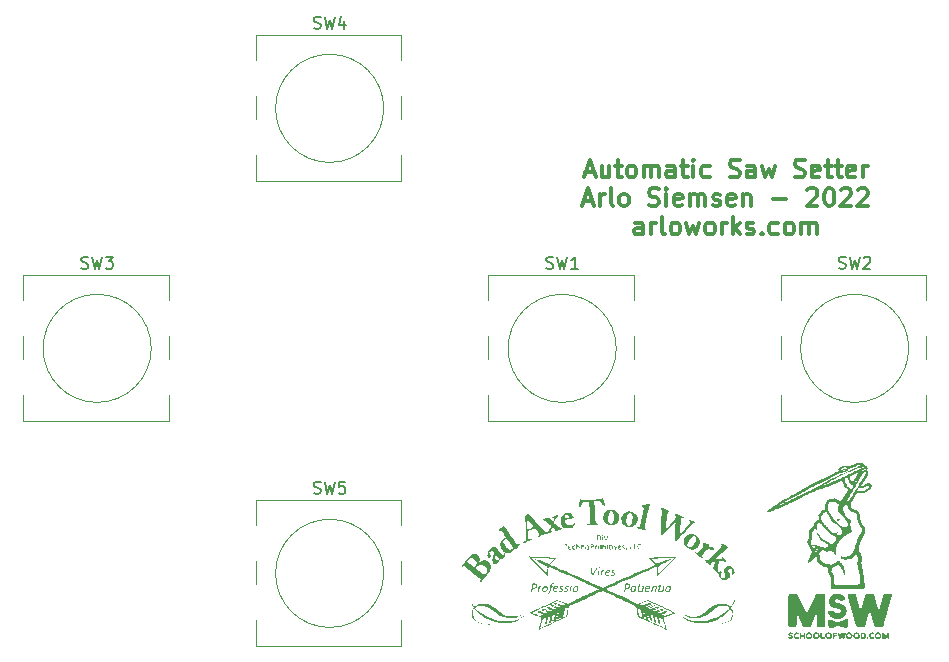
<source format=gbr>
%TF.GenerationSoftware,KiCad,Pcbnew,(6.0.1)*%
%TF.CreationDate,2022-02-12T14:12:32-06:00*%
%TF.ProjectId,sawsetter_buttons,73617773-6574-4746-9572-5f627574746f,rev?*%
%TF.SameCoordinates,Original*%
%TF.FileFunction,Legend,Top*%
%TF.FilePolarity,Positive*%
%FSLAX46Y46*%
G04 Gerber Fmt 4.6, Leading zero omitted, Abs format (unit mm)*
G04 Created by KiCad (PCBNEW (6.0.1)) date 2022-02-12 14:12:32*
%MOMM*%
%LPD*%
G01*
G04 APERTURE LIST*
%ADD10C,0.300000*%
%ADD11C,0.150000*%
%ADD12C,0.120000*%
G04 APERTURE END LIST*
D10*
X169082142Y-99435000D02*
X169796428Y-99435000D01*
X168939285Y-99863571D02*
X169439285Y-98363571D01*
X169939285Y-99863571D01*
X171082142Y-98863571D02*
X171082142Y-99863571D01*
X170439285Y-98863571D02*
X170439285Y-99649285D01*
X170510714Y-99792142D01*
X170653571Y-99863571D01*
X170867857Y-99863571D01*
X171010714Y-99792142D01*
X171082142Y-99720714D01*
X171582142Y-98863571D02*
X172153571Y-98863571D01*
X171796428Y-98363571D02*
X171796428Y-99649285D01*
X171867857Y-99792142D01*
X172010714Y-99863571D01*
X172153571Y-99863571D01*
X172867857Y-99863571D02*
X172725000Y-99792142D01*
X172653571Y-99720714D01*
X172582142Y-99577857D01*
X172582142Y-99149285D01*
X172653571Y-99006428D01*
X172725000Y-98935000D01*
X172867857Y-98863571D01*
X173082142Y-98863571D01*
X173225000Y-98935000D01*
X173296428Y-99006428D01*
X173367857Y-99149285D01*
X173367857Y-99577857D01*
X173296428Y-99720714D01*
X173225000Y-99792142D01*
X173082142Y-99863571D01*
X172867857Y-99863571D01*
X174010714Y-99863571D02*
X174010714Y-98863571D01*
X174010714Y-99006428D02*
X174082142Y-98935000D01*
X174225000Y-98863571D01*
X174439285Y-98863571D01*
X174582142Y-98935000D01*
X174653571Y-99077857D01*
X174653571Y-99863571D01*
X174653571Y-99077857D02*
X174725000Y-98935000D01*
X174867857Y-98863571D01*
X175082142Y-98863571D01*
X175225000Y-98935000D01*
X175296428Y-99077857D01*
X175296428Y-99863571D01*
X176653571Y-99863571D02*
X176653571Y-99077857D01*
X176582142Y-98935000D01*
X176439285Y-98863571D01*
X176153571Y-98863571D01*
X176010714Y-98935000D01*
X176653571Y-99792142D02*
X176510714Y-99863571D01*
X176153571Y-99863571D01*
X176010714Y-99792142D01*
X175939285Y-99649285D01*
X175939285Y-99506428D01*
X176010714Y-99363571D01*
X176153571Y-99292142D01*
X176510714Y-99292142D01*
X176653571Y-99220714D01*
X177153571Y-98863571D02*
X177725000Y-98863571D01*
X177367857Y-98363571D02*
X177367857Y-99649285D01*
X177439285Y-99792142D01*
X177582142Y-99863571D01*
X177725000Y-99863571D01*
X178225000Y-99863571D02*
X178225000Y-98863571D01*
X178225000Y-98363571D02*
X178153571Y-98435000D01*
X178225000Y-98506428D01*
X178296428Y-98435000D01*
X178225000Y-98363571D01*
X178225000Y-98506428D01*
X179582142Y-99792142D02*
X179439285Y-99863571D01*
X179153571Y-99863571D01*
X179010714Y-99792142D01*
X178939285Y-99720714D01*
X178867857Y-99577857D01*
X178867857Y-99149285D01*
X178939285Y-99006428D01*
X179010714Y-98935000D01*
X179153571Y-98863571D01*
X179439285Y-98863571D01*
X179582142Y-98935000D01*
X181296428Y-99792142D02*
X181510714Y-99863571D01*
X181867857Y-99863571D01*
X182010714Y-99792142D01*
X182082142Y-99720714D01*
X182153571Y-99577857D01*
X182153571Y-99435000D01*
X182082142Y-99292142D01*
X182010714Y-99220714D01*
X181867857Y-99149285D01*
X181582142Y-99077857D01*
X181439285Y-99006428D01*
X181367857Y-98935000D01*
X181296428Y-98792142D01*
X181296428Y-98649285D01*
X181367857Y-98506428D01*
X181439285Y-98435000D01*
X181582142Y-98363571D01*
X181939285Y-98363571D01*
X182153571Y-98435000D01*
X183439285Y-99863571D02*
X183439285Y-99077857D01*
X183367857Y-98935000D01*
X183225000Y-98863571D01*
X182939285Y-98863571D01*
X182796428Y-98935000D01*
X183439285Y-99792142D02*
X183296428Y-99863571D01*
X182939285Y-99863571D01*
X182796428Y-99792142D01*
X182725000Y-99649285D01*
X182725000Y-99506428D01*
X182796428Y-99363571D01*
X182939285Y-99292142D01*
X183296428Y-99292142D01*
X183439285Y-99220714D01*
X184010714Y-98863571D02*
X184296428Y-99863571D01*
X184582142Y-99149285D01*
X184867857Y-99863571D01*
X185153571Y-98863571D01*
X186796428Y-99792142D02*
X187010714Y-99863571D01*
X187367857Y-99863571D01*
X187510714Y-99792142D01*
X187582142Y-99720714D01*
X187653571Y-99577857D01*
X187653571Y-99435000D01*
X187582142Y-99292142D01*
X187510714Y-99220714D01*
X187367857Y-99149285D01*
X187082142Y-99077857D01*
X186939285Y-99006428D01*
X186867857Y-98935000D01*
X186796428Y-98792142D01*
X186796428Y-98649285D01*
X186867857Y-98506428D01*
X186939285Y-98435000D01*
X187082142Y-98363571D01*
X187439285Y-98363571D01*
X187653571Y-98435000D01*
X188867857Y-99792142D02*
X188725000Y-99863571D01*
X188439285Y-99863571D01*
X188296428Y-99792142D01*
X188225000Y-99649285D01*
X188225000Y-99077857D01*
X188296428Y-98935000D01*
X188439285Y-98863571D01*
X188725000Y-98863571D01*
X188867857Y-98935000D01*
X188939285Y-99077857D01*
X188939285Y-99220714D01*
X188225000Y-99363571D01*
X189367857Y-98863571D02*
X189939285Y-98863571D01*
X189582142Y-98363571D02*
X189582142Y-99649285D01*
X189653571Y-99792142D01*
X189796428Y-99863571D01*
X189939285Y-99863571D01*
X190225000Y-98863571D02*
X190796428Y-98863571D01*
X190439285Y-98363571D02*
X190439285Y-99649285D01*
X190510714Y-99792142D01*
X190653571Y-99863571D01*
X190796428Y-99863571D01*
X191867857Y-99792142D02*
X191725000Y-99863571D01*
X191439285Y-99863571D01*
X191296428Y-99792142D01*
X191225000Y-99649285D01*
X191225000Y-99077857D01*
X191296428Y-98935000D01*
X191439285Y-98863571D01*
X191725000Y-98863571D01*
X191867857Y-98935000D01*
X191939285Y-99077857D01*
X191939285Y-99220714D01*
X191225000Y-99363571D01*
X192582142Y-99863571D02*
X192582142Y-98863571D01*
X192582142Y-99149285D02*
X192653571Y-99006428D01*
X192725000Y-98935000D01*
X192867857Y-98863571D01*
X193010714Y-98863571D01*
X168939285Y-101850000D02*
X169653571Y-101850000D01*
X168796428Y-102278571D02*
X169296428Y-100778571D01*
X169796428Y-102278571D01*
X170296428Y-102278571D02*
X170296428Y-101278571D01*
X170296428Y-101564285D02*
X170367857Y-101421428D01*
X170439285Y-101350000D01*
X170582142Y-101278571D01*
X170725000Y-101278571D01*
X171439285Y-102278571D02*
X171296428Y-102207142D01*
X171225000Y-102064285D01*
X171225000Y-100778571D01*
X172225000Y-102278571D02*
X172082142Y-102207142D01*
X172010714Y-102135714D01*
X171939285Y-101992857D01*
X171939285Y-101564285D01*
X172010714Y-101421428D01*
X172082142Y-101350000D01*
X172225000Y-101278571D01*
X172439285Y-101278571D01*
X172582142Y-101350000D01*
X172653571Y-101421428D01*
X172725000Y-101564285D01*
X172725000Y-101992857D01*
X172653571Y-102135714D01*
X172582142Y-102207142D01*
X172439285Y-102278571D01*
X172225000Y-102278571D01*
X174439285Y-102207142D02*
X174653571Y-102278571D01*
X175010714Y-102278571D01*
X175153571Y-102207142D01*
X175225000Y-102135714D01*
X175296428Y-101992857D01*
X175296428Y-101850000D01*
X175225000Y-101707142D01*
X175153571Y-101635714D01*
X175010714Y-101564285D01*
X174725000Y-101492857D01*
X174582142Y-101421428D01*
X174510714Y-101350000D01*
X174439285Y-101207142D01*
X174439285Y-101064285D01*
X174510714Y-100921428D01*
X174582142Y-100850000D01*
X174725000Y-100778571D01*
X175082142Y-100778571D01*
X175296428Y-100850000D01*
X175939285Y-102278571D02*
X175939285Y-101278571D01*
X175939285Y-100778571D02*
X175867857Y-100850000D01*
X175939285Y-100921428D01*
X176010714Y-100850000D01*
X175939285Y-100778571D01*
X175939285Y-100921428D01*
X177225000Y-102207142D02*
X177082142Y-102278571D01*
X176796428Y-102278571D01*
X176653571Y-102207142D01*
X176582142Y-102064285D01*
X176582142Y-101492857D01*
X176653571Y-101350000D01*
X176796428Y-101278571D01*
X177082142Y-101278571D01*
X177225000Y-101350000D01*
X177296428Y-101492857D01*
X177296428Y-101635714D01*
X176582142Y-101778571D01*
X177939285Y-102278571D02*
X177939285Y-101278571D01*
X177939285Y-101421428D02*
X178010714Y-101350000D01*
X178153571Y-101278571D01*
X178367857Y-101278571D01*
X178510714Y-101350000D01*
X178582142Y-101492857D01*
X178582142Y-102278571D01*
X178582142Y-101492857D02*
X178653571Y-101350000D01*
X178796428Y-101278571D01*
X179010714Y-101278571D01*
X179153571Y-101350000D01*
X179225000Y-101492857D01*
X179225000Y-102278571D01*
X179867857Y-102207142D02*
X180010714Y-102278571D01*
X180296428Y-102278571D01*
X180439285Y-102207142D01*
X180510714Y-102064285D01*
X180510714Y-101992857D01*
X180439285Y-101850000D01*
X180296428Y-101778571D01*
X180082142Y-101778571D01*
X179939285Y-101707142D01*
X179867857Y-101564285D01*
X179867857Y-101492857D01*
X179939285Y-101350000D01*
X180082142Y-101278571D01*
X180296428Y-101278571D01*
X180439285Y-101350000D01*
X181725000Y-102207142D02*
X181582142Y-102278571D01*
X181296428Y-102278571D01*
X181153571Y-102207142D01*
X181082142Y-102064285D01*
X181082142Y-101492857D01*
X181153571Y-101350000D01*
X181296428Y-101278571D01*
X181582142Y-101278571D01*
X181725000Y-101350000D01*
X181796428Y-101492857D01*
X181796428Y-101635714D01*
X181082142Y-101778571D01*
X182439285Y-101278571D02*
X182439285Y-102278571D01*
X182439285Y-101421428D02*
X182510714Y-101350000D01*
X182653571Y-101278571D01*
X182867857Y-101278571D01*
X183010714Y-101350000D01*
X183082142Y-101492857D01*
X183082142Y-102278571D01*
X184939285Y-101707142D02*
X186082142Y-101707142D01*
X187867857Y-100921428D02*
X187939285Y-100850000D01*
X188082142Y-100778571D01*
X188439285Y-100778571D01*
X188582142Y-100850000D01*
X188653571Y-100921428D01*
X188725000Y-101064285D01*
X188725000Y-101207142D01*
X188653571Y-101421428D01*
X187796428Y-102278571D01*
X188725000Y-102278571D01*
X189653571Y-100778571D02*
X189796428Y-100778571D01*
X189939285Y-100850000D01*
X190010714Y-100921428D01*
X190082142Y-101064285D01*
X190153571Y-101350000D01*
X190153571Y-101707142D01*
X190082142Y-101992857D01*
X190010714Y-102135714D01*
X189939285Y-102207142D01*
X189796428Y-102278571D01*
X189653571Y-102278571D01*
X189510714Y-102207142D01*
X189439285Y-102135714D01*
X189367857Y-101992857D01*
X189296428Y-101707142D01*
X189296428Y-101350000D01*
X189367857Y-101064285D01*
X189439285Y-100921428D01*
X189510714Y-100850000D01*
X189653571Y-100778571D01*
X190725000Y-100921428D02*
X190796428Y-100850000D01*
X190939285Y-100778571D01*
X191296428Y-100778571D01*
X191439285Y-100850000D01*
X191510714Y-100921428D01*
X191582142Y-101064285D01*
X191582142Y-101207142D01*
X191510714Y-101421428D01*
X190653571Y-102278571D01*
X191582142Y-102278571D01*
X192153571Y-100921428D02*
X192225000Y-100850000D01*
X192367857Y-100778571D01*
X192725000Y-100778571D01*
X192867857Y-100850000D01*
X192939285Y-100921428D01*
X193010714Y-101064285D01*
X193010714Y-101207142D01*
X192939285Y-101421428D01*
X192082142Y-102278571D01*
X193010714Y-102278571D01*
X173939285Y-104693571D02*
X173939285Y-103907857D01*
X173867857Y-103765000D01*
X173725000Y-103693571D01*
X173439285Y-103693571D01*
X173296428Y-103765000D01*
X173939285Y-104622142D02*
X173796428Y-104693571D01*
X173439285Y-104693571D01*
X173296428Y-104622142D01*
X173225000Y-104479285D01*
X173225000Y-104336428D01*
X173296428Y-104193571D01*
X173439285Y-104122142D01*
X173796428Y-104122142D01*
X173939285Y-104050714D01*
X174653571Y-104693571D02*
X174653571Y-103693571D01*
X174653571Y-103979285D02*
X174725000Y-103836428D01*
X174796428Y-103765000D01*
X174939285Y-103693571D01*
X175082142Y-103693571D01*
X175796428Y-104693571D02*
X175653571Y-104622142D01*
X175582142Y-104479285D01*
X175582142Y-103193571D01*
X176582142Y-104693571D02*
X176439285Y-104622142D01*
X176367857Y-104550714D01*
X176296428Y-104407857D01*
X176296428Y-103979285D01*
X176367857Y-103836428D01*
X176439285Y-103765000D01*
X176582142Y-103693571D01*
X176796428Y-103693571D01*
X176939285Y-103765000D01*
X177010714Y-103836428D01*
X177082142Y-103979285D01*
X177082142Y-104407857D01*
X177010714Y-104550714D01*
X176939285Y-104622142D01*
X176796428Y-104693571D01*
X176582142Y-104693571D01*
X177582142Y-103693571D02*
X177867857Y-104693571D01*
X178153571Y-103979285D01*
X178439285Y-104693571D01*
X178725000Y-103693571D01*
X179510714Y-104693571D02*
X179367857Y-104622142D01*
X179296428Y-104550714D01*
X179225000Y-104407857D01*
X179225000Y-103979285D01*
X179296428Y-103836428D01*
X179367857Y-103765000D01*
X179510714Y-103693571D01*
X179725000Y-103693571D01*
X179867857Y-103765000D01*
X179939285Y-103836428D01*
X180010714Y-103979285D01*
X180010714Y-104407857D01*
X179939285Y-104550714D01*
X179867857Y-104622142D01*
X179725000Y-104693571D01*
X179510714Y-104693571D01*
X180653571Y-104693571D02*
X180653571Y-103693571D01*
X180653571Y-103979285D02*
X180725000Y-103836428D01*
X180796428Y-103765000D01*
X180939285Y-103693571D01*
X181082142Y-103693571D01*
X181582142Y-104693571D02*
X181582142Y-103193571D01*
X181725000Y-104122142D02*
X182153571Y-104693571D01*
X182153571Y-103693571D02*
X181582142Y-104265000D01*
X182725000Y-104622142D02*
X182867857Y-104693571D01*
X183153571Y-104693571D01*
X183296428Y-104622142D01*
X183367857Y-104479285D01*
X183367857Y-104407857D01*
X183296428Y-104265000D01*
X183153571Y-104193571D01*
X182939285Y-104193571D01*
X182796428Y-104122142D01*
X182725000Y-103979285D01*
X182725000Y-103907857D01*
X182796428Y-103765000D01*
X182939285Y-103693571D01*
X183153571Y-103693571D01*
X183296428Y-103765000D01*
X184010714Y-104550714D02*
X184082142Y-104622142D01*
X184010714Y-104693571D01*
X183939285Y-104622142D01*
X184010714Y-104550714D01*
X184010714Y-104693571D01*
X185367857Y-104622142D02*
X185225000Y-104693571D01*
X184939285Y-104693571D01*
X184796428Y-104622142D01*
X184725000Y-104550714D01*
X184653571Y-104407857D01*
X184653571Y-103979285D01*
X184725000Y-103836428D01*
X184796428Y-103765000D01*
X184939285Y-103693571D01*
X185225000Y-103693571D01*
X185367857Y-103765000D01*
X186225000Y-104693571D02*
X186082142Y-104622142D01*
X186010714Y-104550714D01*
X185939285Y-104407857D01*
X185939285Y-103979285D01*
X186010714Y-103836428D01*
X186082142Y-103765000D01*
X186225000Y-103693571D01*
X186439285Y-103693571D01*
X186582142Y-103765000D01*
X186653571Y-103836428D01*
X186725000Y-103979285D01*
X186725000Y-104407857D01*
X186653571Y-104550714D01*
X186582142Y-104622142D01*
X186439285Y-104693571D01*
X186225000Y-104693571D01*
X187367857Y-104693571D02*
X187367857Y-103693571D01*
X187367857Y-103836428D02*
X187439285Y-103765000D01*
X187582142Y-103693571D01*
X187796428Y-103693571D01*
X187939285Y-103765000D01*
X188010714Y-103907857D01*
X188010714Y-104693571D01*
X188010714Y-103907857D02*
X188082142Y-103765000D01*
X188225000Y-103693571D01*
X188439285Y-103693571D01*
X188582142Y-103765000D01*
X188653571Y-103907857D01*
X188653571Y-104693571D01*
D11*
%TO.C,SW2*%
X190536666Y-107544761D02*
X190679523Y-107592380D01*
X190917619Y-107592380D01*
X191012857Y-107544761D01*
X191060476Y-107497142D01*
X191108095Y-107401904D01*
X191108095Y-107306666D01*
X191060476Y-107211428D01*
X191012857Y-107163809D01*
X190917619Y-107116190D01*
X190727142Y-107068571D01*
X190631904Y-107020952D01*
X190584285Y-106973333D01*
X190536666Y-106878095D01*
X190536666Y-106782857D01*
X190584285Y-106687619D01*
X190631904Y-106640000D01*
X190727142Y-106592380D01*
X190965238Y-106592380D01*
X191108095Y-106640000D01*
X191441428Y-106592380D02*
X191679523Y-107592380D01*
X191870000Y-106878095D01*
X192060476Y-107592380D01*
X192298571Y-106592380D01*
X192631904Y-106687619D02*
X192679523Y-106640000D01*
X192774761Y-106592380D01*
X193012857Y-106592380D01*
X193108095Y-106640000D01*
X193155714Y-106687619D01*
X193203333Y-106782857D01*
X193203333Y-106878095D01*
X193155714Y-107020952D01*
X192584285Y-107592380D01*
X193203333Y-107592380D01*
%TO.C,SW3*%
X126401666Y-107544761D02*
X126544523Y-107592380D01*
X126782619Y-107592380D01*
X126877857Y-107544761D01*
X126925476Y-107497142D01*
X126973095Y-107401904D01*
X126973095Y-107306666D01*
X126925476Y-107211428D01*
X126877857Y-107163809D01*
X126782619Y-107116190D01*
X126592142Y-107068571D01*
X126496904Y-107020952D01*
X126449285Y-106973333D01*
X126401666Y-106878095D01*
X126401666Y-106782857D01*
X126449285Y-106687619D01*
X126496904Y-106640000D01*
X126592142Y-106592380D01*
X126830238Y-106592380D01*
X126973095Y-106640000D01*
X127306428Y-106592380D02*
X127544523Y-107592380D01*
X127735000Y-106878095D01*
X127925476Y-107592380D01*
X128163571Y-106592380D01*
X128449285Y-106592380D02*
X129068333Y-106592380D01*
X128735000Y-106973333D01*
X128877857Y-106973333D01*
X128973095Y-107020952D01*
X129020714Y-107068571D01*
X129068333Y-107163809D01*
X129068333Y-107401904D01*
X129020714Y-107497142D01*
X128973095Y-107544761D01*
X128877857Y-107592380D01*
X128592142Y-107592380D01*
X128496904Y-107544761D01*
X128449285Y-107497142D01*
%TO.C,SW1*%
X165771666Y-107544761D02*
X165914523Y-107592380D01*
X166152619Y-107592380D01*
X166247857Y-107544761D01*
X166295476Y-107497142D01*
X166343095Y-107401904D01*
X166343095Y-107306666D01*
X166295476Y-107211428D01*
X166247857Y-107163809D01*
X166152619Y-107116190D01*
X165962142Y-107068571D01*
X165866904Y-107020952D01*
X165819285Y-106973333D01*
X165771666Y-106878095D01*
X165771666Y-106782857D01*
X165819285Y-106687619D01*
X165866904Y-106640000D01*
X165962142Y-106592380D01*
X166200238Y-106592380D01*
X166343095Y-106640000D01*
X166676428Y-106592380D02*
X166914523Y-107592380D01*
X167105000Y-106878095D01*
X167295476Y-107592380D01*
X167533571Y-106592380D01*
X168438333Y-107592380D02*
X167866904Y-107592380D01*
X168152619Y-107592380D02*
X168152619Y-106592380D01*
X168057380Y-106735238D01*
X167962142Y-106830476D01*
X167866904Y-106878095D01*
%TO.C,SW4*%
X146086666Y-87224761D02*
X146229523Y-87272380D01*
X146467619Y-87272380D01*
X146562857Y-87224761D01*
X146610476Y-87177142D01*
X146658095Y-87081904D01*
X146658095Y-86986666D01*
X146610476Y-86891428D01*
X146562857Y-86843809D01*
X146467619Y-86796190D01*
X146277142Y-86748571D01*
X146181904Y-86700952D01*
X146134285Y-86653333D01*
X146086666Y-86558095D01*
X146086666Y-86462857D01*
X146134285Y-86367619D01*
X146181904Y-86320000D01*
X146277142Y-86272380D01*
X146515238Y-86272380D01*
X146658095Y-86320000D01*
X146991428Y-86272380D02*
X147229523Y-87272380D01*
X147420000Y-86558095D01*
X147610476Y-87272380D01*
X147848571Y-86272380D01*
X148658095Y-86605714D02*
X148658095Y-87272380D01*
X148420000Y-86224761D02*
X148181904Y-86939047D01*
X148800952Y-86939047D01*
%TO.C,SW5*%
X146086666Y-126594761D02*
X146229523Y-126642380D01*
X146467619Y-126642380D01*
X146562857Y-126594761D01*
X146610476Y-126547142D01*
X146658095Y-126451904D01*
X146658095Y-126356666D01*
X146610476Y-126261428D01*
X146562857Y-126213809D01*
X146467619Y-126166190D01*
X146277142Y-126118571D01*
X146181904Y-126070952D01*
X146134285Y-126023333D01*
X146086666Y-125928095D01*
X146086666Y-125832857D01*
X146134285Y-125737619D01*
X146181904Y-125690000D01*
X146277142Y-125642380D01*
X146515238Y-125642380D01*
X146658095Y-125690000D01*
X146991428Y-125642380D02*
X147229523Y-126642380D01*
X147420000Y-125928095D01*
X147610476Y-126642380D01*
X147848571Y-125642380D01*
X148705714Y-125642380D02*
X148229523Y-125642380D01*
X148181904Y-126118571D01*
X148229523Y-126070952D01*
X148324761Y-126023333D01*
X148562857Y-126023333D01*
X148658095Y-126070952D01*
X148705714Y-126118571D01*
X148753333Y-126213809D01*
X148753333Y-126451904D01*
X148705714Y-126547142D01*
X148658095Y-126594761D01*
X148562857Y-126642380D01*
X148324761Y-126642380D01*
X148229523Y-126594761D01*
X148181904Y-126547142D01*
D12*
%TO.C,SW2*%
X185620000Y-108150000D02*
X197920000Y-108150000D01*
X185620000Y-115270000D02*
X185620000Y-113330000D01*
X197920000Y-118330000D02*
X197920000Y-120450000D01*
X185620000Y-120450000D02*
X185620000Y-118330000D01*
X197920000Y-108150000D02*
X197920000Y-110270000D01*
X185620000Y-110270000D02*
X185620000Y-108150000D01*
X197920000Y-120450000D02*
X185620000Y-120450000D01*
X197920000Y-113330000D02*
X197920000Y-115270000D01*
X196449050Y-114340000D02*
G75*
G03*
X196449050Y-114340000I-4579050J0D01*
G01*
%TO.C,SW3*%
X133785000Y-118330000D02*
X133785000Y-120450000D01*
X121485000Y-108150000D02*
X133785000Y-108150000D01*
X133785000Y-120450000D02*
X121485000Y-120450000D01*
X121485000Y-120450000D02*
X121485000Y-118330000D01*
X133785000Y-108150000D02*
X133785000Y-110270000D01*
X121485000Y-110270000D02*
X121485000Y-108150000D01*
X121485000Y-115270000D02*
X121485000Y-113330000D01*
X133785000Y-113330000D02*
X133785000Y-115270000D01*
X132314050Y-114340000D02*
G75*
G03*
X132314050Y-114340000I-4579050J0D01*
G01*
%TO.C,SW1*%
X173155000Y-118330000D02*
X173155000Y-120450000D01*
X160855000Y-110270000D02*
X160855000Y-108150000D01*
X160855000Y-120450000D02*
X160855000Y-118330000D01*
X173155000Y-108150000D02*
X173155000Y-110270000D01*
X173155000Y-120450000D02*
X160855000Y-120450000D01*
X160855000Y-115270000D02*
X160855000Y-113330000D01*
X160855000Y-108150000D02*
X173155000Y-108150000D01*
X173155000Y-113330000D02*
X173155000Y-115270000D01*
X171684050Y-114340000D02*
G75*
G03*
X171684050Y-114340000I-4579050J0D01*
G01*
%TO.C,SW4*%
X141170000Y-94950000D02*
X141170000Y-93010000D01*
X141170000Y-100130000D02*
X141170000Y-98010000D01*
X153470000Y-100130000D02*
X141170000Y-100130000D01*
X141170000Y-87830000D02*
X153470000Y-87830000D01*
X153470000Y-93010000D02*
X153470000Y-94950000D01*
X153470000Y-87830000D02*
X153470000Y-89950000D01*
X141170000Y-89950000D02*
X141170000Y-87830000D01*
X153470000Y-98010000D02*
X153470000Y-100130000D01*
X151999050Y-94020000D02*
G75*
G03*
X151999050Y-94020000I-4579050J0D01*
G01*
%TO.C,SW5*%
X153470000Y-139500000D02*
X141170000Y-139500000D01*
X141170000Y-129320000D02*
X141170000Y-127200000D01*
X141170000Y-127200000D02*
X153470000Y-127200000D01*
X153470000Y-137380000D02*
X153470000Y-139500000D01*
X141170000Y-134320000D02*
X141170000Y-132380000D01*
X153470000Y-127200000D02*
X153470000Y-129320000D01*
X141170000Y-139500000D02*
X141170000Y-137380000D01*
X153470000Y-132380000D02*
X153470000Y-134320000D01*
X151999050Y-133390000D02*
G75*
G03*
X151999050Y-133390000I-4579050J0D01*
G01*
%TO.C,G\u002A\u002A\u002A*%
G36*
X187025544Y-138389432D02*
G01*
X187081471Y-138401267D01*
X187129513Y-138422991D01*
X187131960Y-138424550D01*
X187151961Y-138440506D01*
X187159038Y-138456137D01*
X187153224Y-138474681D01*
X187134555Y-138499380D01*
X187132757Y-138501435D01*
X187110277Y-138524528D01*
X187091519Y-138535606D01*
X187071429Y-138536069D01*
X187044954Y-138527316D01*
X187042700Y-138526382D01*
X186997683Y-138515809D01*
X186951675Y-138519816D01*
X186907795Y-138537488D01*
X186869162Y-138567911D01*
X186858194Y-138580470D01*
X186844989Y-138599076D01*
X186837660Y-138616876D01*
X186834451Y-138639934D01*
X186833684Y-138665153D01*
X186834407Y-138697802D01*
X186838394Y-138720620D01*
X186847039Y-138739694D01*
X186852781Y-138748622D01*
X186887014Y-138785672D01*
X186928646Y-138809374D01*
X186975338Y-138819114D01*
X187024749Y-138814278D01*
X187058230Y-138802569D01*
X187094154Y-138786204D01*
X187117585Y-138802888D01*
X187139441Y-138821969D01*
X187157760Y-138843087D01*
X187167995Y-138863041D01*
X187166584Y-138880222D01*
X187152347Y-138896609D01*
X187124105Y-138914183D01*
X187111642Y-138920516D01*
X187085219Y-138932213D01*
X187060568Y-138939354D01*
X187031737Y-138943162D01*
X186993373Y-138944849D01*
X186958502Y-138944901D01*
X186927704Y-138943594D01*
X186906000Y-138941188D01*
X186901199Y-138940046D01*
X186841585Y-138912624D01*
X186788945Y-138872262D01*
X186746254Y-138821542D01*
X186727707Y-138789385D01*
X186716646Y-138765079D01*
X186709864Y-138743688D01*
X186706376Y-138719840D01*
X186705194Y-138688166D01*
X186705165Y-138666647D01*
X186706263Y-138624861D01*
X186709636Y-138594002D01*
X186716058Y-138569036D01*
X186722632Y-138552694D01*
X186749079Y-138508884D01*
X186786226Y-138466700D01*
X186829124Y-138431240D01*
X186856418Y-138414877D01*
X186908421Y-138396076D01*
X186966329Y-138387648D01*
X187025544Y-138389432D01*
G37*
G36*
X191758078Y-138575373D02*
G01*
X191784877Y-138519147D01*
X191824649Y-138469101D01*
X191874624Y-138428389D01*
X191899914Y-138413847D01*
X191923296Y-138402738D01*
X191943562Y-138395758D01*
X191965738Y-138391971D01*
X191994848Y-138390442D01*
X192026885Y-138390217D01*
X192081534Y-138392737D01*
X192125334Y-138401355D01*
X192162876Y-138417863D01*
X192198753Y-138444059D01*
X192223174Y-138466949D01*
X192265986Y-138520129D01*
X192293767Y-138578758D01*
X192306334Y-138642269D01*
X192303500Y-138710091D01*
X192303098Y-138712668D01*
X192285294Y-138777527D01*
X192254938Y-138833730D01*
X192213636Y-138880132D01*
X192162998Y-138915593D01*
X192104630Y-138938969D01*
X192040139Y-138949118D01*
X191975394Y-138945580D01*
X191914213Y-138928618D01*
X191860518Y-138898926D01*
X191815486Y-138858507D01*
X191780294Y-138809367D01*
X191756120Y-138753513D01*
X191744141Y-138692949D01*
X191745018Y-138653135D01*
X191871976Y-138653135D01*
X191873216Y-138698055D01*
X191888265Y-138739188D01*
X191916014Y-138774765D01*
X191955354Y-138803013D01*
X192005174Y-138822162D01*
X192023427Y-138826129D01*
X192033069Y-138824486D01*
X192052897Y-138819387D01*
X192068759Y-138814841D01*
X192109409Y-138795150D01*
X192144055Y-138763970D01*
X192167892Y-138725677D01*
X192168630Y-138723866D01*
X192177013Y-138683641D01*
X192173828Y-138639519D01*
X192159692Y-138598015D01*
X192156027Y-138591314D01*
X192126189Y-138554374D01*
X192089172Y-138529779D01*
X192047830Y-138517371D01*
X192005017Y-138516995D01*
X191963586Y-138528492D01*
X191926391Y-138551706D01*
X191896286Y-138586479D01*
X191885655Y-138606202D01*
X191871976Y-138653135D01*
X191745018Y-138653135D01*
X191745534Y-138629680D01*
X191758078Y-138575373D01*
G37*
G36*
X188973411Y-135097665D02*
G01*
X188993152Y-135098343D01*
X189010776Y-135099231D01*
X189040893Y-135100739D01*
X189079987Y-135102690D01*
X189124542Y-135104910D01*
X189149447Y-135106150D01*
X189194119Y-135108734D01*
X189233888Y-135111712D01*
X189265660Y-135114801D01*
X189286339Y-135117715D01*
X189292088Y-135119240D01*
X189303521Y-135129810D01*
X189317735Y-135149932D01*
X189327357Y-135167032D01*
X189335391Y-135183870D01*
X189341132Y-135199804D01*
X189345031Y-135218060D01*
X189347537Y-135241865D01*
X189349100Y-135274445D01*
X189350170Y-135319027D01*
X189350412Y-135332346D01*
X189351649Y-135403703D01*
X189352670Y-135465942D01*
X189353497Y-135521745D01*
X189354151Y-135573793D01*
X189354654Y-135624767D01*
X189355027Y-135677351D01*
X189355290Y-135734224D01*
X189355466Y-135798070D01*
X189355576Y-135871570D01*
X189355640Y-135957404D01*
X189355657Y-135993595D01*
X189355692Y-136056320D01*
X189355748Y-136133130D01*
X189355824Y-136222081D01*
X189355917Y-136321227D01*
X189356026Y-136428624D01*
X189356149Y-136542327D01*
X189356283Y-136660390D01*
X189356426Y-136780869D01*
X189356577Y-136901820D01*
X189356732Y-137021296D01*
X189356823Y-137088396D01*
X189357841Y-137830529D01*
X189327423Y-137867655D01*
X189296697Y-137897939D01*
X189267309Y-137913670D01*
X189247649Y-137916714D01*
X189212003Y-137918867D01*
X189160391Y-137920128D01*
X189092835Y-137920496D01*
X189009353Y-137919971D01*
X189001167Y-137919881D01*
X188933164Y-137919064D01*
X188879230Y-137918228D01*
X188837406Y-137917221D01*
X188805732Y-137915894D01*
X188782247Y-137914097D01*
X188764991Y-137911679D01*
X188752004Y-137908489D01*
X188741326Y-137904378D01*
X188730997Y-137899196D01*
X188730924Y-137899157D01*
X188708610Y-137884763D01*
X188691917Y-137869603D01*
X188688085Y-137864215D01*
X188682519Y-137845141D01*
X188677824Y-137810821D01*
X188674032Y-137762015D01*
X188671173Y-137699486D01*
X188669278Y-137623994D01*
X188668377Y-137536302D01*
X188668502Y-137437170D01*
X188668909Y-137388231D01*
X188669332Y-137321928D01*
X188669254Y-137257516D01*
X188668714Y-137197624D01*
X188667752Y-137144881D01*
X188666408Y-137101917D01*
X188664721Y-137071362D01*
X188664006Y-137063617D01*
X188659772Y-137024816D01*
X188655580Y-136985343D01*
X188652257Y-136952978D01*
X188651922Y-136949609D01*
X188646640Y-136919284D01*
X188638218Y-136894623D01*
X188633075Y-136886041D01*
X188621836Y-136874651D01*
X188610288Y-136872993D01*
X188593076Y-136878987D01*
X188571800Y-136894942D01*
X188549821Y-136925692D01*
X188526857Y-136971686D01*
X188512209Y-137007511D01*
X188500718Y-137032837D01*
X188487790Y-137055417D01*
X188487331Y-137056091D01*
X188474861Y-137079656D01*
X188467853Y-137100175D01*
X188461792Y-137118848D01*
X188450783Y-137146306D01*
X188437067Y-137177003D01*
X188435259Y-137180822D01*
X188422356Y-137209106D01*
X188412762Y-137232450D01*
X188408203Y-137246595D01*
X188408046Y-137248005D01*
X188404083Y-137260777D01*
X188394199Y-137280268D01*
X188390430Y-137286600D01*
X188376948Y-137312469D01*
X188361511Y-137348234D01*
X188346296Y-137388302D01*
X188333483Y-137427082D01*
X188327973Y-137446927D01*
X188318897Y-137470656D01*
X188306794Y-137489595D01*
X188295346Y-137507628D01*
X188284982Y-137532450D01*
X188282942Y-137539104D01*
X188275503Y-137562017D01*
X188263901Y-137593491D01*
X188249564Y-137630089D01*
X188233918Y-137668372D01*
X188218394Y-137704904D01*
X188204419Y-137736245D01*
X188193421Y-137758959D01*
X188187450Y-137768950D01*
X188178765Y-137785064D01*
X188171816Y-137807189D01*
X188171724Y-137807618D01*
X188158872Y-137837786D01*
X188135177Y-137868452D01*
X188104881Y-137894694D01*
X188087605Y-137905124D01*
X188076068Y-137910153D01*
X188062212Y-137913992D01*
X188043720Y-137916829D01*
X188018277Y-137918854D01*
X187983565Y-137920256D01*
X187937271Y-137921225D01*
X187882460Y-137921897D01*
X187790559Y-137922113D01*
X187710113Y-137920833D01*
X187641993Y-137918110D01*
X187587068Y-137913994D01*
X187546212Y-137908537D01*
X187520294Y-137901791D01*
X187516993Y-137900299D01*
X187506347Y-137894339D01*
X187496829Y-137887027D01*
X187487454Y-137876627D01*
X187477238Y-137861401D01*
X187465197Y-137839613D01*
X187450347Y-137809524D01*
X187431702Y-137769400D01*
X187408279Y-137717502D01*
X187389236Y-137674860D01*
X187379953Y-137650471D01*
X187374606Y-137629524D01*
X187374092Y-137624026D01*
X187369258Y-137605742D01*
X187358387Y-137587202D01*
X187348478Y-137570779D01*
X187335829Y-137544667D01*
X187322269Y-137513357D01*
X187309623Y-137481340D01*
X187299721Y-137453107D01*
X187294390Y-137433147D01*
X187293941Y-137428832D01*
X187290631Y-137417132D01*
X187281641Y-137394435D01*
X187268384Y-137364122D01*
X187253865Y-137332900D01*
X187238079Y-137299470D01*
X187225221Y-137271529D01*
X187216670Y-137252122D01*
X187213789Y-137244384D01*
X187210464Y-137235615D01*
X187201561Y-137216012D01*
X187188691Y-137189069D01*
X187181729Y-137174860D01*
X187167435Y-137144744D01*
X187156423Y-137119318D01*
X187150350Y-137102505D01*
X187149668Y-137098854D01*
X187146146Y-137081826D01*
X187136858Y-137055037D01*
X187123725Y-137022794D01*
X187108664Y-136989406D01*
X187093596Y-136959180D01*
X187080439Y-136936423D01*
X187073072Y-136926935D01*
X187059585Y-136911383D01*
X187053513Y-136898688D01*
X187053487Y-136898116D01*
X187046752Y-136887291D01*
X187030930Y-136876560D01*
X187012596Y-136869436D01*
X186999170Y-136869085D01*
X186985704Y-136880982D01*
X186973119Y-136903925D01*
X186963368Y-136932965D01*
X186958402Y-136963153D01*
X186958155Y-136973046D01*
X186958419Y-137001250D01*
X186958385Y-137041984D01*
X186958083Y-137093249D01*
X186957547Y-137153047D01*
X186956807Y-137219379D01*
X186955896Y-137290248D01*
X186954844Y-137363656D01*
X186953685Y-137437604D01*
X186952448Y-137510093D01*
X186951167Y-137579127D01*
X186949873Y-137642706D01*
X186948598Y-137698832D01*
X186947373Y-137745508D01*
X186946231Y-137780735D01*
X186945202Y-137802514D01*
X186944927Y-137806053D01*
X186941568Y-137836577D01*
X186937009Y-137856232D01*
X186928939Y-137870142D01*
X186915046Y-137883430D01*
X186907090Y-137889921D01*
X186876064Y-137909684D01*
X186843589Y-137918189D01*
X186837840Y-137918720D01*
X186797654Y-137920857D01*
X186745672Y-137922357D01*
X186686118Y-137923206D01*
X186623214Y-137923391D01*
X186561182Y-137922897D01*
X186504246Y-137921711D01*
X186458998Y-137919945D01*
X186415417Y-137917365D01*
X186384115Y-137914455D01*
X186361345Y-137910478D01*
X186343363Y-137904697D01*
X186326421Y-137896377D01*
X186319774Y-137892570D01*
X186291371Y-137871582D01*
X186273442Y-137849201D01*
X186271838Y-137845772D01*
X186269774Y-137837484D01*
X186267986Y-137822613D01*
X186266457Y-137800205D01*
X186265172Y-137769307D01*
X186264114Y-137728965D01*
X186263267Y-137678224D01*
X186262614Y-137616133D01*
X186262140Y-137541736D01*
X186261827Y-137454080D01*
X186261661Y-137352212D01*
X186261622Y-137246919D01*
X186261558Y-137152050D01*
X186261356Y-137061613D01*
X186261029Y-136976928D01*
X186260587Y-136899311D01*
X186260042Y-136830080D01*
X186259407Y-136770552D01*
X186258692Y-136722045D01*
X186257910Y-136685877D01*
X186257072Y-136663365D01*
X186256368Y-136656068D01*
X186254973Y-136639231D01*
X186256960Y-136613409D01*
X186260250Y-136592994D01*
X186263752Y-136566209D01*
X186266297Y-136528625D01*
X186267624Y-136485459D01*
X186267566Y-136446451D01*
X186266573Y-136389601D01*
X186265988Y-136346078D01*
X186265791Y-136313183D01*
X186265962Y-136288219D01*
X186266287Y-136274126D01*
X186266338Y-136263391D01*
X186266313Y-136238080D01*
X186266217Y-136199647D01*
X186266054Y-136149547D01*
X186265831Y-136089233D01*
X186265553Y-136020159D01*
X186265225Y-135943781D01*
X186264852Y-135861551D01*
X186264471Y-135781194D01*
X186264020Y-135672499D01*
X186263833Y-135578573D01*
X186263969Y-135498155D01*
X186264484Y-135429985D01*
X186265435Y-135372804D01*
X186266878Y-135325351D01*
X186268872Y-135286365D01*
X186271472Y-135254587D01*
X186274736Y-135228755D01*
X186278722Y-135207611D01*
X186283485Y-135189894D01*
X186289083Y-135174344D01*
X186292254Y-135166896D01*
X186301677Y-135148514D01*
X186312850Y-135136348D01*
X186330337Y-135126982D01*
X186358705Y-135117001D01*
X186359158Y-135116855D01*
X186379676Y-135110850D01*
X186400721Y-135106379D01*
X186425187Y-135103190D01*
X186455969Y-135101035D01*
X186495961Y-135099661D01*
X186548057Y-135098819D01*
X186570080Y-135098600D01*
X186658720Y-135098115D01*
X186733017Y-135098500D01*
X186794641Y-135099935D01*
X186845264Y-135102601D01*
X186886559Y-135106679D01*
X186920195Y-135112350D01*
X186947845Y-135119795D01*
X186971181Y-135129195D01*
X186991874Y-135140731D01*
X186998292Y-135144958D01*
X187018161Y-135163092D01*
X187038411Y-135188776D01*
X187055786Y-135216945D01*
X187067032Y-135242532D01*
X187069517Y-135255818D01*
X187074150Y-135270486D01*
X187085665Y-135290209D01*
X187089555Y-135295565D01*
X187102293Y-135315035D01*
X187109190Y-135330965D01*
X187109593Y-135333898D01*
X187113615Y-135347858D01*
X187124789Y-135372809D01*
X187141776Y-135406146D01*
X187163237Y-135445262D01*
X187187833Y-135487551D01*
X187192703Y-135495652D01*
X187211281Y-135530320D01*
X187229118Y-135569959D01*
X187238663Y-135595327D01*
X187249879Y-135626411D01*
X187261630Y-135654908D01*
X187270222Y-135672475D01*
X187281879Y-135695679D01*
X187290196Y-135717035D01*
X187290207Y-135717073D01*
X187299686Y-135737611D01*
X187313822Y-135758278D01*
X187324836Y-135775468D01*
X187338738Y-135802783D01*
X187353056Y-135835237D01*
X187357536Y-135846444D01*
X187372139Y-135883065D01*
X187387414Y-135919814D01*
X187400522Y-135949887D01*
X187402873Y-135955019D01*
X187413390Y-135978598D01*
X187420404Y-135996114D01*
X187422183Y-136002353D01*
X187426640Y-136011783D01*
X187437790Y-136028415D01*
X187442533Y-136034792D01*
X187456185Y-136056652D01*
X187471211Y-136086653D01*
X187482419Y-136113375D01*
X187494665Y-136143292D01*
X187511724Y-136181625D01*
X187531192Y-136223294D01*
X187550668Y-136263220D01*
X187567750Y-136296324D01*
X187575495Y-136310194D01*
X187591269Y-136339726D01*
X187610055Y-136378867D01*
X187629367Y-136422166D01*
X187646722Y-136464173D01*
X187652196Y-136478422D01*
X187670143Y-136519511D01*
X187693695Y-136563795D01*
X187720058Y-136606727D01*
X187746439Y-136643758D01*
X187770044Y-136670343D01*
X187770186Y-136670475D01*
X187792629Y-136684198D01*
X187818184Y-136689577D01*
X187842573Y-136687174D01*
X187861516Y-136677553D01*
X187870732Y-136661276D01*
X187871031Y-136657216D01*
X187875831Y-136644763D01*
X187888134Y-136625504D01*
X187898403Y-136612111D01*
X187915807Y-136586497D01*
X187933633Y-136553369D01*
X187946088Y-136524723D01*
X187957817Y-136496219D01*
X187973335Y-136462134D01*
X187990779Y-136426158D01*
X188008285Y-136391978D01*
X188023992Y-136363284D01*
X188036037Y-136343763D01*
X188040054Y-136338647D01*
X188046338Y-136324682D01*
X188047365Y-136315904D01*
X188051144Y-136301844D01*
X188061118Y-136278707D01*
X188075244Y-136251164D01*
X188077350Y-136247375D01*
X188095075Y-136214399D01*
X188112143Y-136180318D01*
X188124247Y-136153898D01*
X188148195Y-136098376D01*
X188174692Y-136039014D01*
X188202061Y-135979407D01*
X188228624Y-135923150D01*
X188252704Y-135873836D01*
X188272623Y-135835060D01*
X188275742Y-135829285D01*
X188294474Y-135793129D01*
X188312140Y-135755870D01*
X188325776Y-135723860D01*
X188329102Y-135714917D01*
X188342767Y-135681442D01*
X188360633Y-135644738D01*
X188372677Y-135623176D01*
X188389192Y-135592755D01*
X188407274Y-135554828D01*
X188423295Y-135517053D01*
X188424820Y-135513120D01*
X188438712Y-135479286D01*
X188457412Y-135437031D01*
X188478302Y-135392141D01*
X188495745Y-135356391D01*
X188514618Y-135318621D01*
X188532094Y-135283461D01*
X188546254Y-135254782D01*
X188555181Y-135236457D01*
X188555321Y-135236164D01*
X188579962Y-135191911D01*
X188607399Y-135159801D01*
X188641369Y-135136931D01*
X188685607Y-135120401D01*
X188713322Y-135113479D01*
X188741736Y-135108933D01*
X188781870Y-135104840D01*
X188829414Y-135101434D01*
X188880058Y-135098947D01*
X188929494Y-135097613D01*
X188973411Y-135097665D01*
G37*
G36*
X188369739Y-138551890D02*
G01*
X188402906Y-138497121D01*
X188448923Y-138450123D01*
X188497551Y-138417645D01*
X188521873Y-138404973D01*
X188541568Y-138396953D01*
X188561642Y-138392545D01*
X188587099Y-138390707D01*
X188622944Y-138390399D01*
X188628463Y-138390417D01*
X188683385Y-138392943D01*
X188727251Y-138401251D01*
X188764524Y-138417111D01*
X188799670Y-138442296D01*
X188828841Y-138469922D01*
X188866981Y-138516511D01*
X188891951Y-138566123D01*
X188905215Y-138622453D01*
X188908354Y-138670823D01*
X188907901Y-138706136D01*
X188904687Y-138732461D01*
X188897188Y-138756790D01*
X188883880Y-138786117D01*
X188882699Y-138788524D01*
X188845963Y-138846300D01*
X188799330Y-138892051D01*
X188744341Y-138924983D01*
X188682540Y-138944299D01*
X188615470Y-138949203D01*
X188578103Y-138945654D01*
X188521713Y-138930341D01*
X188469680Y-138901513D01*
X188435356Y-138873499D01*
X188397662Y-138833263D01*
X188371951Y-138791478D01*
X188355264Y-138744592D01*
X188345124Y-138677449D01*
X188347129Y-138651901D01*
X188474090Y-138651901D01*
X188476795Y-138697009D01*
X188487116Y-138726829D01*
X188505516Y-138756462D01*
X188531080Y-138784111D01*
X188559103Y-138805403D01*
X188582523Y-138815512D01*
X188601542Y-138820008D01*
X188612433Y-138823011D01*
X188621553Y-138825437D01*
X188631277Y-138825241D01*
X188646639Y-138821714D01*
X188670200Y-138814881D01*
X188712556Y-138794854D01*
X188746332Y-138764143D01*
X188769725Y-138725784D01*
X188780930Y-138682813D01*
X188778144Y-138638265D01*
X188777264Y-138634731D01*
X188758330Y-138589436D01*
X188729841Y-138554592D01*
X188694383Y-138530452D01*
X188654542Y-138517267D01*
X188612905Y-138515288D01*
X188572057Y-138524768D01*
X188534585Y-138545958D01*
X188503075Y-138579109D01*
X188487316Y-138606533D01*
X188474090Y-138651901D01*
X188347129Y-138651901D01*
X188350213Y-138612607D01*
X188369739Y-138551890D01*
G37*
G36*
X192988265Y-138793849D02*
G01*
X193009357Y-138810303D01*
X193028356Y-138838250D01*
X193031984Y-138867410D01*
X193020121Y-138895692D01*
X193014752Y-138902345D01*
X192987827Y-138922414D01*
X192957164Y-138926926D01*
X192931792Y-138919883D01*
X192910552Y-138906501D01*
X192899729Y-138887435D01*
X192896772Y-138858051D01*
X192896783Y-138856351D01*
X192903068Y-138825797D01*
X192922368Y-138803446D01*
X192934074Y-138796198D01*
X192962281Y-138787507D01*
X192988265Y-138793849D01*
G37*
G36*
X194695248Y-135098032D02*
G01*
X194740389Y-135098980D01*
X194809050Y-135100684D01*
X194863566Y-135102529D01*
X194905823Y-135104924D01*
X194937702Y-135108280D01*
X194961088Y-135113008D01*
X194977865Y-135119516D01*
X194989916Y-135128216D01*
X194999126Y-135139518D01*
X195007377Y-135153832D01*
X195009311Y-135157542D01*
X195016872Y-135177742D01*
X195019224Y-135202136D01*
X195017193Y-135234355D01*
X195015225Y-135251897D01*
X195012768Y-135268490D01*
X195009235Y-135286307D01*
X195004036Y-135307521D01*
X194996584Y-135334305D01*
X194986289Y-135368834D01*
X194972563Y-135413280D01*
X194954819Y-135469816D01*
X194945087Y-135500664D01*
X194931595Y-135544963D01*
X194919578Y-135587332D01*
X194910095Y-135623820D01*
X194904206Y-135650477D01*
X194903163Y-135656959D01*
X194896637Y-135687967D01*
X194885738Y-135722956D01*
X194878557Y-135741118D01*
X194867394Y-135770781D01*
X194855658Y-135808749D01*
X194845629Y-135847552D01*
X194844337Y-135853330D01*
X194832199Y-135907441D01*
X194821932Y-135949115D01*
X194812595Y-135981699D01*
X194803247Y-136008539D01*
X194795291Y-136027757D01*
X194787601Y-136049877D01*
X194778646Y-136082882D01*
X194769682Y-136121829D01*
X194763704Y-136151992D01*
X194755564Y-136191520D01*
X194746412Y-136228192D01*
X194737505Y-136257325D01*
X194731587Y-136271706D01*
X194721463Y-136295888D01*
X194716184Y-136318202D01*
X194715967Y-136322058D01*
X194712825Y-136343655D01*
X194705170Y-136368546D01*
X194704254Y-136370803D01*
X194696398Y-136394372D01*
X194688436Y-136425723D01*
X194683808Y-136448693D01*
X194675896Y-136484190D01*
X194664516Y-136524152D01*
X194655343Y-136551088D01*
X194642709Y-136588799D01*
X194630704Y-136631286D01*
X194624104Y-136659292D01*
X194614369Y-136702063D01*
X194601612Y-136752198D01*
X194587709Y-136802695D01*
X194574536Y-136846551D01*
X194571054Y-136857227D01*
X194562492Y-136882753D01*
X194556247Y-136901311D01*
X194550442Y-136919782D01*
X194542059Y-136947945D01*
X194532809Y-136980048D01*
X194531842Y-136983466D01*
X194521749Y-137018484D01*
X194511496Y-137052883D01*
X194503276Y-137079309D01*
X194503166Y-137079648D01*
X194496024Y-137105528D01*
X194491905Y-137127948D01*
X194491503Y-137134032D01*
X194487126Y-137154930D01*
X194479572Y-137170617D01*
X194471459Y-137188265D01*
X194461479Y-137217816D01*
X194450705Y-137255414D01*
X194440211Y-137297204D01*
X194431071Y-137339331D01*
X194427899Y-137356170D01*
X194420737Y-137389125D01*
X194411491Y-137422970D01*
X194408488Y-137432314D01*
X194397593Y-137465563D01*
X194385505Y-137504391D01*
X194373150Y-137545580D01*
X194361452Y-137585912D01*
X194351337Y-137622171D01*
X194343730Y-137651138D01*
X194339557Y-137669596D01*
X194339045Y-137673813D01*
X194336771Y-137686625D01*
X194330471Y-137710751D01*
X194321210Y-137742303D01*
X194313775Y-137765987D01*
X194297514Y-137811808D01*
X194282144Y-137844584D01*
X194266298Y-137867139D01*
X194263197Y-137870425D01*
X194249836Y-137882920D01*
X194235855Y-137893002D01*
X194219359Y-137900989D01*
X194198456Y-137907201D01*
X194171253Y-137911956D01*
X194135854Y-137915573D01*
X194090368Y-137918372D01*
X194032901Y-137920671D01*
X193961559Y-137922789D01*
X193950520Y-137923084D01*
X193926378Y-137923225D01*
X193890015Y-137922806D01*
X193845227Y-137921899D01*
X193795812Y-137920578D01*
X193758863Y-137919389D01*
X193706169Y-137917371D01*
X193667017Y-137915288D01*
X193638922Y-137912832D01*
X193619397Y-137909696D01*
X193605957Y-137905571D01*
X193596115Y-137900149D01*
X193594552Y-137899025D01*
X193566797Y-137871693D01*
X193541221Y-137834584D01*
X193521881Y-137793842D01*
X193518556Y-137784004D01*
X193508688Y-137755602D01*
X193497732Y-137729165D01*
X193494394Y-137722285D01*
X193485197Y-137696459D01*
X193481539Y-137671163D01*
X193480527Y-137654968D01*
X193477170Y-137634841D01*
X193470825Y-137608152D01*
X193460846Y-137572273D01*
X193446589Y-137524576D01*
X193441655Y-137508458D01*
X193431484Y-137474118D01*
X193419492Y-137431785D01*
X193407803Y-137389006D01*
X193404409Y-137376208D01*
X193389854Y-137321148D01*
X193377808Y-137276710D01*
X193366895Y-137238261D01*
X193355740Y-137201172D01*
X193342968Y-137160811D01*
X193327202Y-137112547D01*
X193316323Y-137079648D01*
X193308074Y-137051594D01*
X193299221Y-137016701D01*
X193293584Y-136991481D01*
X193284562Y-136953413D01*
X193273060Y-136912000D01*
X193265815Y-136889001D01*
X193254311Y-136852070D01*
X193242781Y-136810652D01*
X193236499Y-136785443D01*
X193227793Y-136754858D01*
X193217375Y-136728051D01*
X193208628Y-136712513D01*
X193197615Y-136695737D01*
X193193089Y-136683389D01*
X193187754Y-136673089D01*
X193174737Y-136657220D01*
X193158518Y-136640445D01*
X193143578Y-136627430D01*
X193134876Y-136622784D01*
X193126185Y-136627636D01*
X193110257Y-136639936D01*
X193101194Y-136647660D01*
X193079137Y-136672900D01*
X193072767Y-136693747D01*
X193069667Y-136721019D01*
X193061887Y-136754671D01*
X193051411Y-136787644D01*
X193040223Y-136812876D01*
X193038469Y-136815770D01*
X193030503Y-136833880D01*
X193022418Y-136861391D01*
X193016921Y-136887284D01*
X193009048Y-136924824D01*
X192998552Y-136965101D01*
X192991648Y-136987474D01*
X192982622Y-137015884D01*
X192971281Y-137054033D01*
X192959316Y-137096138D01*
X192951779Y-137123731D01*
X192941102Y-137161940D01*
X192930559Y-137196832D01*
X192921520Y-137224024D01*
X192916353Y-137237154D01*
X192907995Y-137261405D01*
X192904544Y-137284009D01*
X192900548Y-137307459D01*
X192892812Y-137326881D01*
X192882091Y-137351989D01*
X192871064Y-137386866D01*
X192861372Y-137425370D01*
X192854653Y-137461356D01*
X192852927Y-137476398D01*
X192847801Y-137504353D01*
X192838656Y-137530119D01*
X192837436Y-137532504D01*
X192828193Y-137556149D01*
X192824442Y-137578200D01*
X192820789Y-137608735D01*
X192809944Y-137653552D01*
X192791919Y-137712607D01*
X192775545Y-137760935D01*
X192756612Y-137809076D01*
X192735840Y-137847334D01*
X192711303Y-137876655D01*
X192681074Y-137897981D01*
X192643224Y-137912258D01*
X192595827Y-137920429D01*
X192536955Y-137923437D01*
X192464682Y-137922228D01*
X192447680Y-137921530D01*
X192421005Y-137920911D01*
X192382652Y-137920759D01*
X192336965Y-137921056D01*
X192288290Y-137921787D01*
X192267339Y-137922235D01*
X192217179Y-137923181D01*
X192179761Y-137923148D01*
X192151817Y-137921891D01*
X192130075Y-137919163D01*
X192111266Y-137914716D01*
X192094622Y-137909215D01*
X192062319Y-137896939D01*
X192040636Y-137885885D01*
X192024934Y-137872370D01*
X192010573Y-137852712D01*
X191998685Y-137833072D01*
X191971099Y-137780479D01*
X191953264Y-137731284D01*
X191942964Y-137680784D01*
X191936462Y-137647551D01*
X191926577Y-137610003D01*
X191919715Y-137588610D01*
X191895248Y-137516522D01*
X191876205Y-137453688D01*
X191861066Y-137394914D01*
X191854911Y-137367422D01*
X191845001Y-137326229D01*
X191832659Y-137282028D01*
X191820403Y-137243776D01*
X191819309Y-137240706D01*
X191809006Y-137208868D01*
X191801492Y-137179421D01*
X191798287Y-137158387D01*
X191798263Y-137157318D01*
X191795081Y-137136189D01*
X191787023Y-137107524D01*
X191778256Y-137083655D01*
X191766845Y-137053316D01*
X191757733Y-137024353D01*
X191753763Y-137007511D01*
X191747519Y-136980294D01*
X191738581Y-136951618D01*
X191737702Y-136949239D01*
X191730091Y-136922795D01*
X191726386Y-136897666D01*
X191726317Y-136894813D01*
X191721574Y-136870578D01*
X191711039Y-136848888D01*
X191701207Y-136827499D01*
X191693451Y-136796955D01*
X191690687Y-136777817D01*
X191685559Y-136746744D01*
X191676419Y-136707811D01*
X191664990Y-136668125D01*
X191661527Y-136657590D01*
X191640763Y-136596094D01*
X191624824Y-136547861D01*
X191613162Y-136511054D01*
X191605225Y-136483832D01*
X191600465Y-136464357D01*
X191598330Y-136450791D01*
X191598076Y-136445466D01*
X191594832Y-136425512D01*
X191586640Y-136399493D01*
X191581991Y-136388083D01*
X191570709Y-136356384D01*
X191562315Y-136321965D01*
X191560887Y-136312924D01*
X191554570Y-136281319D01*
X191544950Y-136249916D01*
X191541786Y-136242065D01*
X191532368Y-136214603D01*
X191524492Y-136181407D01*
X191521975Y-136165921D01*
X191516013Y-136135961D01*
X191507198Y-136108674D01*
X191501978Y-136097792D01*
X191493061Y-136076270D01*
X191485378Y-136046626D01*
X191481997Y-136026017D01*
X191475269Y-135992034D01*
X191464382Y-135957851D01*
X191457290Y-135941858D01*
X191445475Y-135912383D01*
X191436126Y-135877029D01*
X191432929Y-135857338D01*
X191428869Y-135829023D01*
X191423947Y-135805764D01*
X191420411Y-135795311D01*
X191414233Y-135779723D01*
X191405729Y-135753846D01*
X191396197Y-135722221D01*
X191386933Y-135689388D01*
X191379235Y-135659889D01*
X191374400Y-135638265D01*
X191373409Y-135630789D01*
X191371030Y-135617967D01*
X191364739Y-135593438D01*
X191355501Y-135560766D01*
X191344653Y-135524709D01*
X191332636Y-135484561D01*
X191321854Y-135446172D01*
X191313595Y-135414270D01*
X191309506Y-135395705D01*
X191302954Y-135364840D01*
X191294247Y-135330376D01*
X191290683Y-135317826D01*
X191283233Y-135286894D01*
X191276604Y-135249458D01*
X191273178Y-135222406D01*
X191270877Y-135192096D01*
X191271821Y-135172427D01*
X191276827Y-135158195D01*
X191285119Y-135146187D01*
X191295273Y-135135310D01*
X191307919Y-135126561D01*
X191324810Y-135119702D01*
X191347697Y-135114500D01*
X191378332Y-135110717D01*
X191418469Y-135108118D01*
X191469858Y-135106468D01*
X191534252Y-135105531D01*
X191590060Y-135105163D01*
X191674171Y-135105088D01*
X191743844Y-135106064D01*
X191800659Y-135108637D01*
X191846200Y-135113356D01*
X191882049Y-135120768D01*
X191909790Y-135131421D01*
X191931005Y-135145862D01*
X191947277Y-135164640D01*
X191960188Y-135188301D01*
X191971321Y-135217394D01*
X191978367Y-135239516D01*
X191987692Y-135271712D01*
X191994804Y-135299358D01*
X191998566Y-135317911D01*
X191998881Y-135321482D01*
X192002586Y-135338780D01*
X192011455Y-135359894D01*
X192011722Y-135360399D01*
X192018941Y-135377943D01*
X192028537Y-135406736D01*
X192039137Y-135442443D01*
X192047296Y-135472611D01*
X192058589Y-135515423D01*
X192070565Y-135559378D01*
X192081476Y-135598120D01*
X192086984Y-135616883D01*
X192097702Y-135654922D01*
X192108233Y-135696269D01*
X192114803Y-135725088D01*
X192122045Y-135756381D01*
X192129786Y-135784825D01*
X192135239Y-135801232D01*
X192141748Y-135820703D01*
X192150154Y-135849938D01*
X192158782Y-135883073D01*
X192159914Y-135887699D01*
X192168758Y-135920816D01*
X192178139Y-135950714D01*
X192186212Y-135971581D01*
X192187139Y-135973463D01*
X192195946Y-135997912D01*
X192199211Y-136020142D01*
X192202499Y-136039137D01*
X192211122Y-136066535D01*
X192223214Y-136096415D01*
X192223256Y-136096508D01*
X192235340Y-136126173D01*
X192243985Y-136153151D01*
X192247336Y-136171642D01*
X192247337Y-136171756D01*
X192250004Y-136190313D01*
X192256978Y-136217963D01*
X192266774Y-136248854D01*
X192267205Y-136250080D01*
X192277080Y-136280721D01*
X192284238Y-136308089D01*
X192287197Y-136326476D01*
X192287208Y-136327032D01*
X192294923Y-136368563D01*
X192316213Y-136403726D01*
X192331542Y-136417917D01*
X192357194Y-136433882D01*
X192377650Y-136436288D01*
X192396991Y-136424654D01*
X192411612Y-136408443D01*
X192443107Y-136360238D01*
X192461183Y-136309186D01*
X192465908Y-136281049D01*
X192471935Y-136250493D01*
X192482397Y-136214866D01*
X192491278Y-136191120D01*
X192501936Y-136163598D01*
X192509357Y-136140237D01*
X192511801Y-136127342D01*
X192514328Y-136111932D01*
X192520870Y-136087466D01*
X192527832Y-136065732D01*
X192536571Y-136036667D01*
X192542394Y-136010289D01*
X192543862Y-135996645D01*
X192546817Y-135975786D01*
X192554305Y-135948663D01*
X192558936Y-135935782D01*
X192568156Y-135908342D01*
X192578079Y-135872644D01*
X192586621Y-135836216D01*
X192586928Y-135834735D01*
X192594610Y-135802559D01*
X192603120Y-135774752D01*
X192610811Y-135756574D01*
X192611930Y-135754804D01*
X192621398Y-135734403D01*
X192624013Y-135719465D01*
X192626789Y-135700179D01*
X192634696Y-135668160D01*
X192647103Y-135625632D01*
X192663379Y-135574821D01*
X192673547Y-135544747D01*
X192683966Y-135510314D01*
X192694169Y-135469908D01*
X192700590Y-135439291D01*
X192708401Y-135405009D01*
X192718437Y-135372056D01*
X192727668Y-135349440D01*
X192738146Y-135322921D01*
X192743874Y-135296794D01*
X192744238Y-135290586D01*
X192748827Y-135265854D01*
X192760985Y-135233439D01*
X192778294Y-135198195D01*
X192798333Y-135164977D01*
X192818684Y-135138638D01*
X192821371Y-135135826D01*
X192829320Y-135127975D01*
X192837212Y-135121572D01*
X192846671Y-135116471D01*
X192859322Y-135112529D01*
X192876791Y-135109599D01*
X192900701Y-135107537D01*
X192932679Y-135106197D01*
X192974350Y-135105436D01*
X193027337Y-135105106D01*
X193093267Y-135105065D01*
X193165036Y-135105153D01*
X193405490Y-135105495D01*
X193443657Y-135127484D01*
X193481363Y-135157825D01*
X193510191Y-135198344D01*
X193526656Y-135244126D01*
X193526772Y-135244729D01*
X193533439Y-135270313D01*
X193541812Y-135292270D01*
X193548206Y-135310317D01*
X193555427Y-135338086D01*
X193561689Y-135368414D01*
X193569067Y-135403287D01*
X193578141Y-135437678D01*
X193585668Y-135460588D01*
X193594640Y-135487037D01*
X193604777Y-135521648D01*
X193613847Y-135556770D01*
X193622056Y-135589455D01*
X193633270Y-135631589D01*
X193645892Y-135677267D01*
X193656125Y-135713065D01*
X193668717Y-135757259D01*
X193681214Y-135802730D01*
X193692017Y-135843571D01*
X193698464Y-135869361D01*
X193708244Y-135907329D01*
X193719632Y-135947166D01*
X193729277Y-135977565D01*
X193740818Y-136013760D01*
X193752201Y-136053388D01*
X193757482Y-136073747D01*
X193765416Y-136103490D01*
X193776585Y-136141844D01*
X193789052Y-136182245D01*
X193794123Y-136197982D01*
X193808397Y-136241781D01*
X193824694Y-136292041D01*
X193840158Y-136339952D01*
X193844701Y-136354084D01*
X193856394Y-136389825D01*
X193865135Y-136413187D01*
X193872741Y-136427094D01*
X193881027Y-136434472D01*
X193891808Y-136438246D01*
X193897711Y-136439499D01*
X193918650Y-136442241D01*
X193933024Y-136441610D01*
X193933779Y-136441347D01*
X193943853Y-136431850D01*
X193957287Y-136412958D01*
X193970969Y-136389940D01*
X193981787Y-136368066D01*
X193986630Y-136352606D01*
X193986667Y-136351778D01*
X193989959Y-136337421D01*
X193998376Y-136314485D01*
X194006705Y-136295371D01*
X194017608Y-136269562D01*
X194024858Y-136247827D01*
X194026664Y-136237894D01*
X194028611Y-136221184D01*
X194033725Y-136194856D01*
X194040917Y-136163276D01*
X194049098Y-136130807D01*
X194057178Y-136101813D01*
X194064067Y-136080659D01*
X194068007Y-136072291D01*
X194073147Y-136059790D01*
X194078759Y-136036672D01*
X194083051Y-136011679D01*
X194090685Y-135975115D01*
X194102431Y-135936649D01*
X194110640Y-135916097D01*
X194122026Y-135886768D01*
X194134000Y-135848793D01*
X194144356Y-135809312D01*
X194146363Y-135800376D01*
X194154766Y-135764516D01*
X194163732Y-135731184D01*
X194171706Y-135706031D01*
X194173899Y-135700384D01*
X194182138Y-135675068D01*
X194189230Y-135643445D01*
X194191610Y-135628248D01*
X194196618Y-135599518D01*
X194203231Y-135574413D01*
X194206969Y-135564785D01*
X194214164Y-135544153D01*
X194220217Y-135516973D01*
X194221536Y-135508275D01*
X194227877Y-135479615D01*
X194238850Y-135446450D01*
X194246325Y-135428576D01*
X194258980Y-135395290D01*
X194268806Y-135358875D01*
X194271809Y-135341679D01*
X194276962Y-135312658D01*
X194284056Y-135287061D01*
X194288173Y-135277106D01*
X194296181Y-135258451D01*
X194299130Y-135245816D01*
X194302720Y-135233230D01*
X194311858Y-135212336D01*
X194319217Y-135197789D01*
X194330560Y-135174852D01*
X194337823Y-135157036D01*
X194339255Y-135150935D01*
X194346731Y-135141499D01*
X194367301Y-135130904D01*
X194398174Y-135120164D01*
X194436563Y-135110296D01*
X194467453Y-135104272D01*
X194494307Y-135100819D01*
X194528651Y-135098505D01*
X194572346Y-135097293D01*
X194627258Y-135097148D01*
X194695248Y-135098032D01*
G37*
G36*
X192370979Y-138546167D02*
G01*
X192372045Y-138497858D01*
X192373221Y-138458815D01*
X192374453Y-138431036D01*
X192375687Y-138416520D01*
X192376151Y-138414890D01*
X192385301Y-138413341D01*
X192407780Y-138411926D01*
X192440887Y-138410745D01*
X192481922Y-138409901D01*
X192518934Y-138409533D01*
X192569392Y-138409361D01*
X192606787Y-138409693D01*
X192634090Y-138410865D01*
X192654267Y-138413210D01*
X192670287Y-138417061D01*
X192685117Y-138422752D01*
X192700304Y-138429920D01*
X192737219Y-138452016D01*
X192767071Y-138480136D01*
X192793622Y-138518238D01*
X192806464Y-138541551D01*
X192816544Y-138562817D01*
X192822885Y-138582714D01*
X192826350Y-138606073D01*
X192827800Y-138637726D01*
X192828062Y-138662639D01*
X192827737Y-138701601D01*
X192825759Y-138729820D01*
X192821204Y-138752568D01*
X192813149Y-138775117D01*
X192805221Y-138792980D01*
X192775553Y-138842312D01*
X192737319Y-138882845D01*
X192693798Y-138911177D01*
X192689253Y-138913221D01*
X192671116Y-138918704D01*
X192644010Y-138922926D01*
X192605890Y-138926089D01*
X192554710Y-138928395D01*
X192527128Y-138929200D01*
X192477178Y-138930302D01*
X192440773Y-138930551D01*
X192415444Y-138929778D01*
X192398720Y-138927812D01*
X192388131Y-138924484D01*
X192381207Y-138919624D01*
X192380718Y-138919145D01*
X192376887Y-138914013D01*
X192373891Y-138905993D01*
X192371651Y-138893333D01*
X192370090Y-138874280D01*
X192369131Y-138847083D01*
X192368697Y-138809988D01*
X192368711Y-138761242D01*
X192369094Y-138699094D01*
X192369399Y-138662593D01*
X192369909Y-138616928D01*
X192498314Y-138616928D01*
X192498422Y-138663204D01*
X192498612Y-138680972D01*
X192499469Y-138726411D01*
X192501066Y-138758247D01*
X192503681Y-138778902D01*
X192507591Y-138790796D01*
X192511801Y-138795605D01*
X192528468Y-138800293D01*
X192555285Y-138801401D01*
X192586891Y-138799397D01*
X192617924Y-138794749D01*
X192643023Y-138787925D01*
X192652484Y-138783330D01*
X192673579Y-138761735D01*
X192690788Y-138729785D01*
X192701590Y-138693096D01*
X192703989Y-138668563D01*
X192699409Y-138633692D01*
X192686984Y-138598954D01*
X192669200Y-138569554D01*
X192648544Y-138550700D01*
X192647419Y-138550096D01*
X192624807Y-138543212D01*
X192591591Y-138539156D01*
X192568047Y-138538404D01*
X192542703Y-138538757D01*
X192524273Y-138541278D01*
X192511688Y-138548161D01*
X192503879Y-138561601D01*
X192499777Y-138583792D01*
X192498314Y-138616928D01*
X192369909Y-138616928D01*
X192370079Y-138601745D01*
X192370979Y-138546167D01*
G37*
G36*
X188179755Y-131754987D02*
G01*
X188202475Y-131703381D01*
X188222457Y-131657284D01*
X188238734Y-131618945D01*
X188250341Y-131590618D01*
X188256311Y-131574553D01*
X188256405Y-131574246D01*
X188260080Y-131560067D01*
X188260932Y-131547244D01*
X188258056Y-131532445D01*
X188250544Y-131512338D01*
X188237490Y-131483590D01*
X188224152Y-131455675D01*
X188194765Y-131395085D01*
X188168119Y-131341426D01*
X188142210Y-131290883D01*
X188115035Y-131239642D01*
X188084589Y-131183889D01*
X188048869Y-131119808D01*
X188031153Y-131088326D01*
X187992060Y-131018848D01*
X187960157Y-130961565D01*
X187934689Y-130914751D01*
X187914900Y-130876676D01*
X187900035Y-130845615D01*
X187889338Y-130819841D01*
X187882053Y-130797626D01*
X187877424Y-130777243D01*
X187874696Y-130756966D01*
X187874136Y-130749223D01*
X188156675Y-130749223D01*
X188158109Y-130780743D01*
X188165705Y-130814177D01*
X188179804Y-130852993D01*
X188200744Y-130900659D01*
X188215385Y-130932084D01*
X188256320Y-131018387D01*
X188291026Y-131089976D01*
X188319526Y-131146898D01*
X188341845Y-131189199D01*
X188358006Y-131216927D01*
X188368034Y-131230127D01*
X188369653Y-131231190D01*
X188400778Y-131236149D01*
X188432070Y-131225655D01*
X188455178Y-131208466D01*
X188475530Y-131187157D01*
X188491612Y-131165218D01*
X188496252Y-131156361D01*
X188501213Y-131140484D01*
X188499787Y-131127400D01*
X188490024Y-131114565D01*
X188469979Y-131099436D01*
X188437702Y-131079470D01*
X188437095Y-131079109D01*
X188403375Y-131057800D01*
X188382095Y-131040810D01*
X188371035Y-131025974D01*
X188367971Y-131011656D01*
X188369686Y-131005355D01*
X188376789Y-131001665D01*
X188392213Y-131000183D01*
X188418890Y-131000502D01*
X188442111Y-131001416D01*
X188505690Y-131005232D01*
X188568738Y-131010883D01*
X188627225Y-131017896D01*
X188677123Y-131025797D01*
X188709658Y-131032828D01*
X188734720Y-131040841D01*
X188769267Y-131053860D01*
X188808340Y-131069941D01*
X188839682Y-131083778D01*
X188878020Y-131100641D01*
X188911311Y-131113351D01*
X188944441Y-131123319D01*
X188982296Y-131131958D01*
X189029760Y-131140680D01*
X189046074Y-131143435D01*
X189095131Y-131152353D01*
X189145248Y-131162726D01*
X189191157Y-131173386D01*
X189227588Y-131183163D01*
X189233606Y-131185016D01*
X189270273Y-131195171D01*
X189306813Y-131202796D01*
X189336609Y-131206570D01*
X189342353Y-131206757D01*
X189381730Y-131202664D01*
X189427303Y-131191338D01*
X189475394Y-131174415D01*
X189522327Y-131153528D01*
X189564426Y-131130311D01*
X189598016Y-131106400D01*
X189619276Y-131083651D01*
X189636487Y-131046026D01*
X189638180Y-131009620D01*
X189624206Y-130973766D01*
X189594417Y-130937797D01*
X189584642Y-130928850D01*
X189555406Y-130906378D01*
X189513699Y-130878757D01*
X189461739Y-130847258D01*
X189401746Y-130813151D01*
X189335936Y-130777706D01*
X189266530Y-130742193D01*
X189213569Y-130716337D01*
X189154552Y-130687968D01*
X189108015Y-130664882D01*
X189071907Y-130645584D01*
X189044179Y-130628580D01*
X189022781Y-130612378D01*
X189005664Y-130595483D01*
X188990778Y-130576402D01*
X188976075Y-130553642D01*
X188965123Y-130535280D01*
X188950913Y-130510320D01*
X188930592Y-130473492D01*
X188905433Y-130427160D01*
X188876708Y-130373685D01*
X188845687Y-130315430D01*
X188813644Y-130254756D01*
X188796819Y-130222690D01*
X188766690Y-130165291D01*
X188738671Y-130112218D01*
X188713686Y-130065197D01*
X188692659Y-130025956D01*
X188676515Y-129996223D01*
X188666179Y-129977725D01*
X188662839Y-129972318D01*
X188658118Y-129956888D01*
X188664741Y-129943180D01*
X188677563Y-129938152D01*
X188688367Y-129943773D01*
X188708121Y-129959422D01*
X188734976Y-129983282D01*
X188767083Y-130013533D01*
X188802594Y-130048358D01*
X188839660Y-130085937D01*
X188876432Y-130124452D01*
X188911061Y-130162085D01*
X188941699Y-130197017D01*
X188946458Y-130202652D01*
X188978856Y-130242679D01*
X189014371Y-130288809D01*
X189047762Y-130334144D01*
X189065182Y-130358947D01*
X189107270Y-130417285D01*
X189146908Y-130464139D01*
X189187557Y-130502234D01*
X189232674Y-130534299D01*
X189285720Y-130563060D01*
X189350153Y-130591243D01*
X189369729Y-130599021D01*
X189432832Y-130626650D01*
X189502542Y-130662923D01*
X189580092Y-130708556D01*
X189666715Y-130764269D01*
X189743596Y-130816733D01*
X189787362Y-130846404D01*
X189821586Y-130867058D01*
X189849213Y-130879728D01*
X189873186Y-130885449D01*
X189896450Y-130885255D01*
X189921949Y-130880182D01*
X189923227Y-130879848D01*
X190011338Y-130850243D01*
X190089325Y-130810897D01*
X190155484Y-130762727D01*
X190175143Y-130744339D01*
X190199281Y-130718014D01*
X190218325Y-130691240D01*
X190232999Y-130661544D01*
X190244024Y-130626452D01*
X190252122Y-130583493D01*
X190258017Y-130530192D01*
X190262431Y-130464076D01*
X190263561Y-130441648D01*
X190265429Y-130388195D01*
X190264355Y-130345028D01*
X190258805Y-130310249D01*
X190247240Y-130281959D01*
X190228124Y-130258260D01*
X190199921Y-130237255D01*
X190161092Y-130217047D01*
X190110102Y-130195737D01*
X190045413Y-130171427D01*
X190044453Y-130171074D01*
X189999511Y-130154210D01*
X189958036Y-130137951D01*
X189923154Y-130123577D01*
X189897992Y-130112366D01*
X189887623Y-130106954D01*
X189873320Y-130096901D01*
X189856444Y-130082471D01*
X189835760Y-130062357D01*
X189810034Y-130035251D01*
X189778031Y-129999849D01*
X189738515Y-129954842D01*
X189690253Y-129898924D01*
X189682651Y-129890061D01*
X189641597Y-129843034D01*
X189593890Y-129789774D01*
X189544195Y-129735405D01*
X189497171Y-129685051D01*
X189474382Y-129661178D01*
X189430112Y-129614817D01*
X189390065Y-129571742D01*
X189351677Y-129529027D01*
X189312386Y-129483744D01*
X189269628Y-129432966D01*
X189220841Y-129373767D01*
X189195517Y-129342715D01*
X189134307Y-129275809D01*
X189071624Y-129224192D01*
X189006340Y-129187130D01*
X188937328Y-129163885D01*
X188914595Y-129159299D01*
X188855704Y-129154295D01*
X188806488Y-129160894D01*
X188767561Y-129178832D01*
X188739536Y-129207846D01*
X188724798Y-129240834D01*
X188718856Y-129256514D01*
X188707558Y-129282263D01*
X188692800Y-129313856D01*
X188683401Y-129333194D01*
X188660360Y-129384284D01*
X188646778Y-129427393D01*
X188642173Y-129467117D01*
X188646063Y-129508051D01*
X188657964Y-129554790D01*
X188659592Y-129560010D01*
X188673897Y-129613459D01*
X188679862Y-129656148D01*
X188677588Y-129687357D01*
X188667177Y-129706363D01*
X188648730Y-129712445D01*
X188638505Y-129710945D01*
X188621839Y-129701058D01*
X188606783Y-129683505D01*
X188606418Y-129682896D01*
X188587770Y-129657872D01*
X188564143Y-129634963D01*
X188539892Y-129617727D01*
X188519371Y-129609719D01*
X188516587Y-129609531D01*
X188492566Y-129616361D01*
X188467301Y-129637225D01*
X188440284Y-129672684D01*
X188411006Y-129723299D01*
X188407580Y-129729905D01*
X188386066Y-129769774D01*
X188366563Y-129800047D01*
X188345087Y-129825992D01*
X188317652Y-129852880D01*
X188308004Y-129861614D01*
X188274070Y-129893606D01*
X188249977Y-129921718D01*
X188234758Y-129949349D01*
X188227445Y-129979896D01*
X188227071Y-130016758D01*
X188232667Y-130063333D01*
X188239423Y-130102463D01*
X188242014Y-130124572D01*
X188244248Y-130158789D01*
X188245945Y-130201191D01*
X188246927Y-130247856D01*
X188247092Y-130270781D01*
X188246131Y-130338737D01*
X188242354Y-130397774D01*
X188234946Y-130452696D01*
X188223092Y-130508308D01*
X188205980Y-130569415D01*
X188185952Y-130631462D01*
X188170936Y-130678051D01*
X188161064Y-130716148D01*
X188156675Y-130749223D01*
X187874136Y-130749223D01*
X187873112Y-130735066D01*
X187872661Y-130726142D01*
X187871322Y-130693351D01*
X187871705Y-130669227D01*
X187874882Y-130648831D01*
X187881928Y-130627222D01*
X187893917Y-130599463D01*
X187905765Y-130573855D01*
X187943936Y-130480837D01*
X187973377Y-130385759D01*
X187993738Y-130291126D01*
X188004670Y-130199446D01*
X188005823Y-130113226D01*
X187996847Y-130034974D01*
X187986691Y-129993667D01*
X187972454Y-129932254D01*
X187970252Y-129879594D01*
X187980095Y-129833842D01*
X187987527Y-129816823D01*
X187998210Y-129801410D01*
X188018005Y-129777910D01*
X188044335Y-129749209D01*
X188074622Y-129718190D01*
X188083217Y-129709720D01*
X188117510Y-129675628D01*
X188142811Y-129648473D01*
X188162009Y-129624435D01*
X188177998Y-129599694D01*
X188193667Y-129570428D01*
X188202987Y-129551452D01*
X188226200Y-129505183D01*
X188245785Y-129471382D01*
X188263921Y-129447574D01*
X188282789Y-129431286D01*
X188304568Y-129420045D01*
X188324727Y-129413261D01*
X188361092Y-129398452D01*
X188393074Y-129378039D01*
X188398374Y-129373490D01*
X188411719Y-129360730D01*
X188420481Y-129349277D01*
X188425927Y-129335224D01*
X188429320Y-129314666D01*
X188431925Y-129283696D01*
X188433119Y-129266202D01*
X188440096Y-129207548D01*
X188453231Y-129160717D01*
X188474076Y-129122175D01*
X188504185Y-129088390D01*
X188515786Y-129078210D01*
X188535576Y-129058667D01*
X188559916Y-129030281D01*
X188584852Y-128997799D01*
X188596223Y-128981631D01*
X188623172Y-128944184D01*
X188646722Y-128918154D01*
X188670800Y-128900702D01*
X188699331Y-128888985D01*
X188736243Y-128880164D01*
X188736563Y-128880101D01*
X188773014Y-128870356D01*
X188801117Y-128856064D01*
X188821324Y-128835694D01*
X188834087Y-128807713D01*
X188839859Y-128770591D01*
X188839093Y-128722795D01*
X188832239Y-128662793D01*
X188831014Y-128655497D01*
X189027476Y-128655497D01*
X189030888Y-128708794D01*
X189036845Y-128735880D01*
X189044198Y-128762115D01*
X189054156Y-128798508D01*
X189065266Y-128839706D01*
X189073525Y-128870720D01*
X189084163Y-128909081D01*
X189094655Y-128943754D01*
X189103694Y-128970586D01*
X189109294Y-128984200D01*
X189117719Y-128995626D01*
X189135825Y-129016882D01*
X189162107Y-129046311D01*
X189195062Y-129082259D01*
X189233184Y-129123073D01*
X189274970Y-129167097D01*
X189287534Y-129180204D01*
X189363692Y-129259617D01*
X189429846Y-129328962D01*
X189487234Y-129389601D01*
X189537094Y-129442894D01*
X189580665Y-129490200D01*
X189619184Y-129532881D01*
X189653890Y-129572296D01*
X189686020Y-129609807D01*
X189716812Y-129646773D01*
X189747505Y-129684555D01*
X189754830Y-129693690D01*
X189798005Y-129746723D01*
X189834475Y-129788967D01*
X189866751Y-129822746D01*
X189897350Y-129850386D01*
X189928783Y-129874211D01*
X189963564Y-129896545D01*
X189991858Y-129912877D01*
X190028482Y-129933635D01*
X190069411Y-129957252D01*
X190102507Y-129976678D01*
X190133685Y-129994847D01*
X190158368Y-130007013D01*
X190179916Y-130013016D01*
X190201687Y-130012697D01*
X190227043Y-130005897D01*
X190259344Y-129992457D01*
X190301948Y-129972216D01*
X190313348Y-129966685D01*
X190361077Y-129944281D01*
X190396970Y-129929115D01*
X190420338Y-129921453D01*
X190430372Y-129921424D01*
X190430930Y-129933054D01*
X190420902Y-129955203D01*
X190411732Y-129970370D01*
X190388898Y-130017275D01*
X190380658Y-130063114D01*
X190387252Y-130106071D01*
X190392246Y-130118311D01*
X190415599Y-130151111D01*
X190448029Y-130171004D01*
X190488902Y-130177835D01*
X190537584Y-130171452D01*
X190569831Y-130161380D01*
X190630648Y-130133457D01*
X190686002Y-130095995D01*
X190740036Y-130046123D01*
X190747469Y-130038269D01*
X190787366Y-129990961D01*
X190813466Y-129948955D01*
X190826534Y-129910856D01*
X190828445Y-129891218D01*
X190823613Y-129846961D01*
X190809620Y-129794394D01*
X190787979Y-129737162D01*
X190760207Y-129678913D01*
X190727819Y-129623292D01*
X190701403Y-129585486D01*
X190679097Y-129558646D01*
X190647060Y-129523392D01*
X190607557Y-129481942D01*
X190562855Y-129436512D01*
X190515220Y-129389320D01*
X190466916Y-129342584D01*
X190420210Y-129298520D01*
X190377369Y-129259348D01*
X190340657Y-129227284D01*
X190312341Y-129204545D01*
X190311568Y-129203974D01*
X190280071Y-129181847D01*
X190239504Y-129154911D01*
X190194713Y-129126309D01*
X190150547Y-129099184D01*
X190143071Y-129094721D01*
X190060710Y-129042646D01*
X189992576Y-128992384D01*
X189937183Y-128942562D01*
X189893049Y-128891804D01*
X189858689Y-128838735D01*
X189851062Y-128824166D01*
X189840471Y-128801984D01*
X189825130Y-128768557D01*
X189806612Y-128727370D01*
X189786487Y-128681910D01*
X189771546Y-128647713D01*
X189748648Y-128597112D01*
X189724876Y-128548296D01*
X189702172Y-128505043D01*
X189682477Y-128471129D01*
X189674720Y-128459357D01*
X189652889Y-128427453D01*
X189626793Y-128388104D01*
X189600534Y-128347539D01*
X189587597Y-128327108D01*
X189558561Y-128281892D01*
X189534531Y-128249172D01*
X189512491Y-128227564D01*
X189489424Y-128215686D01*
X189462313Y-128212156D01*
X189428141Y-128215591D01*
X189383889Y-128224609D01*
X189370543Y-128227656D01*
X189332781Y-128236683D01*
X189299849Y-128245164D01*
X189275437Y-128252109D01*
X189263592Y-128256334D01*
X189253688Y-128266553D01*
X189239567Y-128287433D01*
X189223763Y-128315096D01*
X189218350Y-128325568D01*
X189189380Y-128374407D01*
X189150780Y-128426354D01*
X189126274Y-128454913D01*
X189099502Y-128486003D01*
X189075211Y-128516859D01*
X189056557Y-128543326D01*
X189048320Y-128557477D01*
X189033425Y-128602916D01*
X189027476Y-128655497D01*
X188831014Y-128655497D01*
X188820826Y-128594836D01*
X188810425Y-128537183D01*
X188803722Y-128492355D01*
X188801435Y-128457426D01*
X188804279Y-128429470D01*
X188812970Y-128405562D01*
X188828226Y-128382774D01*
X188850761Y-128358183D01*
X188881293Y-128328862D01*
X188887319Y-128323207D01*
X188938120Y-128269033D01*
X188987856Y-128203830D01*
X189033050Y-128132416D01*
X189056144Y-128089381D01*
X189072778Y-128059614D01*
X189090796Y-128036610D01*
X189112597Y-128019319D01*
X189140577Y-128006692D01*
X189177136Y-127997682D01*
X189224670Y-127991240D01*
X189285579Y-127986317D01*
X189292919Y-127985841D01*
X189330703Y-127982983D01*
X189356175Y-127979570D01*
X189373049Y-127974698D01*
X189385041Y-127967463D01*
X189391104Y-127961945D01*
X189404454Y-127942289D01*
X189409940Y-127921825D01*
X189407433Y-127906704D01*
X189400554Y-127879865D01*
X189390262Y-127844706D01*
X189377517Y-127804628D01*
X189373073Y-127791305D01*
X189359385Y-127748956D01*
X189573640Y-127748956D01*
X189574612Y-127772410D01*
X189579366Y-127800938D01*
X189588013Y-127837112D01*
X189600669Y-127883506D01*
X189617446Y-127942693D01*
X189618133Y-127945109D01*
X189633953Y-128000411D01*
X189646839Y-128043403D01*
X189658190Y-128077208D01*
X189669400Y-128104951D01*
X189681866Y-128129756D01*
X189696985Y-128154748D01*
X189716151Y-128183050D01*
X189738701Y-128214895D01*
X189794125Y-128295274D01*
X189845969Y-128376299D01*
X189896930Y-128462399D01*
X189949700Y-128558001D01*
X189964901Y-128586571D01*
X190004667Y-128661251D01*
X190038734Y-128723329D01*
X190068537Y-128774559D01*
X190095509Y-128816695D01*
X190121085Y-128851492D01*
X190146700Y-128880702D01*
X190173789Y-128906079D01*
X190203786Y-128929378D01*
X190238127Y-128952351D01*
X190278244Y-128976754D01*
X190289493Y-128983370D01*
X190347348Y-129020678D01*
X190414321Y-129070059D01*
X190489702Y-129130920D01*
X190572783Y-129202669D01*
X190662854Y-129284714D01*
X190752477Y-129369936D01*
X190798585Y-129413768D01*
X190836392Y-129447118D01*
X190868453Y-129471302D01*
X190897320Y-129487633D01*
X190925547Y-129497427D01*
X190955688Y-129501998D01*
X190990297Y-129502662D01*
X191008961Y-129501991D01*
X191059815Y-129496607D01*
X191105629Y-129486180D01*
X191118389Y-129481842D01*
X191175377Y-129453278D01*
X191224959Y-129414622D01*
X191264367Y-129368550D01*
X191290831Y-129317739D01*
X191292228Y-129313778D01*
X191300679Y-129266980D01*
X191297940Y-129211603D01*
X191284536Y-129150014D01*
X191260993Y-129084575D01*
X191227836Y-129017652D01*
X191225567Y-129013667D01*
X191201007Y-128973010D01*
X191168740Y-128922798D01*
X191130912Y-128866120D01*
X191089672Y-128806065D01*
X191047167Y-128745721D01*
X191005543Y-128688178D01*
X190966947Y-128636524D01*
X190935013Y-128595684D01*
X190909612Y-128564800D01*
X190885788Y-128537429D01*
X190861351Y-128511461D01*
X190834112Y-128484786D01*
X190801880Y-128455292D01*
X190762466Y-128420869D01*
X190713679Y-128379406D01*
X190689608Y-128359168D01*
X190625155Y-128299166D01*
X190571485Y-128236862D01*
X190529929Y-128174127D01*
X190501814Y-128112832D01*
X190493062Y-128082646D01*
X190483104Y-128036084D01*
X190473188Y-127984653D01*
X190463877Y-127931833D01*
X190455731Y-127881106D01*
X190449314Y-127835955D01*
X190445186Y-127799862D01*
X190443894Y-127777996D01*
X190448902Y-127735208D01*
X190462606Y-127696318D01*
X190483025Y-127666490D01*
X190488633Y-127661314D01*
X190509150Y-127634682D01*
X190518858Y-127600792D01*
X190516376Y-127566954D01*
X190504333Y-127538240D01*
X190482817Y-127508308D01*
X190450801Y-127476279D01*
X190407261Y-127441270D01*
X190351171Y-127402401D01*
X190281508Y-127358790D01*
X190257593Y-127344524D01*
X190231998Y-127330467D01*
X191181012Y-127330467D01*
X191184932Y-127348195D01*
X191190300Y-127359645D01*
X191199908Y-127364476D01*
X191218680Y-127364427D01*
X191228442Y-127363569D01*
X191256222Y-127358365D01*
X191280706Y-127349664D01*
X191286776Y-127346294D01*
X191293667Y-127337811D01*
X191308777Y-127316175D01*
X191331826Y-127281823D01*
X191362533Y-127235193D01*
X191400617Y-127176723D01*
X191445798Y-127106851D01*
X191497793Y-127026014D01*
X191556324Y-126934650D01*
X191621108Y-126833197D01*
X191691864Y-126722092D01*
X191768313Y-126601774D01*
X191850173Y-126472679D01*
X191909197Y-126379429D01*
X192083844Y-126379429D01*
X192092936Y-126404434D01*
X192109164Y-126425539D01*
X192117906Y-126431936D01*
X192134455Y-126436381D01*
X192164079Y-126439466D01*
X192203888Y-126441249D01*
X192250989Y-126441792D01*
X192302492Y-126441155D01*
X192355504Y-126439398D01*
X192407133Y-126436581D01*
X192454490Y-126432765D01*
X192494681Y-126428011D01*
X192519817Y-126423552D01*
X192646396Y-126387836D01*
X192764523Y-126338513D01*
X192874356Y-126275498D01*
X192976054Y-126198704D01*
X193032751Y-126146457D01*
X193077453Y-126098001D01*
X193107658Y-126055075D01*
X193123613Y-126016919D01*
X193125566Y-125982770D01*
X193113764Y-125951865D01*
X193101117Y-125935562D01*
X193077735Y-125918364D01*
X193049471Y-125913120D01*
X193014868Y-125920000D01*
X192972472Y-125939174D01*
X192947902Y-125953420D01*
X192909304Y-125977085D01*
X192865610Y-126003872D01*
X192825395Y-126028524D01*
X192820148Y-126031740D01*
X192740257Y-126075820D01*
X192659965Y-126109609D01*
X192575966Y-126134004D01*
X192484953Y-126149897D01*
X192383621Y-126158183D01*
X192348351Y-126159377D01*
X192296350Y-126160881D01*
X192258073Y-126162716D01*
X192231215Y-126165130D01*
X192213471Y-126168370D01*
X192202535Y-126172686D01*
X192198747Y-126175460D01*
X192189294Y-126187064D01*
X192174023Y-126209014D01*
X192155145Y-126237783D01*
X192134873Y-126269843D01*
X192115418Y-126301665D01*
X192098992Y-126329724D01*
X192087807Y-126350489D01*
X192084824Y-126357159D01*
X192083844Y-126379429D01*
X191909197Y-126379429D01*
X191937163Y-126335246D01*
X192029003Y-126189913D01*
X192044911Y-126164717D01*
X192123847Y-126039654D01*
X192200552Y-125918088D01*
X192274582Y-125800726D01*
X192345490Y-125688275D01*
X192412832Y-125581441D01*
X192476162Y-125480932D01*
X192535037Y-125387454D01*
X192589011Y-125301715D01*
X192637638Y-125224421D01*
X192680475Y-125156280D01*
X192717075Y-125097998D01*
X192746994Y-125050283D01*
X192769787Y-125013840D01*
X192785008Y-124989378D01*
X192792214Y-124977604D01*
X192792684Y-124976776D01*
X192798222Y-124958128D01*
X192801722Y-124930353D01*
X192803159Y-124898259D01*
X192802505Y-124866652D01*
X192799733Y-124840340D01*
X192794815Y-124824129D01*
X192793555Y-124822506D01*
X192783990Y-124817977D01*
X192768873Y-124821280D01*
X192749999Y-124830021D01*
X192720896Y-124840913D01*
X192685590Y-124848721D01*
X192668503Y-124850703D01*
X192642125Y-124853344D01*
X192623954Y-124858613D01*
X192608159Y-124869509D01*
X192588913Y-124889031D01*
X192584344Y-124894008D01*
X192562753Y-124920558D01*
X192538506Y-124954860D01*
X192516180Y-124990359D01*
X192512131Y-124997413D01*
X192504069Y-125011452D01*
X192488365Y-125038518D01*
X192465484Y-125077814D01*
X192435894Y-125128540D01*
X192400063Y-125189897D01*
X192358457Y-125261088D01*
X192311545Y-125341312D01*
X192259793Y-125429771D01*
X192203668Y-125525666D01*
X192143639Y-125628198D01*
X192080171Y-125736569D01*
X192013733Y-125849979D01*
X191944793Y-125967630D01*
X191873816Y-126088722D01*
X191842007Y-126142980D01*
X191770698Y-126264630D01*
X191701474Y-126382763D01*
X191634782Y-126496615D01*
X191571068Y-126605421D01*
X191510778Y-126708420D01*
X191454360Y-126804845D01*
X191402260Y-126893935D01*
X191354924Y-126974924D01*
X191312799Y-127047049D01*
X191276330Y-127109547D01*
X191245966Y-127161653D01*
X191222152Y-127202603D01*
X191205334Y-127231635D01*
X191195960Y-127247983D01*
X191194208Y-127251154D01*
X191181799Y-127289805D01*
X191181012Y-127330467D01*
X190231998Y-127330467D01*
X190213660Y-127320396D01*
X190178941Y-127306175D01*
X190150495Y-127301316D01*
X190125382Y-127305273D01*
X190103204Y-127315921D01*
X190065598Y-127336151D01*
X190026310Y-127351112D01*
X189981722Y-127361675D01*
X189928216Y-127368711D01*
X189866803Y-127372878D01*
X189808543Y-127376354D01*
X189763964Y-127381507D01*
X189730719Y-127389853D01*
X189706460Y-127402909D01*
X189688839Y-127422192D01*
X189675509Y-127449219D01*
X189664121Y-127485507D01*
X189658446Y-127507501D01*
X189647757Y-127543833D01*
X189632433Y-127587648D01*
X189614960Y-127632073D01*
X189605277Y-127654405D01*
X189592266Y-127683299D01*
X189582580Y-127706974D01*
X189576333Y-127728001D01*
X189573640Y-127748956D01*
X189359385Y-127748956D01*
X189356467Y-127739927D01*
X189345743Y-127701232D01*
X189340418Y-127673191D01*
X189340006Y-127653776D01*
X189340093Y-127653090D01*
X189345712Y-127634605D01*
X189357986Y-127606579D01*
X189375022Y-127573031D01*
X189392115Y-127542696D01*
X189435530Y-127458842D01*
X189466007Y-127379221D01*
X189482069Y-127328440D01*
X189494543Y-127290412D01*
X189504491Y-127262549D01*
X189512976Y-127242264D01*
X189521060Y-127226967D01*
X189529805Y-127214071D01*
X189538105Y-127203607D01*
X189559710Y-127182897D01*
X189588036Y-127162559D01*
X189603864Y-127153612D01*
X189623960Y-127144376D01*
X189642690Y-127138352D01*
X189664335Y-127134871D01*
X189693177Y-127133260D01*
X189733496Y-127132852D01*
X189736465Y-127132851D01*
X189802489Y-127130779D01*
X189863404Y-127123909D01*
X189924376Y-127111257D01*
X189990570Y-127091842D01*
X190037690Y-127075546D01*
X190077093Y-127061615D01*
X190106126Y-127052591D01*
X190129384Y-127047634D01*
X190151462Y-127045903D01*
X190176956Y-127046561D01*
X190191416Y-127047456D01*
X190226595Y-127050694D01*
X190259682Y-127055245D01*
X190284078Y-127060183D01*
X190285941Y-127060708D01*
X190304542Y-127068964D01*
X190333861Y-127085426D01*
X190371760Y-127108720D01*
X190416105Y-127137470D01*
X190464758Y-127170302D01*
X190515584Y-127205843D01*
X190549672Y-127230400D01*
X190596872Y-127257569D01*
X190642213Y-127269173D01*
X190685080Y-127265232D01*
X190724856Y-127245766D01*
X190749762Y-127223737D01*
X190756869Y-127213976D01*
X190771561Y-127192079D01*
X190792919Y-127159499D01*
X190820020Y-127117686D01*
X190840218Y-127086309D01*
X191130146Y-127086309D01*
X191139011Y-127092420D01*
X191152839Y-127087936D01*
X191173105Y-127072001D01*
X191198520Y-127046688D01*
X191212547Y-127030381D01*
X191229194Y-127007999D01*
X191249211Y-126978332D01*
X191273353Y-126940172D01*
X191302372Y-126892312D01*
X191337021Y-126833541D01*
X191378053Y-126762651D01*
X191408134Y-126710147D01*
X191443656Y-126647778D01*
X191476575Y-126589642D01*
X191506061Y-126537229D01*
X191531284Y-126492028D01*
X191551416Y-126455528D01*
X191565627Y-126429220D01*
X191573089Y-126414594D01*
X191574029Y-126412143D01*
X191567999Y-126407981D01*
X191553044Y-126410538D01*
X191533866Y-126418090D01*
X191515166Y-126428913D01*
X191504905Y-126437485D01*
X191496886Y-126448477D01*
X191482307Y-126471204D01*
X191462135Y-126503994D01*
X191437334Y-126545177D01*
X191408870Y-126593079D01*
X191377710Y-126646030D01*
X191344818Y-126702358D01*
X191311160Y-126760391D01*
X191277701Y-126818457D01*
X191245408Y-126874884D01*
X191215245Y-126928002D01*
X191188179Y-126976138D01*
X191165175Y-127017620D01*
X191147198Y-127050777D01*
X191135214Y-127073937D01*
X191130188Y-127085429D01*
X191130146Y-127086309D01*
X190840218Y-127086309D01*
X190851945Y-127068092D01*
X190887772Y-127012169D01*
X190926581Y-126951370D01*
X190967452Y-126887144D01*
X191009463Y-126820945D01*
X191051695Y-126754223D01*
X191093226Y-126688431D01*
X191133135Y-126625021D01*
X191170503Y-126565443D01*
X191204408Y-126511150D01*
X191233931Y-126463593D01*
X191258149Y-126424224D01*
X191276143Y-126394495D01*
X191282672Y-126383434D01*
X191298124Y-126350302D01*
X191300503Y-126323422D01*
X191289283Y-126299069D01*
X191267602Y-126276647D01*
X191161217Y-126175525D01*
X191069608Y-126069550D01*
X190991927Y-125957468D01*
X190927330Y-125838023D01*
X190874970Y-125709960D01*
X190864263Y-125678215D01*
X190850920Y-125637498D01*
X190839025Y-125605556D01*
X190826814Y-125582157D01*
X190812520Y-125567067D01*
X190794377Y-125560052D01*
X190770618Y-125560881D01*
X190739477Y-125569319D01*
X190699188Y-125585134D01*
X190647985Y-125608092D01*
X190584102Y-125637961D01*
X190578656Y-125640517D01*
X190361372Y-125740558D01*
X190155334Y-125831359D01*
X189959098Y-125913469D01*
X189771218Y-125987440D01*
X189590249Y-126053822D01*
X189414745Y-126113166D01*
X189243260Y-126166023D01*
X189080310Y-126211375D01*
X189026089Y-126226070D01*
X188973177Y-126241335D01*
X188920550Y-126257612D01*
X188867185Y-126275341D01*
X188812056Y-126294963D01*
X188754140Y-126316917D01*
X188692412Y-126341646D01*
X188625848Y-126369589D01*
X188553423Y-126401188D01*
X188474114Y-126436882D01*
X188386896Y-126477113D01*
X188290744Y-126522321D01*
X188184635Y-126572947D01*
X188067545Y-126629431D01*
X187938448Y-126692215D01*
X187796320Y-126761739D01*
X187762827Y-126778166D01*
X187601170Y-126857476D01*
X187453081Y-126930105D01*
X187317742Y-126996451D01*
X187194338Y-127056912D01*
X187082052Y-127111883D01*
X186980068Y-127161763D01*
X186887569Y-127206948D01*
X186803739Y-127247836D01*
X186727762Y-127284823D01*
X186658821Y-127318307D01*
X186596100Y-127348685D01*
X186538784Y-127376354D01*
X186486054Y-127401711D01*
X186437096Y-127425152D01*
X186391093Y-127447077D01*
X186347228Y-127467880D01*
X186304686Y-127487960D01*
X186276017Y-127501441D01*
X186074050Y-127595522D01*
X185881375Y-127683750D01*
X185698559Y-127765882D01*
X185526168Y-127841678D01*
X185364770Y-127910893D01*
X185214930Y-127973288D01*
X185077215Y-128028619D01*
X184952192Y-128076644D01*
X184840427Y-128117121D01*
X184813134Y-128126541D01*
X184757972Y-128144926D01*
X184701668Y-128162914D01*
X184646684Y-128179791D01*
X184595484Y-128194844D01*
X184550533Y-128207361D01*
X184514293Y-128216626D01*
X184489229Y-128221927D01*
X184480299Y-128222911D01*
X184458712Y-128215758D01*
X184439604Y-128197580D01*
X184427119Y-128173294D01*
X184424518Y-128156719D01*
X184425740Y-128143714D01*
X184430432Y-128131022D01*
X184440132Y-128117109D01*
X184456377Y-128100442D01*
X184480707Y-128079485D01*
X184514659Y-128052706D01*
X184559771Y-128018569D01*
X184572799Y-128008836D01*
X184712974Y-127906749D01*
X184866668Y-127799414D01*
X185032563Y-127687655D01*
X185200366Y-127578152D01*
X185559544Y-127578152D01*
X185562354Y-127585194D01*
X185563786Y-127587053D01*
X185575083Y-127596355D01*
X185579648Y-127597729D01*
X185587919Y-127594292D01*
X185609296Y-127584393D01*
X185642501Y-127568647D01*
X185686257Y-127547670D01*
X185739287Y-127522079D01*
X185800314Y-127492490D01*
X185868060Y-127459520D01*
X185941250Y-127423784D01*
X186013488Y-127388407D01*
X186105316Y-127343442D01*
X186208296Y-127293133D01*
X186319133Y-127239082D01*
X186434532Y-127182894D01*
X186551198Y-127126171D01*
X186665836Y-127070515D01*
X186775150Y-127017530D01*
X186875847Y-126968819D01*
X186901199Y-126956574D01*
X187106994Y-126857102D01*
X187299118Y-126763984D01*
X187478418Y-126676779D01*
X187645741Y-126595048D01*
X187801936Y-126518349D01*
X187947849Y-126446243D01*
X188084329Y-126378289D01*
X188212222Y-126314046D01*
X188332377Y-126253074D01*
X188445641Y-126194932D01*
X188552861Y-126139181D01*
X188654886Y-126085380D01*
X188752562Y-126033087D01*
X188846738Y-125981864D01*
X188938260Y-125931269D01*
X188940068Y-125930253D01*
X189218641Y-125930253D01*
X189227387Y-125927877D01*
X189249048Y-125921042D01*
X189281375Y-125910487D01*
X189322118Y-125896950D01*
X189369026Y-125881168D01*
X189390966Y-125873728D01*
X189559843Y-125814097D01*
X189741970Y-125745504D01*
X189937317Y-125667963D01*
X190145853Y-125581488D01*
X190367546Y-125486093D01*
X190586575Y-125388806D01*
X191021670Y-125388806D01*
X191022849Y-125422332D01*
X191030551Y-125467323D01*
X191036584Y-125493753D01*
X191076462Y-125630392D01*
X191127322Y-125755407D01*
X191189263Y-125868944D01*
X191262386Y-125971148D01*
X191346790Y-126062165D01*
X191442573Y-126142141D01*
X191509908Y-126187608D01*
X191547311Y-126210279D01*
X191574129Y-126224877D01*
X191592997Y-126232397D01*
X191606549Y-126233832D01*
X191617419Y-126230179D01*
X191619454Y-126228956D01*
X191626456Y-126220391D01*
X191639657Y-126200815D01*
X191657372Y-126173031D01*
X191677914Y-126139842D01*
X191699599Y-126104052D01*
X191720739Y-126068464D01*
X191739649Y-126035881D01*
X191754644Y-126009106D01*
X191764038Y-125990943D01*
X191766393Y-125984622D01*
X191759376Y-125964154D01*
X191739198Y-125938223D01*
X191707163Y-125908266D01*
X191672758Y-125881556D01*
X191580867Y-125805601D01*
X191578714Y-125803316D01*
X191872324Y-125803316D01*
X191873784Y-125816429D01*
X191875678Y-125818084D01*
X191882237Y-125811529D01*
X191895287Y-125793790D01*
X191913061Y-125767418D01*
X191933788Y-125734967D01*
X191938168Y-125727913D01*
X191992633Y-125639344D01*
X192046009Y-125551687D01*
X192097337Y-125466568D01*
X192145654Y-125385614D01*
X192190000Y-125310453D01*
X192229412Y-125242712D01*
X192262931Y-125184018D01*
X192289593Y-125135997D01*
X192304856Y-125107300D01*
X192326881Y-125063858D01*
X192342199Y-125031320D01*
X192351955Y-125006616D01*
X192357291Y-124986674D01*
X192359351Y-124968421D01*
X192359514Y-124960436D01*
X192358690Y-124936192D01*
X192355384Y-124924465D01*
X192348340Y-124921788D01*
X192345662Y-124922162D01*
X192338856Y-124929448D01*
X192325029Y-124949125D01*
X192305089Y-124979658D01*
X192279946Y-125019506D01*
X192250509Y-125067132D01*
X192217686Y-125120999D01*
X192182388Y-125179566D01*
X192145523Y-125241298D01*
X192108001Y-125304654D01*
X192070731Y-125368097D01*
X192034621Y-125430089D01*
X192000583Y-125489091D01*
X191969523Y-125543566D01*
X191942352Y-125591974D01*
X191919980Y-125632779D01*
X191903314Y-125664441D01*
X191893265Y-125685423D01*
X191891047Y-125691287D01*
X191883625Y-125720452D01*
X191877716Y-125751438D01*
X191873792Y-125780356D01*
X191872324Y-125803316D01*
X191578714Y-125803316D01*
X191498785Y-125718503D01*
X191427831Y-125622194D01*
X191369327Y-125518607D01*
X191324592Y-125409673D01*
X191305223Y-125343800D01*
X191290815Y-125301356D01*
X191271830Y-125272783D01*
X191246960Y-125256257D01*
X191240851Y-125254141D01*
X191227101Y-125255610D01*
X191202925Y-125263384D01*
X191171829Y-125275842D01*
X191137318Y-125291363D01*
X191102898Y-125308324D01*
X191072077Y-125325103D01*
X191048360Y-125340078D01*
X191039018Y-125347504D01*
X191027047Y-125364584D01*
X191021670Y-125388806D01*
X190586575Y-125388806D01*
X190602366Y-125381792D01*
X190850281Y-125268598D01*
X190967410Y-125213811D01*
X191462906Y-125213811D01*
X191464185Y-125241569D01*
X191470768Y-125279356D01*
X191481741Y-125325778D01*
X191509797Y-125414690D01*
X191545514Y-125490986D01*
X191588513Y-125554018D01*
X191638418Y-125603141D01*
X191647863Y-125610281D01*
X191676862Y-125626584D01*
X191700365Y-125628638D01*
X191720181Y-125616465D01*
X191724798Y-125611167D01*
X191732096Y-125600335D01*
X191746615Y-125577378D01*
X191767361Y-125543939D01*
X191793340Y-125501659D01*
X191823556Y-125452179D01*
X191857017Y-125397139D01*
X191892727Y-125338183D01*
X191929693Y-125276950D01*
X191966920Y-125215082D01*
X192003414Y-125154221D01*
X192038180Y-125096007D01*
X192070225Y-125042082D01*
X192096323Y-124997880D01*
X192122872Y-124952017D01*
X192146150Y-124910413D01*
X192165059Y-124875149D01*
X192178501Y-124848304D01*
X192185377Y-124831956D01*
X192185957Y-124828178D01*
X192175503Y-124815791D01*
X192171743Y-124813799D01*
X192162525Y-124816532D01*
X192140903Y-124826022D01*
X192108564Y-124841388D01*
X192067196Y-124861747D01*
X192018487Y-124886214D01*
X191964123Y-124913908D01*
X191905793Y-124943945D01*
X191845184Y-124975442D01*
X191783984Y-125007516D01*
X191723879Y-125039283D01*
X191666558Y-125069861D01*
X191613709Y-125098367D01*
X191567017Y-125123918D01*
X191528173Y-125145629D01*
X191498861Y-125162620D01*
X191480771Y-125174005D01*
X191475844Y-125177964D01*
X191466827Y-125193478D01*
X191462906Y-125213811D01*
X190967410Y-125213811D01*
X191111260Y-125146525D01*
X191385271Y-125015588D01*
X191672285Y-124875799D01*
X191925003Y-124750748D01*
X192015516Y-124705576D01*
X192092659Y-124666874D01*
X192157470Y-124634088D01*
X192210986Y-124606658D01*
X192254244Y-124584028D01*
X192288281Y-124565641D01*
X192314135Y-124550939D01*
X192332844Y-124539366D01*
X192345444Y-124530363D01*
X192348134Y-124527866D01*
X192457939Y-124527866D01*
X192460444Y-124578274D01*
X192463124Y-124589873D01*
X192477617Y-124626196D01*
X192500269Y-124663900D01*
X192527041Y-124697096D01*
X192551059Y-124718074D01*
X192572172Y-124731124D01*
X192586573Y-124735466D01*
X192600296Y-124732117D01*
X192608894Y-124727819D01*
X192627870Y-124711031D01*
X192633825Y-124687231D01*
X192626899Y-124655274D01*
X192619809Y-124638338D01*
X192603053Y-124586093D01*
X192602202Y-124564110D01*
X192693375Y-124564110D01*
X192693958Y-124601346D01*
X192705836Y-124633663D01*
X192706354Y-124634465D01*
X192723914Y-124652126D01*
X192743536Y-124654059D01*
X192765781Y-124640280D01*
X192769857Y-124636383D01*
X192791345Y-124606236D01*
X192803895Y-124570437D01*
X192806935Y-124533661D01*
X192799890Y-124500580D01*
X192788792Y-124482288D01*
X192775000Y-124467964D01*
X192764448Y-124464477D01*
X192750369Y-124470139D01*
X192747114Y-124471904D01*
X192721182Y-124494488D01*
X192702860Y-124526857D01*
X192693375Y-124564110D01*
X192602202Y-124564110D01*
X192601094Y-124535471D01*
X192613269Y-124488566D01*
X192638912Y-124447469D01*
X192677358Y-124414273D01*
X192694019Y-124404754D01*
X192729926Y-124386506D01*
X192687924Y-124369050D01*
X192646095Y-124355412D01*
X192610165Y-124353126D01*
X192574811Y-124362095D01*
X192563900Y-124366790D01*
X192523150Y-124394031D01*
X192490861Y-124432272D01*
X192468601Y-124478042D01*
X192457939Y-124527866D01*
X192348134Y-124527866D01*
X192352972Y-124523374D01*
X192355817Y-124519311D01*
X192366836Y-124484944D01*
X192362671Y-124454922D01*
X192343633Y-124430306D01*
X192326725Y-124419347D01*
X192318555Y-124415312D01*
X192310557Y-124412611D01*
X192301241Y-124411773D01*
X192289112Y-124413324D01*
X192272678Y-124417790D01*
X192250448Y-124425700D01*
X192220928Y-124437580D01*
X192182626Y-124453957D01*
X192134050Y-124475358D01*
X192073707Y-124502311D01*
X192006847Y-124532314D01*
X191835038Y-124609858D01*
X191661749Y-124688847D01*
X191487873Y-124768844D01*
X191314299Y-124849414D01*
X191141919Y-124930120D01*
X190971624Y-125010528D01*
X190804304Y-125090200D01*
X190640851Y-125168701D01*
X190482154Y-125245595D01*
X190329106Y-125320446D01*
X190182596Y-125392818D01*
X190043515Y-125462275D01*
X189912755Y-125528381D01*
X189791207Y-125590700D01*
X189679760Y-125648797D01*
X189579306Y-125702235D01*
X189490736Y-125750578D01*
X189414941Y-125793390D01*
X189352811Y-125830236D01*
X189345818Y-125834544D01*
X189310532Y-125857116D01*
X189277991Y-125879238D01*
X189250385Y-125899262D01*
X189229906Y-125915539D01*
X189218744Y-125926420D01*
X189218641Y-125930253D01*
X188940068Y-125930253D01*
X189027977Y-125880862D01*
X189116735Y-125830203D01*
X189205384Y-125778851D01*
X189294769Y-125726365D01*
X189385739Y-125672306D01*
X189470192Y-125621628D01*
X189523779Y-125589598D01*
X189578103Y-125557589D01*
X189630018Y-125527422D01*
X189676377Y-125500918D01*
X189714035Y-125479896D01*
X189730684Y-125470915D01*
X189760603Y-125455462D01*
X189798452Y-125436538D01*
X189844644Y-125413952D01*
X189899590Y-125387515D01*
X189963704Y-125357034D01*
X190037397Y-125322320D01*
X190121082Y-125283182D01*
X190215170Y-125239429D01*
X190320074Y-125190870D01*
X190436206Y-125137315D01*
X190563979Y-125078573D01*
X190703803Y-125014453D01*
X190856092Y-124944765D01*
X191021257Y-124869318D01*
X191199712Y-124787921D01*
X191391867Y-124700384D01*
X191598136Y-124606515D01*
X191649314Y-124583238D01*
X191772232Y-124527364D01*
X191881252Y-124477814D01*
X191977040Y-124434208D01*
X192060261Y-124396166D01*
X192131581Y-124363311D01*
X192191664Y-124335263D01*
X192241176Y-124311643D01*
X192280781Y-124292073D01*
X192311145Y-124276174D01*
X192332933Y-124263566D01*
X192346810Y-124253871D01*
X192353441Y-124246710D01*
X192353491Y-124241704D01*
X192347626Y-124238475D01*
X192336510Y-124236643D01*
X192320809Y-124235829D01*
X192301188Y-124235654D01*
X192278311Y-124235741D01*
X192259324Y-124235748D01*
X192179173Y-124235421D01*
X191998832Y-124308305D01*
X191943289Y-124330909D01*
X191876926Y-124358170D01*
X191803670Y-124388461D01*
X191727448Y-124420152D01*
X191652187Y-124451615D01*
X191581812Y-124481221D01*
X191575556Y-124483864D01*
X191509055Y-124512026D01*
X191455707Y-124534837D01*
X191413874Y-124553136D01*
X191381921Y-124567759D01*
X191358211Y-124579544D01*
X191341110Y-124589328D01*
X191328980Y-124597947D01*
X191320185Y-124606241D01*
X191313090Y-124615045D01*
X191309628Y-124619959D01*
X191266991Y-124671128D01*
X191212799Y-124719369D01*
X191151508Y-124761021D01*
X191113158Y-124781337D01*
X191049341Y-124809531D01*
X190992776Y-124829481D01*
X190937875Y-124842537D01*
X190879047Y-124850052D01*
X190815678Y-124853258D01*
X190710561Y-124855918D01*
X190607184Y-124903271D01*
X190549485Y-124930080D01*
X190484657Y-124960926D01*
X190412277Y-124996030D01*
X190331923Y-125035608D01*
X190243174Y-125079878D01*
X190145606Y-125129058D01*
X190038797Y-125183367D01*
X189922326Y-125243022D01*
X189795769Y-125308241D01*
X189658705Y-125379241D01*
X189510712Y-125456242D01*
X189351367Y-125539460D01*
X189180247Y-125629114D01*
X188996932Y-125725422D01*
X188800997Y-125828600D01*
X188592022Y-125938869D01*
X188369583Y-126056444D01*
X188253527Y-126117858D01*
X188093041Y-126202804D01*
X187945635Y-126280803D01*
X187810228Y-126352424D01*
X187685741Y-126418236D01*
X187571093Y-126478805D01*
X187465203Y-126534701D01*
X187366992Y-126586491D01*
X187275379Y-126634744D01*
X187189283Y-126680027D01*
X187107625Y-126722908D01*
X187029323Y-126763955D01*
X186953299Y-126803737D01*
X186878471Y-126842821D01*
X186803759Y-126881776D01*
X186728083Y-126921169D01*
X186650362Y-126961569D01*
X186569516Y-127003543D01*
X186536510Y-127020668D01*
X186430204Y-127075875D01*
X186336516Y-127124688D01*
X186253790Y-127168012D01*
X186180368Y-127206750D01*
X186114597Y-127241806D01*
X186054819Y-127274083D01*
X185999378Y-127304487D01*
X185946620Y-127333919D01*
X185894887Y-127363285D01*
X185842525Y-127393488D01*
X185787877Y-127425432D01*
X185729287Y-127460021D01*
X185702934Y-127475656D01*
X185652681Y-127505736D01*
X185614910Y-127529064D01*
X185588167Y-127546804D01*
X185570995Y-127560122D01*
X185561939Y-127570182D01*
X185559544Y-127578152D01*
X185200366Y-127578152D01*
X185209341Y-127572295D01*
X185395685Y-127454158D01*
X185590277Y-127334068D01*
X185791800Y-127212847D01*
X185998935Y-127091319D01*
X186210366Y-126970308D01*
X186424775Y-126850637D01*
X186436320Y-126844279D01*
X186471947Y-126824536D01*
X186519827Y-126797789D01*
X186578291Y-126764980D01*
X186645670Y-126727053D01*
X186720295Y-126684948D01*
X186800495Y-126639608D01*
X186884603Y-126591975D01*
X186970948Y-126542992D01*
X187057862Y-126493600D01*
X187089555Y-126475567D01*
X187219835Y-126401459D01*
X187337489Y-126334640D01*
X187443786Y-126274404D01*
X187539994Y-126220042D01*
X187627379Y-126170847D01*
X187707210Y-126126112D01*
X187780754Y-126085128D01*
X187849279Y-126047189D01*
X187914053Y-126011587D01*
X187976343Y-125977614D01*
X188037418Y-125944562D01*
X188098544Y-125911724D01*
X188127516Y-125896236D01*
X188279755Y-125815496D01*
X188441050Y-125730943D01*
X188609577Y-125643490D01*
X188783510Y-125554050D01*
X188961023Y-125463538D01*
X189140292Y-125372866D01*
X189319492Y-125282949D01*
X189496796Y-125194699D01*
X189670381Y-125109030D01*
X189838420Y-125026855D01*
X189999089Y-124949088D01*
X190150563Y-124876643D01*
X190291015Y-124810432D01*
X190375765Y-124771065D01*
X190419871Y-124750420D01*
X190458529Y-124731761D01*
X190489538Y-124716195D01*
X190510699Y-124704832D01*
X190519813Y-124698780D01*
X190520006Y-124698370D01*
X190518371Y-124687873D01*
X190514139Y-124666579D01*
X190508894Y-124642154D01*
X190503149Y-124612716D01*
X190501985Y-124591938D01*
X190505303Y-124574593D01*
X190692363Y-124574593D01*
X190699854Y-124589558D01*
X190720560Y-124601265D01*
X190751829Y-124608746D01*
X190791010Y-124611035D01*
X190792221Y-124611014D01*
X190825659Y-124607870D01*
X190866389Y-124600337D01*
X190909970Y-124589651D01*
X190951960Y-124577048D01*
X190987918Y-124563764D01*
X191013400Y-124551036D01*
X191017170Y-124548424D01*
X191035120Y-124537873D01*
X191044638Y-124538297D01*
X191046088Y-124547267D01*
X191039833Y-124562357D01*
X191026237Y-124581140D01*
X191009796Y-124597655D01*
X190951403Y-124640032D01*
X190886231Y-124671624D01*
X190818299Y-124690837D01*
X190761212Y-124696246D01*
X190738258Y-124697493D01*
X190728177Y-124700931D01*
X190728832Y-124703583D01*
X190747191Y-124712169D01*
X190777839Y-124716499D01*
X190817654Y-124716723D01*
X190863513Y-124712993D01*
X190912292Y-124705458D01*
X190960868Y-124694269D01*
X190968996Y-124691982D01*
X191030569Y-124671770D01*
X191080043Y-124649664D01*
X191121348Y-124623530D01*
X191158413Y-124591235D01*
X191162884Y-124586720D01*
X191187309Y-124559834D01*
X191200683Y-124537835D01*
X191204049Y-124515614D01*
X191198451Y-124488061D01*
X191188730Y-124460109D01*
X191176746Y-124432599D01*
X191165025Y-124417234D01*
X191151693Y-124410605D01*
X191129178Y-124408108D01*
X191095497Y-124408103D01*
X191055256Y-124410222D01*
X191013065Y-124414101D01*
X190973528Y-124419375D01*
X190941255Y-124425677D01*
X190932818Y-124427970D01*
X190889883Y-124443112D01*
X190845655Y-124462477D01*
X190802664Y-124484520D01*
X190763443Y-124507699D01*
X190730523Y-124530470D01*
X190706435Y-124551289D01*
X190693710Y-124568612D01*
X190692363Y-124574593D01*
X190505303Y-124574593D01*
X190505596Y-124573061D01*
X190511375Y-124556561D01*
X190538902Y-124504638D01*
X190580339Y-124453927D01*
X190633572Y-124405957D01*
X190696484Y-124362257D01*
X190766958Y-124324359D01*
X190842880Y-124293791D01*
X190896749Y-124277920D01*
X190925009Y-124271344D01*
X190951777Y-124266542D01*
X190980422Y-124263244D01*
X191014314Y-124261177D01*
X191056824Y-124260070D01*
X191111321Y-124259652D01*
X191123866Y-124259627D01*
X191278847Y-124259421D01*
X191296192Y-124280367D01*
X191312607Y-124302813D01*
X191327706Y-124327351D01*
X191341207Y-124345721D01*
X191354491Y-124349560D01*
X191355759Y-124349233D01*
X191366395Y-124345187D01*
X191389880Y-124335716D01*
X191424289Y-124321613D01*
X191467696Y-124303673D01*
X191518175Y-124282691D01*
X191573801Y-124259459D01*
X191598075Y-124249290D01*
X191692332Y-124210128D01*
X191781918Y-124173617D01*
X191865474Y-124140274D01*
X191941640Y-124110618D01*
X192009059Y-124085167D01*
X192066371Y-124064441D01*
X192112217Y-124048958D01*
X192145238Y-124039237D01*
X192153665Y-124037260D01*
X192169721Y-124034661D01*
X192188012Y-124033562D01*
X192210920Y-124034143D01*
X192240829Y-124036582D01*
X192280123Y-124041058D01*
X192331184Y-124047749D01*
X192375544Y-124053894D01*
X192428974Y-124061421D01*
X192478356Y-124068425D01*
X192521034Y-124074526D01*
X192554351Y-124079342D01*
X192575651Y-124082495D01*
X192580630Y-124083273D01*
X192609132Y-124094522D01*
X192639560Y-124117336D01*
X192668234Y-124148260D01*
X192691475Y-124183841D01*
X192694764Y-124190402D01*
X192716188Y-124235296D01*
X192771935Y-124249725D01*
X192825265Y-124267070D01*
X192866864Y-124289849D01*
X192900556Y-124321134D01*
X192930166Y-124363994D01*
X192942623Y-124386802D01*
X192958006Y-124430976D01*
X192964370Y-124483236D01*
X192961535Y-124538296D01*
X192949509Y-124590326D01*
X192935130Y-124632686D01*
X192955309Y-124659142D01*
X192971730Y-124690059D01*
X192985419Y-124735546D01*
X192996125Y-124794332D01*
X193003596Y-124865151D01*
X193006635Y-124917910D01*
X193008251Y-124961218D01*
X193008691Y-124991969D01*
X193007575Y-125013617D01*
X193004527Y-125029615D01*
X192999168Y-125043416D01*
X192991290Y-125058175D01*
X192983581Y-125071101D01*
X192968159Y-125096321D01*
X192945824Y-125132549D01*
X192917376Y-125178497D01*
X192883613Y-125232876D01*
X192845337Y-125294399D01*
X192803345Y-125361778D01*
X192758439Y-125433724D01*
X192711417Y-125508951D01*
X192709015Y-125512791D01*
X192662478Y-125587239D01*
X192618463Y-125657763D01*
X192577707Y-125723173D01*
X192540949Y-125782278D01*
X192508928Y-125833888D01*
X192482383Y-125876811D01*
X192462051Y-125909858D01*
X192448672Y-125931837D01*
X192442985Y-125941558D01*
X192442859Y-125941832D01*
X192444332Y-125954957D01*
X192450359Y-125966185D01*
X192466676Y-125976042D01*
X192494418Y-125979841D01*
X192530350Y-125978009D01*
X192571237Y-125970974D01*
X192613843Y-125959163D01*
X192654935Y-125943003D01*
X192665790Y-125937726D01*
X192683150Y-125927306D01*
X192709946Y-125909345D01*
X192742925Y-125886101D01*
X192778835Y-125859834D01*
X192790266Y-125851271D01*
X192837888Y-125815982D01*
X192876070Y-125789434D01*
X192907671Y-125770093D01*
X192935553Y-125756421D01*
X192962578Y-125746884D01*
X192991606Y-125739946D01*
X193001021Y-125738162D01*
X193067691Y-125732785D01*
X193130263Y-125740780D01*
X193186806Y-125761302D01*
X193235390Y-125793505D01*
X193274084Y-125836546D01*
X193290663Y-125864963D01*
X193304017Y-125906552D01*
X193309321Y-125956594D01*
X193306583Y-126009682D01*
X193295810Y-126060411D01*
X193290372Y-126076020D01*
X193254823Y-126147637D01*
X193204698Y-126218688D01*
X193146188Y-126282542D01*
X193047312Y-126368989D01*
X192941016Y-126442625D01*
X192826724Y-126503656D01*
X192703861Y-126552288D01*
X192571849Y-126588729D01*
X192430114Y-126613183D01*
X192278078Y-126625859D01*
X192182411Y-126627896D01*
X192134479Y-126628047D01*
X192099687Y-126628728D01*
X192075150Y-126630283D01*
X192057979Y-126633055D01*
X192045285Y-126637387D01*
X192034182Y-126643623D01*
X192030709Y-126645931D01*
X192021589Y-126654610D01*
X192007846Y-126671686D01*
X191988997Y-126697892D01*
X191964557Y-126733960D01*
X191934042Y-126780624D01*
X191896968Y-126838616D01*
X191852852Y-126908671D01*
X191801208Y-126991521D01*
X191781209Y-127023766D01*
X191737869Y-127094046D01*
X191696651Y-127161499D01*
X191658426Y-127224661D01*
X191624063Y-127282064D01*
X191594433Y-127332242D01*
X191570405Y-127373728D01*
X191552852Y-127405057D01*
X191542642Y-127424761D01*
X191541005Y-127428531D01*
X191529985Y-127466623D01*
X191522255Y-127512284D01*
X191519990Y-127537616D01*
X191522569Y-127615775D01*
X191539879Y-127689099D01*
X191572252Y-127758381D01*
X191620015Y-127824416D01*
X191653580Y-127860246D01*
X191709467Y-127908650D01*
X191768277Y-127945385D01*
X191834234Y-127972665D01*
X191902650Y-127990847D01*
X191944291Y-128001209D01*
X191980054Y-128014089D01*
X192013001Y-128031436D01*
X192046192Y-128055201D01*
X192082690Y-128087334D01*
X192125555Y-128129786D01*
X192133351Y-128137812D01*
X192197357Y-128207753D01*
X192249358Y-128272696D01*
X192288501Y-128331537D01*
X192301060Y-128354477D01*
X192310707Y-128376246D01*
X192317197Y-128399009D01*
X192320745Y-128425743D01*
X192321567Y-128459430D01*
X192319879Y-128503047D01*
X192315894Y-128559574D01*
X192315885Y-128559685D01*
X192313100Y-128606873D01*
X192313486Y-128645212D01*
X192317356Y-128681627D01*
X192322759Y-128711973D01*
X192330371Y-128744428D01*
X192342026Y-128786925D01*
X192356781Y-128836626D01*
X192373694Y-128890694D01*
X192391820Y-128946290D01*
X192410218Y-129000575D01*
X192427945Y-129050712D01*
X192444057Y-129093861D01*
X192457613Y-129127186D01*
X192467411Y-129147413D01*
X192479854Y-129165439D01*
X192500830Y-129192368D01*
X192527990Y-129225328D01*
X192558987Y-129261447D01*
X192580313Y-129285517D01*
X192616434Y-129327046D01*
X192648368Y-129366266D01*
X192673974Y-129400414D01*
X192691112Y-129426725D01*
X192694266Y-129432643D01*
X192702708Y-129450802D01*
X192708752Y-129467563D01*
X192712881Y-129486228D01*
X192715579Y-129510100D01*
X192717327Y-129542483D01*
X192718610Y-129586679D01*
X192718947Y-129601429D01*
X192719468Y-129660648D01*
X192718663Y-129725104D01*
X192716691Y-129791978D01*
X192713713Y-129858453D01*
X192709889Y-129921709D01*
X192705379Y-129978929D01*
X192700342Y-130027295D01*
X192694939Y-130063988D01*
X192691891Y-130078089D01*
X192680332Y-130114967D01*
X192664977Y-130147595D01*
X192643073Y-130180808D01*
X192611864Y-130219443D01*
X192610452Y-130221090D01*
X192558614Y-130287964D01*
X192506669Y-130367124D01*
X192456565Y-130454957D01*
X192410251Y-130547850D01*
X192369676Y-130642191D01*
X192341547Y-130719629D01*
X192315459Y-130805242D01*
X192292372Y-130893931D01*
X192272613Y-130983434D01*
X192256505Y-131071486D01*
X192244377Y-131155822D01*
X192236553Y-131234179D01*
X192233360Y-131304292D01*
X192235123Y-131363898D01*
X192242093Y-131410421D01*
X192254193Y-131450370D01*
X192272646Y-131496273D01*
X192298273Y-131549846D01*
X192331896Y-131612806D01*
X192374126Y-131686515D01*
X192412371Y-131756272D01*
X192442150Y-131822263D01*
X192463856Y-131887145D01*
X192477881Y-131953569D01*
X192484616Y-132024192D01*
X192484454Y-132101667D01*
X192477789Y-132188648D01*
X192465010Y-132287789D01*
X192463994Y-132294605D01*
X192453380Y-132385653D01*
X192448557Y-132476111D01*
X192449580Y-132561617D01*
X192456503Y-132637809D01*
X192459456Y-132656591D01*
X192465976Y-132688569D01*
X192476009Y-132731215D01*
X192488391Y-132779866D01*
X192501958Y-132829855D01*
X192508014Y-132851112D01*
X192525681Y-132918335D01*
X192544067Y-133000052D01*
X192562924Y-133094757D01*
X192582004Y-133200942D01*
X192601060Y-133317100D01*
X192619846Y-133441725D01*
X192638113Y-133573309D01*
X192655613Y-133710346D01*
X192671902Y-133849544D01*
X192679476Y-133920768D01*
X192686835Y-133996430D01*
X192693817Y-134074272D01*
X192700257Y-134152032D01*
X192705992Y-134227452D01*
X192710858Y-134298271D01*
X192714691Y-134362230D01*
X192717329Y-134417069D01*
X192718606Y-134460529D01*
X192718360Y-134490348D01*
X192718340Y-134490755D01*
X192710022Y-134556700D01*
X192691688Y-134610909D01*
X192662462Y-134654818D01*
X192621471Y-134689858D01*
X192584345Y-134710325D01*
X192576510Y-134713756D01*
X192568112Y-134716705D01*
X192557899Y-134719223D01*
X192544618Y-134721361D01*
X192527016Y-134723170D01*
X192503841Y-134724700D01*
X192473840Y-134726002D01*
X192435761Y-134727127D01*
X192388352Y-134728126D01*
X192330358Y-134729048D01*
X192260529Y-134729946D01*
X192177611Y-134730869D01*
X192080352Y-134731868D01*
X192042915Y-134732243D01*
X191954619Y-134733041D01*
X191852677Y-134733818D01*
X191739473Y-134734563D01*
X191617391Y-134735264D01*
X191488814Y-134735911D01*
X191356127Y-134736493D01*
X191221715Y-134736999D01*
X191087960Y-134737417D01*
X190957247Y-134737737D01*
X190831961Y-134737949D01*
X190792552Y-134737992D01*
X190665893Y-134738098D01*
X190554253Y-134738147D01*
X190456621Y-134738122D01*
X190371986Y-134738006D01*
X190299338Y-134737781D01*
X190237665Y-134737429D01*
X190185956Y-134736933D01*
X190143201Y-134736276D01*
X190108388Y-134735441D01*
X190080507Y-134734409D01*
X190058546Y-134733163D01*
X190041494Y-134731686D01*
X190028341Y-134729960D01*
X190018076Y-134727968D01*
X190009687Y-134725692D01*
X190005725Y-134724388D01*
X189949660Y-134697269D01*
X189904546Y-134658488D01*
X189882351Y-134628969D01*
X189861628Y-134588319D01*
X189849794Y-134543966D01*
X189846266Y-134492328D01*
X189850245Y-134431746D01*
X189855972Y-134367322D01*
X189860349Y-134291439D01*
X189863297Y-134208621D01*
X189864736Y-134123390D01*
X189864589Y-134040268D01*
X189862776Y-133963776D01*
X189859460Y-133901642D01*
X189849356Y-133798151D01*
X189834914Y-133708074D01*
X189815413Y-133629210D01*
X189790131Y-133559356D01*
X189758349Y-133496310D01*
X189719345Y-133437871D01*
X189699436Y-133412718D01*
X189674481Y-133381751D01*
X189648578Y-133348215D01*
X189628919Y-133321563D01*
X189598296Y-133278498D01*
X189597724Y-133137214D01*
X189597235Y-133082957D01*
X189596098Y-133041738D01*
X189594052Y-133010571D01*
X189590838Y-132986470D01*
X189586198Y-132966448D01*
X189581693Y-132952503D01*
X189569945Y-132924456D01*
X189555850Y-132904068D01*
X189536474Y-132889604D01*
X189508884Y-132879325D01*
X189470145Y-132871497D01*
X189436934Y-132866814D01*
X189366494Y-132855338D01*
X189307757Y-132839892D01*
X189256600Y-132819050D01*
X189208900Y-132791384D01*
X189198549Y-132784302D01*
X189179175Y-132770014D01*
X189149413Y-132747160D01*
X189111276Y-132717331D01*
X189066778Y-132682115D01*
X189017934Y-132643102D01*
X188966759Y-132601882D01*
X188945317Y-132584505D01*
X188881445Y-132532231D01*
X188829578Y-132488817D01*
X188788882Y-132453521D01*
X188758528Y-132425599D01*
X188737682Y-132404309D01*
X188725513Y-132388907D01*
X188724471Y-132387206D01*
X188716928Y-132373395D01*
X188711454Y-132359735D01*
X188707640Y-132343281D01*
X188705078Y-132321088D01*
X188703357Y-132290211D01*
X188702070Y-132247702D01*
X188701469Y-132221541D01*
X188698995Y-132154209D01*
X188694522Y-132100611D01*
X188687554Y-132058518D01*
X188677595Y-132025704D01*
X188664148Y-131999941D01*
X188647597Y-131979878D01*
X188629338Y-131964536D01*
X188613649Y-131960102D01*
X188602212Y-131961807D01*
X188589287Y-131969317D01*
X188566597Y-131987263D01*
X188535451Y-132014495D01*
X188497157Y-132049860D01*
X188453026Y-132092206D01*
X188444114Y-132100921D01*
X188364254Y-132178466D01*
X188293655Y-132245306D01*
X188230928Y-132302715D01*
X188174682Y-132351964D01*
X188123953Y-132393984D01*
X188090129Y-132418874D01*
X188053946Y-132441807D01*
X188019078Y-132460791D01*
X187989198Y-132473833D01*
X187967981Y-132478942D01*
X187967243Y-132478954D01*
X187951392Y-132471757D01*
X187940861Y-132451717D01*
X187935791Y-132421161D01*
X187936318Y-132382415D01*
X187942580Y-132337805D01*
X187954715Y-132289658D01*
X187955814Y-132286133D01*
X187967379Y-132251780D01*
X187982454Y-132211088D01*
X188001557Y-132162825D01*
X188025204Y-132105756D01*
X188053913Y-132038649D01*
X188088199Y-131960268D01*
X188128579Y-131869380D01*
X188134777Y-131855554D01*
X188353947Y-131855554D01*
X188357867Y-131861787D01*
X188366566Y-131856385D01*
X188383218Y-131841960D01*
X188404816Y-131821189D01*
X188414178Y-131811693D01*
X188436590Y-131787415D01*
X188446970Y-131775549D01*
X188864910Y-131775549D01*
X188869083Y-131800352D01*
X188879311Y-131826561D01*
X188881126Y-131829852D01*
X188906589Y-131875086D01*
X188924708Y-131912029D01*
X188937015Y-131945697D01*
X188945041Y-131981112D01*
X188950316Y-132023290D01*
X188953767Y-132067981D01*
X188958176Y-132125420D01*
X188963587Y-132170040D01*
X188971233Y-132205050D01*
X188982351Y-132233660D01*
X188998175Y-132259081D01*
X189019940Y-132284520D01*
X189047680Y-132312046D01*
X189094441Y-132354130D01*
X189148938Y-132399138D01*
X189206765Y-132443707D01*
X189263518Y-132484474D01*
X189314791Y-132518078D01*
X189328031Y-132526018D01*
X189398440Y-132560445D01*
X189482906Y-132589967D01*
X189580116Y-132614229D01*
X189688756Y-132632874D01*
X189749543Y-132640254D01*
X189806951Y-132643976D01*
X189860403Y-132641911D01*
X189912161Y-132633243D01*
X189964488Y-132617156D01*
X190019648Y-132592835D01*
X190079905Y-132559464D01*
X190147522Y-132516228D01*
X190205892Y-132475796D01*
X190262755Y-132436051D01*
X190309303Y-132405190D01*
X190347740Y-132382086D01*
X190380270Y-132365612D01*
X190409098Y-132354640D01*
X190436428Y-132348043D01*
X190461885Y-132344890D01*
X190506485Y-132344758D01*
X190548438Y-132352379D01*
X190588999Y-132368731D01*
X190629422Y-132394798D01*
X190670963Y-132431560D01*
X190714877Y-132479998D01*
X190762419Y-132541092D01*
X190814845Y-132615825D01*
X190821818Y-132626195D01*
X190881488Y-132721226D01*
X190930799Y-132813680D01*
X190970855Y-132906749D01*
X191002759Y-133003622D01*
X191027613Y-133107489D01*
X191046520Y-133221541D01*
X191056336Y-133304514D01*
X191063865Y-133384252D01*
X191068539Y-133448947D01*
X191070355Y-133498432D01*
X191069308Y-133532534D01*
X191065391Y-133551085D01*
X191063729Y-133553520D01*
X191049851Y-133559141D01*
X191032912Y-133559621D01*
X191025667Y-133558174D01*
X191019301Y-133554494D01*
X191012983Y-133546724D01*
X191005882Y-133533012D01*
X190997165Y-133511501D01*
X190986001Y-133480338D01*
X190971559Y-133437667D01*
X190953008Y-133381634D01*
X190952686Y-133380658D01*
X190933976Y-133324980D01*
X190914732Y-133269593D01*
X190896204Y-133217963D01*
X190879643Y-133173555D01*
X190866300Y-133139836D01*
X190862892Y-133131820D01*
X190803763Y-133013198D01*
X190734205Y-132905403D01*
X190652307Y-132805684D01*
X190597364Y-132749465D01*
X190566632Y-132720194D01*
X190544442Y-132700417D01*
X190528000Y-132688291D01*
X190514518Y-132681972D01*
X190501203Y-132679614D01*
X190491233Y-132679332D01*
X190462957Y-132683605D01*
X190421872Y-132696462D01*
X190367839Y-132717958D01*
X190300716Y-132748151D01*
X190220364Y-132787096D01*
X190208767Y-132792891D01*
X190139126Y-132828808D01*
X190082722Y-132860529D01*
X190037813Y-132889568D01*
X190002658Y-132917438D01*
X189975514Y-132945651D01*
X189954639Y-132975722D01*
X189938293Y-133009163D01*
X189928205Y-133036612D01*
X189910879Y-133098248D01*
X189901814Y-133152430D01*
X189901306Y-133196887D01*
X189904818Y-133216505D01*
X189912981Y-133235073D01*
X189928486Y-133261792D01*
X189948681Y-133292276D01*
X189960425Y-133308521D01*
X190004469Y-133370304D01*
X190041640Y-133429374D01*
X190072469Y-133487781D01*
X190097488Y-133547572D01*
X190117227Y-133610797D01*
X190132219Y-133679504D01*
X190142995Y-133755743D01*
X190150085Y-133841561D01*
X190154021Y-133939008D01*
X190155334Y-134050133D01*
X190155342Y-134060199D01*
X190155558Y-134125326D01*
X190156456Y-134176595D01*
X190158417Y-134216174D01*
X190161822Y-134246231D01*
X190167051Y-134268935D01*
X190174486Y-134286455D01*
X190184507Y-134300960D01*
X190197496Y-134314617D01*
X190200546Y-134317496D01*
X190220802Y-134331495D01*
X190249511Y-134345595D01*
X190272938Y-134354256D01*
X190302563Y-134361291D01*
X190346302Y-134368632D01*
X190402245Y-134376069D01*
X190468485Y-134383390D01*
X190543112Y-134390384D01*
X190624218Y-134396840D01*
X190708393Y-134402456D01*
X190748635Y-134404192D01*
X190802527Y-134405468D01*
X190867698Y-134406304D01*
X190941776Y-134406720D01*
X191022389Y-134406737D01*
X191107165Y-134406374D01*
X191193731Y-134405653D01*
X191279715Y-134404592D01*
X191362746Y-134403214D01*
X191440451Y-134401537D01*
X191510458Y-134399583D01*
X191570395Y-134397371D01*
X191617891Y-134394922D01*
X191622120Y-134394648D01*
X191713727Y-134387653D01*
X191805353Y-134378955D01*
X191894690Y-134368879D01*
X191979431Y-134357751D01*
X192057269Y-134345894D01*
X192125896Y-134333635D01*
X192183005Y-134321297D01*
X192224543Y-134309783D01*
X192258539Y-134292325D01*
X192292625Y-134264236D01*
X192322133Y-134230192D01*
X192342395Y-134194870D01*
X192344352Y-134189741D01*
X192350894Y-134158285D01*
X192353786Y-134112523D01*
X192353204Y-134053714D01*
X192349325Y-133983120D01*
X192342325Y-133902000D01*
X192332383Y-133811615D01*
X192319673Y-133713225D01*
X192304374Y-133608090D01*
X192286661Y-133497470D01*
X192266712Y-133382627D01*
X192244703Y-133264819D01*
X192220811Y-133145308D01*
X192195213Y-133025353D01*
X192168086Y-132906216D01*
X192158923Y-132867688D01*
X192138855Y-132781315D01*
X192123477Y-132707190D01*
X192112586Y-132642297D01*
X192105980Y-132583618D01*
X192103457Y-132528136D01*
X192104815Y-132472835D01*
X192109850Y-132414697D01*
X192118360Y-132350705D01*
X192122462Y-132324233D01*
X192132953Y-132258107D01*
X192140793Y-132205166D01*
X192145761Y-132162753D01*
X192147637Y-132128207D01*
X192146200Y-132098871D01*
X192141230Y-132072084D01*
X192132508Y-132045189D01*
X192119812Y-132015525D01*
X192102922Y-131980434D01*
X192092178Y-131958691D01*
X192063845Y-131904951D01*
X192038813Y-131865551D01*
X192016147Y-131839372D01*
X191994910Y-131825294D01*
X191977848Y-131821996D01*
X191961685Y-131823473D01*
X191946429Y-131828617D01*
X191929879Y-131839137D01*
X191909835Y-131856743D01*
X191884096Y-131883143D01*
X191850462Y-131920047D01*
X191847839Y-131922974D01*
X191783075Y-131990618D01*
X191719307Y-132048141D01*
X191658383Y-132094005D01*
X191604470Y-132125549D01*
X191547856Y-132148698D01*
X191478363Y-132169663D01*
X191399061Y-132187845D01*
X191313022Y-132202641D01*
X191223318Y-132213451D01*
X191133020Y-132219674D01*
X191121173Y-132220122D01*
X191071685Y-132221625D01*
X191034266Y-132222053D01*
X191004971Y-132221090D01*
X190979858Y-132218421D01*
X190954981Y-132213731D01*
X190926399Y-132206702D01*
X190914584Y-132203577D01*
X190856940Y-132187097D01*
X190812303Y-132171487D01*
X190777810Y-132155369D01*
X190750597Y-132137366D01*
X190727799Y-132116098D01*
X190723966Y-132111842D01*
X190699908Y-132077458D01*
X190681522Y-132037583D01*
X190670955Y-131997908D01*
X190669780Y-131968082D01*
X190673664Y-131954305D01*
X190682908Y-131946282D01*
X190699657Y-131943921D01*
X190726055Y-131947130D01*
X190764247Y-131955818D01*
X190791027Y-131962890D01*
X190848967Y-131976049D01*
X190905297Y-131982886D01*
X190964193Y-131983457D01*
X191029827Y-131977815D01*
X191101136Y-131966941D01*
X191202403Y-131946395D01*
X191290414Y-131922332D01*
X191367734Y-131893839D01*
X191436924Y-131859999D01*
X191487286Y-131829042D01*
X191536734Y-131791536D01*
X191589309Y-131744513D01*
X191640506Y-131692498D01*
X191685817Y-131640016D01*
X191715140Y-131600228D01*
X191739671Y-131562105D01*
X191761880Y-131524297D01*
X191782497Y-131484955D01*
X191802255Y-131442233D01*
X191821887Y-131394282D01*
X191842123Y-131339256D01*
X191863696Y-131275306D01*
X191887337Y-131200584D01*
X191913779Y-131113244D01*
X191930632Y-131056265D01*
X191966699Y-130934026D01*
X191999544Y-130823716D01*
X192029003Y-130725869D01*
X192054911Y-130641019D01*
X192077105Y-130569703D01*
X192095421Y-130512453D01*
X192109694Y-130469804D01*
X192115988Y-130452152D01*
X192137543Y-130398429D01*
X192162812Y-130344748D01*
X192193220Y-130288612D01*
X192230189Y-130227521D01*
X192275142Y-130158976D01*
X192319666Y-130094447D01*
X192349695Y-130051205D01*
X192377526Y-130010261D01*
X192401451Y-129974195D01*
X192419761Y-129945589D01*
X192430749Y-129927025D01*
X192431738Y-129925109D01*
X192443882Y-129890258D01*
X192453246Y-129840902D01*
X192459675Y-129778352D01*
X192463013Y-129703917D01*
X192463474Y-129657622D01*
X192462718Y-129607525D01*
X192459507Y-129568908D01*
X192452224Y-129537428D01*
X192439252Y-129508740D01*
X192418975Y-129478499D01*
X192389778Y-129442362D01*
X192378425Y-129429005D01*
X192334192Y-129376024D01*
X192299763Y-129331755D01*
X192273413Y-129293772D01*
X192253415Y-129259653D01*
X192243595Y-129239696D01*
X192235536Y-129218915D01*
X192224120Y-129185083D01*
X192210048Y-129140654D01*
X192194024Y-129088086D01*
X192176750Y-129029833D01*
X192158929Y-128968352D01*
X192141263Y-128906098D01*
X192124454Y-128845528D01*
X192109206Y-128789097D01*
X192096221Y-128739262D01*
X192086202Y-128698477D01*
X192079850Y-128669199D01*
X192078957Y-128664203D01*
X192073108Y-128603383D01*
X192074054Y-128535978D01*
X192074419Y-128530714D01*
X192076538Y-128488995D01*
X192075558Y-128459165D01*
X192071254Y-128437344D01*
X192068584Y-128430066D01*
X192058586Y-128414455D01*
X192039366Y-128391085D01*
X192013576Y-128362970D01*
X191983866Y-128333122D01*
X191980038Y-128329448D01*
X191947240Y-128298521D01*
X191921429Y-128276274D01*
X191898522Y-128260641D01*
X191874431Y-128249553D01*
X191845073Y-128240945D01*
X191806361Y-128232750D01*
X191778416Y-128227447D01*
X191715598Y-128210406D01*
X191645508Y-128181266D01*
X191632902Y-128175144D01*
X191575261Y-128142787D01*
X191523801Y-128105109D01*
X191477008Y-128060292D01*
X191433371Y-128006520D01*
X191391375Y-127941979D01*
X191349508Y-127864850D01*
X191315869Y-127794567D01*
X191289557Y-127739318D01*
X191266649Y-127695863D01*
X191247805Y-127665388D01*
X191235838Y-127650907D01*
X191223051Y-127639833D01*
X191211246Y-127633271D01*
X191196078Y-127630317D01*
X191173203Y-127630070D01*
X191142054Y-127631437D01*
X191078867Y-127640467D01*
X191026022Y-127661236D01*
X190981964Y-127694738D01*
X190945138Y-127741966D01*
X190931499Y-127766047D01*
X190923407Y-127783229D01*
X190918097Y-127800140D01*
X190915054Y-127820641D01*
X190913758Y-127848597D01*
X190913695Y-127887867D01*
X190913793Y-127898297D01*
X190915164Y-127948358D01*
X190918738Y-127989779D01*
X190925509Y-128029903D01*
X190936468Y-128076075D01*
X190939242Y-128086653D01*
X190985251Y-128229113D01*
X191046601Y-128367133D01*
X191073484Y-128417624D01*
X191122797Y-128502605D01*
X191169553Y-128574893D01*
X191216025Y-128637083D01*
X191264487Y-128691765D01*
X191317212Y-128741534D01*
X191376472Y-128788982D01*
X191435636Y-128830743D01*
X191471036Y-128855211D01*
X191501910Y-128877751D01*
X191525634Y-128896358D01*
X191539586Y-128909025D01*
X191541837Y-128911967D01*
X191548149Y-128932144D01*
X191549295Y-128961037D01*
X191545209Y-129000922D01*
X191538052Y-129042685D01*
X191518466Y-129184094D01*
X191514157Y-129323048D01*
X191525069Y-129458759D01*
X191551142Y-129590439D01*
X191586551Y-129702274D01*
X191604425Y-129755317D01*
X191613706Y-129797787D01*
X191614654Y-129832474D01*
X191607527Y-129862169D01*
X191602433Y-129873353D01*
X191590435Y-129891396D01*
X191573097Y-129907118D01*
X191547788Y-129922111D01*
X191511879Y-129937965D01*
X191469179Y-129953981D01*
X191388754Y-129986996D01*
X191301205Y-130030570D01*
X191209598Y-130082889D01*
X191116999Y-130142135D01*
X191026471Y-130206494D01*
X190972893Y-130248034D01*
X190929658Y-130284719D01*
X190879810Y-130330243D01*
X190826598Y-130381359D01*
X190773270Y-130434821D01*
X190723075Y-130487382D01*
X190679262Y-130535795D01*
X190649394Y-130571349D01*
X190559127Y-130693635D01*
X190480543Y-130819244D01*
X190414425Y-130946545D01*
X190361557Y-131073905D01*
X190322724Y-131199691D01*
X190303282Y-131292002D01*
X190297506Y-131341089D01*
X190294050Y-131402271D01*
X190292872Y-131471785D01*
X190293933Y-131545872D01*
X190297192Y-131620768D01*
X190302608Y-131692714D01*
X190308159Y-131743245D01*
X190312682Y-131785781D01*
X190312993Y-131814991D01*
X190308433Y-131833179D01*
X190298344Y-131842650D01*
X190282068Y-131845709D01*
X190278881Y-131845757D01*
X190258246Y-131839113D01*
X190234241Y-131821713D01*
X190210214Y-131797355D01*
X190189517Y-131769835D01*
X190175498Y-131742952D01*
X190171334Y-131723845D01*
X190163529Y-131684318D01*
X190141317Y-131643304D01*
X190106005Y-131602479D01*
X190058900Y-131563519D01*
X190032719Y-131546118D01*
X189975462Y-131513961D01*
X189923453Y-131492838D01*
X189871805Y-131481365D01*
X189815630Y-131478159D01*
X189794667Y-131478704D01*
X189745080Y-131482704D01*
X189704695Y-131491269D01*
X189667697Y-131506458D01*
X189628269Y-131530330D01*
X189607439Y-131544994D01*
X189584858Y-131560156D01*
X189566378Y-131570409D01*
X189557832Y-131573242D01*
X189546442Y-131568301D01*
X189527768Y-131555485D01*
X189510316Y-131541343D01*
X189447634Y-131495660D01*
X189380310Y-131461977D01*
X189310430Y-131440425D01*
X189240080Y-131431134D01*
X189171344Y-131434232D01*
X189106309Y-131449850D01*
X189047059Y-131478119D01*
X189005261Y-131509897D01*
X188972801Y-131544994D01*
X188941364Y-131588227D01*
X188912918Y-131635872D01*
X188889430Y-131684201D01*
X188872871Y-131729490D01*
X188865207Y-131768013D01*
X188864910Y-131775549D01*
X188446970Y-131775549D01*
X188465700Y-131754139D01*
X188498381Y-131715531D01*
X188531503Y-131675258D01*
X188545851Y-131657401D01*
X188582759Y-131611233D01*
X188625053Y-131558566D01*
X188667975Y-131505311D01*
X188706767Y-131457381D01*
X188713568Y-131449007D01*
X188749532Y-131404594D01*
X188776341Y-131370709D01*
X188795016Y-131345493D01*
X188806575Y-131327085D01*
X188812037Y-131313625D01*
X188812422Y-131303253D01*
X188808749Y-131294108D01*
X188803042Y-131285700D01*
X188786703Y-131269373D01*
X188762893Y-131252021D01*
X188750726Y-131244867D01*
X188731564Y-131235209D01*
X188715435Y-131229755D01*
X188700949Y-131229765D01*
X188686717Y-131236503D01*
X188671350Y-131251230D01*
X188653457Y-131275208D01*
X188631649Y-131309698D01*
X188604536Y-131355963D01*
X188578880Y-131400916D01*
X188546260Y-131459139D01*
X188513230Y-131519586D01*
X188480805Y-131580267D01*
X188449999Y-131639194D01*
X188421824Y-131694377D01*
X188397296Y-131743827D01*
X188377427Y-131785556D01*
X188363231Y-131817572D01*
X188355721Y-131837889D01*
X188355248Y-131839746D01*
X188353947Y-131855554D01*
X188134777Y-131855554D01*
X188155265Y-131809848D01*
X188179755Y-131754987D01*
G37*
G36*
X187356356Y-138497866D02*
G01*
X187358112Y-138533720D01*
X187361026Y-138564077D01*
X187364643Y-138585039D01*
X187367356Y-138592044D01*
X187379381Y-138597806D01*
X187404698Y-138601244D01*
X187444540Y-138602512D01*
X187450236Y-138602526D01*
X187491868Y-138601502D01*
X187518828Y-138598328D01*
X187532352Y-138592847D01*
X187533116Y-138592044D01*
X187536954Y-138580007D01*
X187540409Y-138555837D01*
X187543026Y-138523434D01*
X187544117Y-138497866D01*
X187546418Y-138414170D01*
X187666645Y-138414170D01*
X187668766Y-138661677D01*
X187669157Y-138738578D01*
X187668916Y-138802847D01*
X187668062Y-138853762D01*
X187666611Y-138890605D01*
X187664579Y-138912655D01*
X187662801Y-138918927D01*
X187649841Y-138925039D01*
X187626858Y-138928803D01*
X187599713Y-138930035D01*
X187574268Y-138928548D01*
X187556385Y-138924157D01*
X187553532Y-138922383D01*
X187547958Y-138912531D01*
X187544441Y-138892602D01*
X187542709Y-138860374D01*
X187542410Y-138831579D01*
X187541388Y-138787458D01*
X187538394Y-138757003D01*
X187533543Y-138741281D01*
X187532792Y-138740386D01*
X187519121Y-138735234D01*
X187491399Y-138731955D01*
X187451522Y-138730769D01*
X187450236Y-138730768D01*
X187410043Y-138731891D01*
X187381952Y-138735115D01*
X187367857Y-138740217D01*
X187367680Y-138740386D01*
X187362599Y-138754142D01*
X187359361Y-138782768D01*
X187358079Y-138825197D01*
X187358062Y-138831579D01*
X187357298Y-138873674D01*
X187354849Y-138901761D01*
X187350482Y-138917796D01*
X187347234Y-138922140D01*
X187332534Y-138927404D01*
X187308637Y-138929771D01*
X187281386Y-138929401D01*
X187256626Y-138926457D01*
X187240201Y-138921101D01*
X187237826Y-138919113D01*
X187235265Y-138907719D01*
X187233330Y-138880748D01*
X187232031Y-138838641D01*
X187231379Y-138781841D01*
X187231385Y-138710788D01*
X187231706Y-138661677D01*
X187233827Y-138414170D01*
X187354055Y-138414170D01*
X187356356Y-138497866D01*
G37*
G36*
X189400060Y-138560260D02*
G01*
X189431204Y-138503577D01*
X189474861Y-138455156D01*
X189529928Y-138416961D01*
X189535254Y-138414170D01*
X189558561Y-138402950D01*
X189578569Y-138395901D01*
X189600280Y-138392091D01*
X189628696Y-138390583D01*
X189662417Y-138390417D01*
X189717339Y-138392943D01*
X189761205Y-138401251D01*
X189798478Y-138417111D01*
X189833624Y-138442296D01*
X189862795Y-138469922D01*
X189900744Y-138516085D01*
X189925558Y-138564894D01*
X189938725Y-138620145D01*
X189941871Y-138671766D01*
X189941129Y-138707623D01*
X189937705Y-138734389D01*
X189930096Y-138758959D01*
X189916796Y-138788230D01*
X189916188Y-138789467D01*
X189879641Y-138846784D01*
X189833074Y-138892243D01*
X189778099Y-138925014D01*
X189716327Y-138944271D01*
X189649369Y-138949188D01*
X189612057Y-138945654D01*
X189552171Y-138928788D01*
X189498114Y-138898522D01*
X189451852Y-138857012D01*
X189415349Y-138806415D01*
X189390569Y-138748888D01*
X189379730Y-138690565D01*
X189381264Y-138653729D01*
X189507976Y-138653729D01*
X189509713Y-138694359D01*
X189524423Y-138734794D01*
X189543230Y-138761871D01*
X189570944Y-138790265D01*
X189599161Y-138808819D01*
X189633904Y-138820877D01*
X189658958Y-138826129D01*
X189668604Y-138824487D01*
X189688424Y-138819390D01*
X189704154Y-138814881D01*
X189745864Y-138794634D01*
X189780844Y-138762489D01*
X189805331Y-138722303D01*
X189811253Y-138705173D01*
X189815515Y-138660940D01*
X189805964Y-138616913D01*
X189784413Y-138576886D01*
X189752672Y-138544652D01*
X189727468Y-138529693D01*
X189682257Y-138516412D01*
X189639053Y-138516755D01*
X189599424Y-138528747D01*
X189564935Y-138550414D01*
X189537153Y-138579783D01*
X189517645Y-138614880D01*
X189507976Y-138653729D01*
X189381264Y-138653729D01*
X189382534Y-138623244D01*
X189400060Y-138560260D01*
G37*
G36*
X190302277Y-138410375D02*
G01*
X190336274Y-138411562D01*
X190359876Y-138414288D01*
X190374961Y-138419165D01*
X190383405Y-138426807D01*
X190387085Y-138437829D01*
X190387880Y-138452842D01*
X190387667Y-138472462D01*
X190387665Y-138472935D01*
X190387141Y-138495987D01*
X190384158Y-138512319D01*
X190376334Y-138523169D01*
X190361288Y-138529774D01*
X190336638Y-138533370D01*
X190300003Y-138535195D01*
X190266111Y-138536078D01*
X190225680Y-138537296D01*
X190190613Y-138538837D01*
X190164248Y-138540519D01*
X190149926Y-138542161D01*
X190148825Y-138542459D01*
X190141570Y-138553096D01*
X190140810Y-138572414D01*
X190143326Y-138598518D01*
X190243515Y-138602526D01*
X190343704Y-138606533D01*
X190343704Y-138726760D01*
X190246151Y-138730768D01*
X190207975Y-138732826D01*
X190175682Y-138735486D01*
X190152627Y-138738408D01*
X190142161Y-138741252D01*
X190142092Y-138741317D01*
X190139426Y-138751708D01*
X190137602Y-138774256D01*
X190136855Y-138805100D01*
X190137000Y-138824844D01*
X190137226Y-138867888D01*
X190135095Y-138897442D01*
X190129186Y-138916019D01*
X190118077Y-138926131D01*
X190100347Y-138930292D01*
X190076919Y-138931024D01*
X190049578Y-138929680D01*
X190027748Y-138926352D01*
X190019091Y-138923301D01*
X190015416Y-138918912D01*
X190012539Y-138909768D01*
X190010362Y-138894117D01*
X190008787Y-138870207D01*
X190007715Y-138836287D01*
X190007048Y-138790603D01*
X190006686Y-138731403D01*
X190006600Y-138701004D01*
X190006603Y-138641705D01*
X190006855Y-138585748D01*
X190007325Y-138535726D01*
X190007981Y-138494231D01*
X190008792Y-138463856D01*
X190009623Y-138448234D01*
X190013115Y-138410162D01*
X190195586Y-138410162D01*
X190256007Y-138410113D01*
X190302277Y-138410375D01*
G37*
G36*
X193595317Y-138574286D02*
G01*
X193623858Y-138515559D01*
X193665626Y-138465284D01*
X193719822Y-138424638D01*
X193731961Y-138417832D01*
X193761942Y-138403245D01*
X193788666Y-138394462D01*
X193819167Y-138389655D01*
X193848262Y-138387582D01*
X193911341Y-138389272D01*
X193965492Y-138402397D01*
X194014176Y-138428214D01*
X194055986Y-138463155D01*
X194097277Y-138510433D01*
X194124366Y-138559293D01*
X194138912Y-138613631D01*
X194142652Y-138666647D01*
X194142047Y-138703033D01*
X194139037Y-138729911D01*
X194132271Y-138753769D01*
X194120397Y-138781092D01*
X194117616Y-138786874D01*
X194087189Y-138839196D01*
X194051726Y-138879125D01*
X194008430Y-138909999D01*
X193945783Y-138937414D01*
X193880443Y-138949209D01*
X193811994Y-138945743D01*
X193751658Y-138928750D01*
X193697871Y-138898617D01*
X193652225Y-138857448D01*
X193616314Y-138807348D01*
X193591731Y-138750421D01*
X193580068Y-138688772D01*
X193580281Y-138674662D01*
X193706279Y-138674662D01*
X193713003Y-138707574D01*
X193730521Y-138742380D01*
X193755454Y-138774757D01*
X193784425Y-138800385D01*
X193814053Y-138814941D01*
X193816414Y-138815512D01*
X193835433Y-138820002D01*
X193846323Y-138822992D01*
X193862941Y-138823728D01*
X193887686Y-138820019D01*
X193913736Y-138813210D01*
X193931296Y-138806250D01*
X193949597Y-138793586D01*
X193970410Y-138774517D01*
X193977046Y-138767351D01*
X194002871Y-138727805D01*
X194014639Y-138686508D01*
X194013870Y-138645483D01*
X194002088Y-138606750D01*
X193980815Y-138572331D01*
X193951572Y-138544247D01*
X193915882Y-138524522D01*
X193875267Y-138515175D01*
X193831250Y-138518229D01*
X193797901Y-138529425D01*
X193758650Y-138555628D01*
X193728872Y-138592591D01*
X193710803Y-138636769D01*
X193706279Y-138674662D01*
X193580281Y-138674662D01*
X193580800Y-138640292D01*
X193595317Y-138574286D01*
G37*
G36*
X193415156Y-138390639D02*
G01*
X193442271Y-138392883D01*
X193464193Y-138397902D01*
X193486332Y-138406744D01*
X193501672Y-138414170D01*
X193532414Y-138431741D01*
X193548403Y-138447946D01*
X193550368Y-138465566D01*
X193539041Y-138487382D01*
X193525412Y-138504528D01*
X193501174Y-138528073D01*
X193478638Y-138537624D01*
X193453801Y-138534165D01*
X193436463Y-138526431D01*
X193402387Y-138516331D01*
X193362059Y-138515980D01*
X193321788Y-138525169D01*
X193308726Y-138530671D01*
X193272027Y-138556780D01*
X193245120Y-138592830D01*
X193229181Y-138635245D01*
X193225383Y-138680450D01*
X193234901Y-138724868D01*
X193240690Y-138737823D01*
X193268110Y-138775135D01*
X193305023Y-138801513D01*
X193348424Y-138816059D01*
X193395307Y-138817877D01*
X193442668Y-138806070D01*
X193453416Y-138801283D01*
X193489747Y-138783632D01*
X193525766Y-138818983D01*
X193544716Y-138839636D01*
X193557764Y-138857786D01*
X193561786Y-138867982D01*
X193554646Y-138884670D01*
X193535593Y-138902941D01*
X193508178Y-138920154D01*
X193475952Y-138933666D01*
X193471784Y-138934957D01*
X193435998Y-138942187D01*
X193392970Y-138945901D01*
X193348541Y-138946059D01*
X193308548Y-138942618D01*
X193280877Y-138936306D01*
X193224079Y-138907983D01*
X193176464Y-138868263D01*
X193138946Y-138819477D01*
X193112438Y-138763961D01*
X193097851Y-138704048D01*
X193096098Y-138642071D01*
X193108093Y-138580364D01*
X193125247Y-138538404D01*
X193156030Y-138492520D01*
X193198025Y-138450630D01*
X193246425Y-138417360D01*
X193256496Y-138412124D01*
X193280331Y-138401400D01*
X193301963Y-138394819D01*
X193326727Y-138391412D01*
X193359958Y-138390207D01*
X193377437Y-138390124D01*
X193415156Y-138390639D01*
G37*
G36*
X190392142Y-128732672D02*
G01*
X190401238Y-128749601D01*
X190405385Y-128767129D01*
X190414875Y-128800994D01*
X190430744Y-128821530D01*
X190455223Y-128830893D01*
X190472524Y-128832062D01*
X190514703Y-128825645D01*
X190562613Y-128807250D01*
X190612977Y-128778159D01*
X190616673Y-128775644D01*
X190643376Y-128760798D01*
X190660959Y-128758212D01*
X190668923Y-128766631D01*
X190666767Y-128784800D01*
X190653991Y-128811464D01*
X190639540Y-128833049D01*
X190603545Y-128874654D01*
X190562301Y-128910072D01*
X190518403Y-128938049D01*
X190474450Y-128957329D01*
X190433038Y-128966658D01*
X190396763Y-128964780D01*
X190379930Y-128958508D01*
X190359928Y-128942540D01*
X190347312Y-128918351D01*
X190341084Y-128883289D01*
X190339991Y-128852100D01*
X190342463Y-128813592D01*
X190349005Y-128780471D01*
X190358430Y-128754277D01*
X190369552Y-128736552D01*
X190381184Y-128728836D01*
X190392142Y-128732672D01*
G37*
G36*
X191081280Y-138409954D02*
G01*
X191107170Y-138412632D01*
X191124374Y-138416244D01*
X191127994Y-138418106D01*
X191128637Y-138427968D01*
X191125202Y-138449793D01*
X191118335Y-138480229D01*
X191109943Y-138511561D01*
X191099595Y-138547860D01*
X191086140Y-138595235D01*
X191070812Y-138649334D01*
X191054843Y-138705802D01*
X191041011Y-138754813D01*
X191024317Y-138812102D01*
X191009585Y-138858781D01*
X190997284Y-138893493D01*
X190987885Y-138914884D01*
X190983390Y-138921128D01*
X190966981Y-138926926D01*
X190941009Y-138930152D01*
X190911751Y-138930685D01*
X190885487Y-138928406D01*
X190868696Y-138923323D01*
X190862219Y-138913212D01*
X190852669Y-138890637D01*
X190841173Y-138858602D01*
X190828859Y-138820114D01*
X190824613Y-138805840D01*
X190812557Y-138766331D01*
X190801292Y-138732708D01*
X190791847Y-138707810D01*
X190785250Y-138694479D01*
X190783740Y-138693048D01*
X190778157Y-138699389D01*
X190769452Y-138720145D01*
X190758023Y-138754091D01*
X190744264Y-138800002D01*
X190728574Y-138856654D01*
X190718985Y-138893027D01*
X190709544Y-138912904D01*
X190691933Y-138924900D01*
X190663329Y-138930395D01*
X190640934Y-138931147D01*
X190609341Y-138929798D01*
X190589664Y-138925161D01*
X190578608Y-138917120D01*
X190572524Y-138904547D01*
X190562702Y-138876827D01*
X190549264Y-138834372D01*
X190532332Y-138777594D01*
X190512027Y-138706904D01*
X190488472Y-138622713D01*
X190461788Y-138525435D01*
X190451720Y-138488325D01*
X190444430Y-138458295D01*
X190440077Y-138434004D01*
X190439381Y-138419721D01*
X190439877Y-138418192D01*
X190450574Y-138413423D01*
X190471978Y-138410773D01*
X190498918Y-138410158D01*
X190526222Y-138411494D01*
X190548719Y-138414696D01*
X190561238Y-138419679D01*
X190561675Y-138420181D01*
X190566590Y-138431288D01*
X190574751Y-138454652D01*
X190585110Y-138487088D01*
X190596618Y-138525408D01*
X190599225Y-138534397D01*
X190613483Y-138582507D01*
X190624654Y-138616608D01*
X190633413Y-138638268D01*
X190640440Y-138649061D01*
X190646413Y-138650556D01*
X190648643Y-138648918D01*
X190652381Y-138639865D01*
X190659350Y-138618343D01*
X190668625Y-138587367D01*
X190679281Y-138549950D01*
X190681692Y-138541248D01*
X190692839Y-138501769D01*
X190703125Y-138467045D01*
X190711514Y-138440457D01*
X190716973Y-138425385D01*
X190717546Y-138424189D01*
X190724499Y-138416695D01*
X190737849Y-138412371D01*
X190761184Y-138410463D01*
X190784346Y-138410162D01*
X190813753Y-138411187D01*
X190836515Y-138413893D01*
X190848236Y-138417724D01*
X190848727Y-138418288D01*
X190853160Y-138429574D01*
X190860208Y-138451833D01*
X190868446Y-138480525D01*
X190869509Y-138484413D01*
X190886061Y-138543921D01*
X190899495Y-138588914D01*
X190910209Y-138620517D01*
X190918603Y-138639856D01*
X190925074Y-138648055D01*
X190927598Y-138648369D01*
X190933146Y-138639912D01*
X190941719Y-138618977D01*
X190952213Y-138588577D01*
X190963521Y-138551722D01*
X190965234Y-138545772D01*
X190979144Y-138497161D01*
X190989543Y-138461818D01*
X190997342Y-138437607D01*
X191003453Y-138422387D01*
X191008790Y-138414020D01*
X191014264Y-138410369D01*
X191020788Y-138409294D01*
X191023528Y-138409128D01*
X191051725Y-138408642D01*
X191081280Y-138409954D01*
G37*
G36*
X191137758Y-138631060D02*
G01*
X191139984Y-138602413D01*
X191144729Y-138579653D01*
X191152838Y-138557719D01*
X191157976Y-138546420D01*
X191189821Y-138495935D01*
X191233742Y-138451123D01*
X191285891Y-138415802D01*
X191293499Y-138411896D01*
X191316206Y-138401580D01*
X191336883Y-138395124D01*
X191360519Y-138391652D01*
X191392102Y-138390291D01*
X191417734Y-138390124D01*
X191455781Y-138390520D01*
X191482571Y-138392312D01*
X191502872Y-138396411D01*
X191521449Y-138403726D01*
X191539992Y-138413454D01*
X191595907Y-138452815D01*
X191641692Y-138502402D01*
X191668572Y-138546366D01*
X191678854Y-138569152D01*
X191685287Y-138589947D01*
X191688741Y-138613750D01*
X191690089Y-138645560D01*
X191690249Y-138670654D01*
X191689813Y-138709078D01*
X191687880Y-138736516D01*
X191683507Y-138758002D01*
X191675755Y-138778570D01*
X191666508Y-138797708D01*
X191630578Y-138851796D01*
X191584029Y-138894855D01*
X191528673Y-138925980D01*
X191466320Y-138944265D01*
X191398781Y-138948805D01*
X191369200Y-138946382D01*
X191336157Y-138939752D01*
X191302392Y-138929306D01*
X191292879Y-138925456D01*
X191257100Y-138903962D01*
X191219959Y-138872242D01*
X191186123Y-138834926D01*
X191160256Y-138796641D01*
X191157242Y-138790882D01*
X191147667Y-138769594D01*
X191141689Y-138749080D01*
X191138505Y-138724509D01*
X191137308Y-138691052D01*
X191137277Y-138684930D01*
X191261343Y-138684930D01*
X191275528Y-138732254D01*
X191301392Y-138772603D01*
X191336654Y-138801642D01*
X191378414Y-138818343D01*
X191423773Y-138821680D01*
X191469830Y-138810625D01*
X191481578Y-138805258D01*
X191522333Y-138776588D01*
X191550243Y-138738970D01*
X191564386Y-138693878D01*
X191566014Y-138670716D01*
X191559173Y-138622429D01*
X191540283Y-138581710D01*
X191511796Y-138549646D01*
X191476161Y-138527326D01*
X191435830Y-138515836D01*
X191393253Y-138516264D01*
X191350880Y-138529696D01*
X191311164Y-138557220D01*
X191310849Y-138557513D01*
X191278676Y-138596626D01*
X191262165Y-138639144D01*
X191261343Y-138684930D01*
X191137277Y-138684930D01*
X191137204Y-138670654D01*
X191137758Y-138631060D01*
G37*
G36*
X189062813Y-138411387D02*
G01*
X189084590Y-138414673D01*
X189093870Y-138419032D01*
X189095537Y-138429352D01*
X189097123Y-138453244D01*
X189098536Y-138488253D01*
X189099687Y-138531921D01*
X189100482Y-138581790D01*
X189100678Y-138602539D01*
X189101403Y-138664474D01*
X189102590Y-138712028D01*
X189104344Y-138746846D01*
X189106770Y-138770572D01*
X189109974Y-138784851D01*
X189112681Y-138790040D01*
X189119591Y-138795333D01*
X189131750Y-138798992D01*
X189151749Y-138801289D01*
X189182173Y-138802499D01*
X189225613Y-138802898D01*
X189234048Y-138802904D01*
X189279602Y-138802897D01*
X189311571Y-138803750D01*
X189332393Y-138806779D01*
X189344506Y-138813299D01*
X189350350Y-138824623D01*
X189352361Y-138842068D01*
X189352979Y-138866946D01*
X189352981Y-138867025D01*
X189353358Y-138886049D01*
X189352139Y-138900570D01*
X189347427Y-138911208D01*
X189337328Y-138918587D01*
X189319949Y-138923328D01*
X189293393Y-138926051D01*
X189255768Y-138927380D01*
X189205177Y-138927936D01*
X189166664Y-138928164D01*
X189115423Y-138928203D01*
X189069382Y-138927732D01*
X189031033Y-138926817D01*
X189002869Y-138925526D01*
X188987381Y-138923925D01*
X188985430Y-138923313D01*
X188982869Y-138913967D01*
X188980578Y-138890554D01*
X188978597Y-138855038D01*
X188976965Y-138809378D01*
X188975723Y-138755538D01*
X188974909Y-138695479D01*
X188974564Y-138631165D01*
X188974726Y-138564555D01*
X188975435Y-138497613D01*
X188976096Y-138460257D01*
X188977122Y-138410162D01*
X189032755Y-138410162D01*
X189062813Y-138411387D01*
G37*
G36*
X191253923Y-137253070D02*
G01*
X191268291Y-137259387D01*
X191283242Y-137269116D01*
X191294454Y-137282254D01*
X191302517Y-137301123D01*
X191308018Y-137328047D01*
X191311545Y-137365349D01*
X191313686Y-137415353D01*
X191314326Y-137441272D01*
X191315783Y-137487585D01*
X191318009Y-137531067D01*
X191320745Y-137567888D01*
X191323736Y-137594218D01*
X191325085Y-137601575D01*
X191332037Y-137663328D01*
X191326828Y-137734453D01*
X191309629Y-137814080D01*
X191280611Y-137901339D01*
X191253312Y-137966598D01*
X191236481Y-137999475D01*
X191219241Y-138020358D01*
X191198273Y-138030559D01*
X191170258Y-138031392D01*
X191131877Y-138024170D01*
X191117166Y-138020451D01*
X191017459Y-137994155D01*
X190932498Y-137971324D01*
X190861438Y-137951707D01*
X190803430Y-137935054D01*
X190757628Y-137921116D01*
X190723184Y-137909643D01*
X190699252Y-137900383D01*
X190684985Y-137893087D01*
X190684348Y-137892659D01*
X190662705Y-137877747D01*
X190634511Y-137858308D01*
X190609943Y-137841360D01*
X190563592Y-137809375D01*
X190556463Y-137828123D01*
X190542719Y-137842349D01*
X190515180Y-137851414D01*
X190475309Y-137855068D01*
X190424572Y-137853059D01*
X190415723Y-137852214D01*
X190386156Y-137848363D01*
X190368280Y-137843210D01*
X190357759Y-137835027D01*
X190352716Y-137827081D01*
X190342375Y-137807345D01*
X190316815Y-137839618D01*
X190293444Y-137864324D01*
X190260441Y-137893074D01*
X190222327Y-137922383D01*
X190183624Y-137948770D01*
X190149737Y-137968308D01*
X190126390Y-137976720D01*
X190089895Y-137985693D01*
X190043103Y-137994764D01*
X189988864Y-138003471D01*
X189930029Y-138011348D01*
X189869447Y-138017933D01*
X189818393Y-138022190D01*
X189782556Y-138024460D01*
X189758783Y-138024839D01*
X189743166Y-138022781D01*
X189731795Y-138017742D01*
X189720761Y-138009177D01*
X189719940Y-138008466D01*
X189707066Y-137992682D01*
X189692163Y-137965391D01*
X189674535Y-137925171D01*
X189657414Y-137881168D01*
X189616878Y-137772970D01*
X189622660Y-137592623D01*
X189624627Y-137539482D01*
X189626921Y-137490938D01*
X189629380Y-137449558D01*
X189631845Y-137417909D01*
X189634152Y-137398559D01*
X189635099Y-137394538D01*
X189643936Y-137379860D01*
X189660593Y-137358678D01*
X189680670Y-137336428D01*
X189705401Y-137312865D01*
X189724539Y-137300216D01*
X189741605Y-137296213D01*
X189743099Y-137296198D01*
X189758913Y-137298579D01*
X189786608Y-137305034D01*
X189822816Y-137314691D01*
X189864168Y-137326679D01*
X189882833Y-137332377D01*
X189929979Y-137346769D01*
X189977841Y-137360989D01*
X190021491Y-137373598D01*
X190056006Y-137383156D01*
X190062569Y-137384884D01*
X190116308Y-137401811D01*
X190169428Y-137425139D01*
X190225132Y-137456564D01*
X190286626Y-137497784D01*
X190315651Y-137518947D01*
X190326651Y-137525830D01*
X190339260Y-137529606D01*
X190357335Y-137530584D01*
X190384734Y-137529076D01*
X190411833Y-137526677D01*
X190449916Y-137523842D01*
X190486358Y-137522420D01*
X190515217Y-137522597D01*
X190523354Y-137523163D01*
X190540841Y-137524191D01*
X190555591Y-137521957D01*
X190571493Y-137514737D01*
X190592438Y-137500810D01*
X190619536Y-137480568D01*
X190672697Y-137443046D01*
X190726981Y-137411190D01*
X190785390Y-137383742D01*
X190850925Y-137359442D01*
X190926589Y-137337031D01*
X191011740Y-137316080D01*
X191048271Y-137306282D01*
X191091143Y-137292641D01*
X191132053Y-137277828D01*
X191138428Y-137275300D01*
X191179561Y-137259730D01*
X191210105Y-137251131D01*
X191233684Y-137249059D01*
X191253923Y-137253070D01*
G37*
G36*
X190440206Y-135101124D02*
G01*
X190495925Y-135106017D01*
X190550567Y-135113947D01*
X190599305Y-135124200D01*
X190637312Y-135136063D01*
X190640149Y-135137231D01*
X190675968Y-135152031D01*
X190715639Y-135167894D01*
X190737785Y-135176489D01*
X190791269Y-135200900D01*
X190845533Y-135232792D01*
X190897442Y-135269707D01*
X190943857Y-135309187D01*
X190981641Y-135348771D01*
X191007659Y-135386001D01*
X191009462Y-135389439D01*
X191022526Y-135411618D01*
X191035105Y-135427249D01*
X191040650Y-135431283D01*
X191051546Y-135442045D01*
X191053045Y-135448580D01*
X191056507Y-135462306D01*
X191065429Y-135484469D01*
X191073926Y-135502329D01*
X191089131Y-135541281D01*
X191095431Y-135578206D01*
X191093253Y-135610427D01*
X191083028Y-135635268D01*
X191065182Y-135650052D01*
X191049799Y-135653001D01*
X191030674Y-135656712D01*
X191010049Y-135665024D01*
X190988447Y-135673630D01*
X190970456Y-135676997D01*
X190950779Y-135678667D01*
X190921292Y-135682993D01*
X190887786Y-135688949D01*
X190856054Y-135695507D01*
X190832628Y-135701421D01*
X190813465Y-135704920D01*
X190783802Y-135707903D01*
X190749170Y-135709854D01*
X190739087Y-135710150D01*
X190702703Y-135710317D01*
X190678040Y-135708397D01*
X190660854Y-135703749D01*
X190647792Y-135696370D01*
X190628861Y-135683101D01*
X190614265Y-135672990D01*
X190600712Y-135662387D01*
X190582621Y-135646727D01*
X190579583Y-135643969D01*
X190549218Y-135623671D01*
X190504161Y-135604480D01*
X190451909Y-135588570D01*
X190395282Y-135581445D01*
X190332490Y-135588406D01*
X190300229Y-135596664D01*
X190250652Y-135617481D01*
X190213475Y-135647346D01*
X190186971Y-135687728D01*
X190183187Y-135696258D01*
X190175500Y-135717627D01*
X190174634Y-135734226D01*
X190180551Y-135754705D01*
X190182903Y-135760966D01*
X190196344Y-135786213D01*
X190213876Y-135807402D01*
X190218518Y-135811284D01*
X190252073Y-135831209D01*
X190294847Y-135849804D01*
X190340078Y-135864499D01*
X190379772Y-135872579D01*
X190401066Y-135875552D01*
X190426682Y-135879998D01*
X190458721Y-135886359D01*
X190499285Y-135895077D01*
X190550473Y-135906595D01*
X190614385Y-135921354D01*
X190640265Y-135927394D01*
X190742213Y-135957433D01*
X190835182Y-135998438D01*
X190923502Y-136052439D01*
X190952855Y-136073828D01*
X190973272Y-136090838D01*
X190997062Y-136112955D01*
X191021353Y-136137189D01*
X191043274Y-136160551D01*
X191059952Y-136180053D01*
X191068517Y-136192707D01*
X191069075Y-136194774D01*
X191073409Y-136204738D01*
X191084653Y-136223189D01*
X191097128Y-136241498D01*
X191112081Y-136263781D01*
X191122258Y-136281343D01*
X191125181Y-136289036D01*
X191128293Y-136300778D01*
X191136120Y-136320776D01*
X191140067Y-136329705D01*
X191148376Y-136349060D01*
X191155887Y-136369799D01*
X191163763Y-136395689D01*
X191173170Y-136430494D01*
X191182331Y-136466301D01*
X191189907Y-136515361D01*
X191191252Y-136573813D01*
X191186564Y-136636364D01*
X191176037Y-136697719D01*
X191173358Y-136708944D01*
X191159207Y-136756593D01*
X191140783Y-136806013D01*
X191120057Y-136852724D01*
X191098996Y-136892251D01*
X191081489Y-136917851D01*
X191065051Y-136939118D01*
X191047339Y-136963875D01*
X191044364Y-136968258D01*
X191028905Y-136986542D01*
X191003405Y-137011518D01*
X190970872Y-137040573D01*
X190934315Y-137071088D01*
X190896743Y-137100447D01*
X190869761Y-137120097D01*
X190843796Y-137136140D01*
X190808325Y-137155247D01*
X190768203Y-137175091D01*
X190728284Y-137193342D01*
X190693422Y-137207674D01*
X190672325Y-137214783D01*
X190650902Y-137220020D01*
X190618702Y-137227123D01*
X190580706Y-137235016D01*
X190554092Y-137240288D01*
X190467812Y-137251716D01*
X190375780Y-137254620D01*
X190285665Y-137248938D01*
X190243148Y-137242756D01*
X190169756Y-137227097D01*
X190104479Y-137206938D01*
X190042254Y-137180207D01*
X189978016Y-137144831D01*
X189930924Y-137114994D01*
X189877890Y-137078788D01*
X189836626Y-137047540D01*
X189804607Y-137018958D01*
X189779304Y-136990751D01*
X189758193Y-136960627D01*
X189754997Y-136955413D01*
X189737348Y-136927962D01*
X189718066Y-136900511D01*
X189714143Y-136895299D01*
X189699095Y-136872907D01*
X189688244Y-136851830D01*
X189686584Y-136847209D01*
X189677981Y-136826852D01*
X189670470Y-136815148D01*
X189658901Y-136794736D01*
X189647184Y-136763181D01*
X189636493Y-136725317D01*
X189628005Y-136685975D01*
X189622895Y-136649988D01*
X189622340Y-136622190D01*
X189622732Y-136618963D01*
X189629262Y-136588840D01*
X189640268Y-136569927D01*
X189659480Y-136558691D01*
X189690624Y-136551602D01*
X189694477Y-136550994D01*
X189721814Y-136548138D01*
X189759629Y-136546036D01*
X189804621Y-136544680D01*
X189853489Y-136544063D01*
X189902932Y-136544175D01*
X189949649Y-136545008D01*
X189990340Y-136546556D01*
X190021704Y-136548808D01*
X190040440Y-136551758D01*
X190040732Y-136551845D01*
X190063748Y-136563862D01*
X190088942Y-136587269D01*
X190117785Y-136623546D01*
X190131303Y-136642919D01*
X190173231Y-136693327D01*
X190222447Y-136730255D01*
X190281494Y-136755533D01*
X190292020Y-136758618D01*
X190367544Y-136772491D01*
X190441749Y-136772565D01*
X190512145Y-136759168D01*
X190576246Y-136732629D01*
X190600189Y-136717985D01*
X190646371Y-136680545D01*
X190677842Y-136641200D01*
X190692338Y-136607482D01*
X190697711Y-136560226D01*
X190687688Y-136517378D01*
X190662291Y-136478956D01*
X190621541Y-136444975D01*
X190565460Y-136415454D01*
X190494069Y-136390408D01*
X190407390Y-136369855D01*
X190387788Y-136366208D01*
X190348611Y-136358934D01*
X190312984Y-136351802D01*
X190285208Y-136345704D01*
X190270999Y-136342004D01*
X190246542Y-136336319D01*
X190226316Y-136334239D01*
X190206358Y-136331162D01*
X190175652Y-136322871D01*
X190138049Y-136310774D01*
X190097397Y-136296280D01*
X190057547Y-136280799D01*
X190022348Y-136265738D01*
X189995652Y-136252508D01*
X189985351Y-136246060D01*
X189967882Y-136235035D01*
X189955023Y-136230065D01*
X189954502Y-136230042D01*
X189943418Y-136224707D01*
X189927635Y-136211524D01*
X189924121Y-136208001D01*
X189905614Y-136190336D01*
X189881102Y-136168841D01*
X189865313Y-136155787D01*
X189825243Y-136117064D01*
X189784845Y-136065943D01*
X189746599Y-136005810D01*
X189723102Y-135961535D01*
X189708863Y-135931066D01*
X189699033Y-135905088D01*
X189692299Y-135878441D01*
X189687350Y-135845965D01*
X189682997Y-135803839D01*
X189678742Y-135733186D01*
X189680741Y-135672557D01*
X189689645Y-135616959D01*
X189706105Y-135561396D01*
X189718880Y-135528401D01*
X189762477Y-135438107D01*
X189813702Y-135360812D01*
X189874178Y-135294651D01*
X189945534Y-135237758D01*
X190003061Y-135202319D01*
X190031006Y-135186537D01*
X190058577Y-135170610D01*
X190067182Y-135165532D01*
X190099339Y-135150804D01*
X190143846Y-135136631D01*
X190197023Y-135123765D01*
X190255193Y-135112956D01*
X190314675Y-135104955D01*
X190371791Y-135100514D01*
X190388236Y-135099982D01*
X190440206Y-135101124D01*
G37*
G36*
X187739487Y-138629430D02*
G01*
X187742064Y-138599418D01*
X187747225Y-138575847D01*
X187755677Y-138553940D01*
X187756249Y-138552694D01*
X187783055Y-138508788D01*
X187820431Y-138466392D01*
X187863330Y-138430644D01*
X187894079Y-138412263D01*
X187917185Y-138401785D01*
X187937999Y-138395225D01*
X187961550Y-138391694D01*
X187992869Y-138390303D01*
X188019312Y-138390124D01*
X188058530Y-138390647D01*
X188086346Y-138392721D01*
X188107366Y-138397108D01*
X188126199Y-138404569D01*
X188135531Y-138409315D01*
X188180653Y-138436342D01*
X188214955Y-138464762D01*
X188243382Y-138498871D01*
X188250334Y-138509070D01*
X188281076Y-138568551D01*
X188297101Y-138629072D01*
X188299491Y-138688955D01*
X188289327Y-138746524D01*
X188267691Y-138800101D01*
X188235665Y-138848008D01*
X188194331Y-138888568D01*
X188144769Y-138920104D01*
X188088062Y-138940938D01*
X188025291Y-138949393D01*
X187968786Y-138945719D01*
X187936306Y-138938648D01*
X187903893Y-138928438D01*
X187892642Y-138923833D01*
X187857773Y-138902339D01*
X187821320Y-138870584D01*
X187787834Y-138833116D01*
X187761866Y-138794483D01*
X187760297Y-138791568D01*
X187750165Y-138770641D01*
X187743803Y-138751305D01*
X187740358Y-138728771D01*
X187738980Y-138698247D01*
X187738873Y-138682805D01*
X187863732Y-138682805D01*
X187875433Y-138726530D01*
X187881362Y-138738894D01*
X187905538Y-138774318D01*
X187936815Y-138799298D01*
X187971684Y-138814990D01*
X187995596Y-138823013D01*
X188012293Y-138825819D01*
X188029612Y-138823715D01*
X188051372Y-138818103D01*
X188095460Y-138798753D01*
X188129824Y-138769158D01*
X188153694Y-138732098D01*
X188166299Y-138690352D01*
X188166873Y-138646701D01*
X188154643Y-138603924D01*
X188128842Y-138564801D01*
X188123144Y-138558807D01*
X188085799Y-138530827D01*
X188045937Y-138516748D01*
X188005550Y-138515086D01*
X187966631Y-138524358D01*
X187931169Y-138543080D01*
X187901157Y-138569769D01*
X187878586Y-138602942D01*
X187865447Y-138641115D01*
X187863732Y-138682805D01*
X187738873Y-138682805D01*
X187738788Y-138670654D01*
X187739487Y-138629430D01*
G37*
G36*
X186501601Y-138388077D02*
G01*
X186549119Y-138403215D01*
X186588491Y-138427040D01*
X186617313Y-138458078D01*
X186633181Y-138494853D01*
X186633564Y-138496682D01*
X186635300Y-138512571D01*
X186630881Y-138522989D01*
X186617463Y-138530022D01*
X186592198Y-138535755D01*
X186576648Y-138538394D01*
X186548671Y-138541817D01*
X186527897Y-138540016D01*
X186505978Y-138531670D01*
X186492924Y-138525118D01*
X186456872Y-138511742D01*
X186427515Y-138512210D01*
X186405561Y-138526463D01*
X186400866Y-138532870D01*
X186396793Y-138550838D01*
X186408140Y-138566505D01*
X186434397Y-138579369D01*
X186453135Y-138584633D01*
X186498784Y-138595671D01*
X186532081Y-138604726D01*
X186556392Y-138612985D01*
X186575078Y-138621635D01*
X186591504Y-138631862D01*
X186595943Y-138635015D01*
X186627954Y-138667524D01*
X186650025Y-138709209D01*
X186661013Y-138755846D01*
X186659776Y-138803210D01*
X186650372Y-138836112D01*
X186629465Y-138869947D01*
X186597920Y-138902034D01*
X186560813Y-138927462D01*
X186550747Y-138932437D01*
X186506458Y-138946034D01*
X186455610Y-138951707D01*
X186405667Y-138949019D01*
X186377329Y-138942613D01*
X186341208Y-138925102D01*
X186306145Y-138897911D01*
X186276399Y-138865236D01*
X186256229Y-138831267D01*
X186252062Y-138819268D01*
X186247242Y-138793126D01*
X186251077Y-138776338D01*
X186265601Y-138767005D01*
X186292848Y-138763228D01*
X186312521Y-138762829D01*
X186340852Y-138763462D01*
X186358228Y-138766539D01*
X186369712Y-138773826D01*
X186379803Y-138786297D01*
X186405913Y-138810564D01*
X186438359Y-138822707D01*
X186472767Y-138822251D01*
X186504760Y-138808722D01*
X186514468Y-138800913D01*
X186530005Y-138779580D01*
X186529999Y-138759866D01*
X186514916Y-138742496D01*
X186485217Y-138728197D01*
X186464270Y-138722245D01*
X186406713Y-138707295D01*
X186362643Y-138692390D01*
X186329583Y-138676123D01*
X186305056Y-138657084D01*
X186286585Y-138633863D01*
X186276421Y-138615382D01*
X186261924Y-138569313D01*
X186262017Y-138524378D01*
X186275281Y-138482495D01*
X186300294Y-138445583D01*
X186335637Y-138415562D01*
X186379889Y-138394350D01*
X186431630Y-138383866D01*
X186448343Y-138383101D01*
X186501601Y-138388077D01*
G37*
G36*
X194756889Y-138409950D02*
G01*
X194771286Y-138413683D01*
X194773976Y-138423104D01*
X194776208Y-138446166D01*
X194777984Y-138480490D01*
X194779310Y-138523693D01*
X194780188Y-138573396D01*
X194780623Y-138627216D01*
X194780619Y-138682772D01*
X194780178Y-138737683D01*
X194779306Y-138789568D01*
X194778006Y-138836046D01*
X194776281Y-138874735D01*
X194774136Y-138903255D01*
X194771575Y-138919223D01*
X194770470Y-138921528D01*
X194755881Y-138927679D01*
X194731793Y-138930601D01*
X194704402Y-138930318D01*
X194679908Y-138926852D01*
X194665587Y-138921128D01*
X194659237Y-138913256D01*
X194654910Y-138898961D01*
X194652121Y-138875312D01*
X194650385Y-138839375D01*
X194650028Y-138826950D01*
X194648321Y-138789167D01*
X194645576Y-138761439D01*
X194642078Y-138746083D01*
X194639823Y-138743757D01*
X194633672Y-138751072D01*
X194622917Y-138770249D01*
X194609093Y-138798344D01*
X194594301Y-138831101D01*
X194578650Y-138865707D01*
X194564265Y-138894923D01*
X194552805Y-138915539D01*
X194546210Y-138924190D01*
X194530462Y-138928533D01*
X194505493Y-138930237D01*
X194477893Y-138929333D01*
X194454249Y-138925847D01*
X194447459Y-138923769D01*
X194435589Y-138912172D01*
X194419777Y-138885157D01*
X194400081Y-138842826D01*
X194394895Y-138830667D01*
X194379782Y-138796315D01*
X194365988Y-138767810D01*
X194355080Y-138748213D01*
X194348808Y-138740632D01*
X194344042Y-138744006D01*
X194341016Y-138759025D01*
X194339514Y-138787326D01*
X194339255Y-138813737D01*
X194338447Y-138849545D01*
X194336283Y-138881317D01*
X194333154Y-138904211D01*
X194331438Y-138910587D01*
X194325520Y-138922256D01*
X194316145Y-138928401D01*
X194298769Y-138930738D01*
X194277336Y-138931024D01*
X194250277Y-138929885D01*
X194229110Y-138927077D01*
X194220799Y-138924396D01*
X194217772Y-138918990D01*
X194215363Y-138906102D01*
X194213517Y-138884336D01*
X194212176Y-138852296D01*
X194211287Y-138808588D01*
X194210792Y-138751817D01*
X194210636Y-138680588D01*
X194210637Y-138670581D01*
X194210852Y-138609122D01*
X194211417Y-138552857D01*
X194212284Y-138503779D01*
X194213403Y-138463881D01*
X194214725Y-138435156D01*
X194216200Y-138419597D01*
X194216881Y-138417440D01*
X194228195Y-138413812D01*
X194250843Y-138410908D01*
X194280131Y-138409086D01*
X194311369Y-138408707D01*
X194325354Y-138409128D01*
X194334392Y-138410606D01*
X194342638Y-138415552D01*
X194351541Y-138426123D01*
X194362551Y-138444477D01*
X194377119Y-138472768D01*
X194396693Y-138513155D01*
X194400142Y-138520370D01*
X194420014Y-138561989D01*
X194438804Y-138601344D01*
X194454789Y-138634822D01*
X194466242Y-138658808D01*
X194469028Y-138664643D01*
X194480546Y-138684783D01*
X194491204Y-138697007D01*
X194495055Y-138698707D01*
X194501389Y-138691786D01*
X194513101Y-138672542D01*
X194528956Y-138643254D01*
X194547719Y-138606202D01*
X194567787Y-138564454D01*
X194588318Y-138521166D01*
X194607074Y-138482526D01*
X194622802Y-138451044D01*
X194634249Y-138429229D01*
X194640010Y-138419754D01*
X194652073Y-138414754D01*
X194674963Y-138411034D01*
X194703509Y-138408834D01*
X194732541Y-138408393D01*
X194756889Y-138409950D01*
G37*
G36*
X166368816Y-134212993D02*
G01*
X166392281Y-134237514D01*
X166361360Y-134268233D01*
X166321985Y-134274649D01*
X166252201Y-134301951D01*
X166229148Y-134333388D01*
X166209105Y-134399309D01*
X166228355Y-134421256D01*
X166262310Y-134423187D01*
X166312561Y-134440753D01*
X166305767Y-134477106D01*
X166251159Y-134506276D01*
X166208844Y-134538342D01*
X166173971Y-134617917D01*
X166141307Y-134757553D01*
X166137127Y-134779813D01*
X166091662Y-134959306D01*
X166033305Y-135088088D01*
X165967092Y-135159583D01*
X165898060Y-135167217D01*
X165860240Y-135141340D01*
X165869634Y-135109143D01*
X165917721Y-135075914D01*
X165968262Y-135033376D01*
X166007359Y-134953354D01*
X166042381Y-134819413D01*
X166050561Y-134779623D01*
X166075691Y-134636029D01*
X166080896Y-134549325D01*
X166066490Y-134504946D01*
X166056703Y-134496611D01*
X166033784Y-134464289D01*
X166063680Y-134436809D01*
X166115719Y-134380724D01*
X166160176Y-134302500D01*
X166220734Y-134221198D01*
X166298648Y-134200380D01*
X166368816Y-134212993D01*
G37*
G36*
X170216055Y-130886533D02*
G01*
X170217134Y-130895409D01*
X170188876Y-130931464D01*
X170180000Y-130932543D01*
X170143945Y-130904285D01*
X170142865Y-130895409D01*
X170171124Y-130859353D01*
X170180000Y-130858274D01*
X170216055Y-130886533D01*
G37*
G36*
X170954794Y-133069928D02*
G01*
X171055514Y-133054508D01*
X171150161Y-133097082D01*
X171161338Y-133107491D01*
X171197882Y-133181946D01*
X171169109Y-133253240D01*
X171083436Y-133309280D01*
X171005791Y-133330998D01*
X170891099Y-133355013D01*
X170837236Y-133380533D01*
X170831378Y-133418618D01*
X170851745Y-133463900D01*
X170900797Y-133517331D01*
X170980219Y-133521901D01*
X171000383Y-133518277D01*
X171079869Y-133515036D01*
X171108597Y-133537142D01*
X171076637Y-133571400D01*
X171049624Y-133583687D01*
X170969210Y-133601175D01*
X170870547Y-133588416D01*
X170839163Y-133580635D01*
X170780208Y-133534467D01*
X170752257Y-133476219D01*
X170746732Y-133346487D01*
X170787349Y-133227683D01*
X170796312Y-133215995D01*
X170872250Y-133215995D01*
X170875201Y-133256578D01*
X170935184Y-133271430D01*
X170962155Y-133272017D01*
X171054211Y-133253651D01*
X171095548Y-133214714D01*
X171103696Y-133153439D01*
X171096112Y-133135985D01*
X171041199Y-133125168D01*
X170961982Y-133146581D01*
X170893442Y-133187723D01*
X170872250Y-133215995D01*
X170796312Y-133215995D01*
X170861054Y-133131575D01*
X170954794Y-133069928D01*
G37*
G36*
X171033014Y-130552322D02*
G01*
X171034094Y-130561198D01*
X171005835Y-130597254D01*
X170996959Y-130598333D01*
X170960904Y-130570074D01*
X170959825Y-130561198D01*
X170988083Y-130525143D01*
X170996959Y-130524064D01*
X171033014Y-130552322D01*
G37*
G36*
X177389867Y-130763105D02*
G01*
X177408703Y-130555500D01*
X177441212Y-130459245D01*
X177528354Y-130297727D01*
X177644949Y-130182466D01*
X177763243Y-130111633D01*
X177967402Y-130046783D01*
X178179595Y-130048782D01*
X178383609Y-130114276D01*
X178563229Y-130239915D01*
X178607631Y-130286198D01*
X178727973Y-130468123D01*
X178782382Y-130653538D01*
X178778252Y-130834154D01*
X178722979Y-131001683D01*
X178623957Y-131147837D01*
X178488583Y-131264325D01*
X178324251Y-131342861D01*
X178138356Y-131375156D01*
X177938294Y-131352920D01*
X177731664Y-131267982D01*
X177555045Y-131129643D01*
X177482577Y-131021584D01*
X177700970Y-131021584D01*
X177721379Y-131079507D01*
X177737773Y-131106236D01*
X177821109Y-131181785D01*
X177924444Y-131186668D01*
X178045932Y-131121203D01*
X178137276Y-131037398D01*
X178236469Y-130915110D01*
X178329964Y-130769175D01*
X178405810Y-130621740D01*
X178452060Y-130494953D01*
X178460631Y-130438070D01*
X178435320Y-130326852D01*
X178371218Y-130238529D01*
X178329703Y-130213052D01*
X178237071Y-130214554D01*
X178126843Y-130272587D01*
X178010366Y-130375281D01*
X177898985Y-130510770D01*
X177804045Y-130667184D01*
X177736891Y-130832658D01*
X177736676Y-130833383D01*
X177706106Y-130948682D01*
X177700970Y-131021584D01*
X177482577Y-131021584D01*
X177439880Y-130957918D01*
X177389867Y-130763105D01*
G37*
G36*
X170090524Y-132873087D02*
G01*
X170084497Y-132914385D01*
X170046172Y-133000920D01*
X169985121Y-133116586D01*
X169910911Y-133245275D01*
X169833113Y-133370881D01*
X169761295Y-133477295D01*
X169705026Y-133548412D01*
X169677026Y-133569093D01*
X169628774Y-133537592D01*
X169605408Y-133485540D01*
X169582190Y-133368429D01*
X169559751Y-133230613D01*
X169540699Y-133092231D01*
X169527639Y-132973423D01*
X169523179Y-132894327D01*
X169526209Y-132873664D01*
X169566660Y-132867327D01*
X169601435Y-132932298D01*
X169629461Y-133065759D01*
X169642767Y-133179429D01*
X169658352Y-133312346D01*
X169675850Y-133410714D01*
X169691900Y-133456443D01*
X169694440Y-133457690D01*
X169721481Y-133426676D01*
X169770269Y-133344423D01*
X169831398Y-133227109D01*
X169846927Y-133195397D01*
X169940593Y-133015579D01*
X170013893Y-132905862D01*
X170067647Y-132865164D01*
X170090524Y-132873087D01*
G37*
G36*
X170630561Y-128424740D02*
G01*
X170687395Y-128306848D01*
X170830943Y-128141946D01*
X171009102Y-128040736D01*
X171227916Y-128000065D01*
X171277261Y-127998918D01*
X171506295Y-128029583D01*
X171696037Y-128116635D01*
X171839223Y-128252659D01*
X171928589Y-128430238D01*
X171956872Y-128641957D01*
X171954364Y-128690152D01*
X171902978Y-128906830D01*
X171794296Y-129085649D01*
X171638480Y-129219820D01*
X171445693Y-129302554D01*
X171226098Y-129327060D01*
X171040381Y-129300795D01*
X170904161Y-129237365D01*
X170768643Y-129126383D01*
X170659747Y-128990155D01*
X170640866Y-128956975D01*
X170592858Y-128796786D01*
X170592650Y-128782448D01*
X171006347Y-128782448D01*
X171029472Y-128951349D01*
X171078662Y-129082226D01*
X171084139Y-129090965D01*
X171170953Y-129168117D01*
X171275995Y-129184634D01*
X171375359Y-129137369D01*
X171382819Y-129130267D01*
X171448021Y-129023128D01*
X171492261Y-128867139D01*
X171513726Y-128685209D01*
X171510601Y-128500246D01*
X171481075Y-128335159D01*
X171451799Y-128258859D01*
X171371771Y-128154376D01*
X171275370Y-128114591D01*
X171174913Y-128143233D01*
X171145402Y-128166109D01*
X171078817Y-128267353D01*
X171032476Y-128418474D01*
X171007834Y-128597498D01*
X171006347Y-128782448D01*
X170592650Y-128782448D01*
X170590138Y-128609392D01*
X170630561Y-128424740D01*
G37*
G36*
X167945663Y-134256403D02*
G01*
X167951930Y-134272457D01*
X167927359Y-134320948D01*
X167879733Y-134332560D01*
X167864273Y-134323152D01*
X167841683Y-134269247D01*
X167881429Y-134238592D01*
X167896228Y-134237514D01*
X167945663Y-134256403D01*
G37*
G36*
X171953155Y-131010196D02*
G01*
X172039006Y-131024637D01*
X172096369Y-131081278D01*
X172104293Y-131108932D01*
X172101630Y-131167260D01*
X172057442Y-131189732D01*
X171999079Y-131192485D01*
X171916828Y-131207019D01*
X171897733Y-131240831D01*
X171938901Y-131279236D01*
X172021221Y-131304908D01*
X172089163Y-131321305D01*
X172089889Y-131338112D01*
X172061539Y-131351326D01*
X171974141Y-131375628D01*
X171912226Y-131355268D01*
X171872272Y-131319803D01*
X171822825Y-131229193D01*
X171821149Y-131126370D01*
X171822268Y-131124425D01*
X171899087Y-131124425D01*
X171937148Y-131153300D01*
X171959362Y-131155350D01*
X172023198Y-131131760D01*
X172036725Y-131096926D01*
X172008883Y-131052309D01*
X171974817Y-131050508D01*
X171912918Y-131081518D01*
X171899087Y-131124425D01*
X171822268Y-131124425D01*
X171867576Y-131045643D01*
X171953155Y-131010196D01*
G37*
G36*
X168833874Y-131019805D02*
G01*
X168921483Y-131027594D01*
X168963545Y-131055925D01*
X168979884Y-131126299D01*
X168984547Y-131183201D01*
X168983597Y-131285643D01*
X168965187Y-131337798D01*
X168956697Y-131341023D01*
X168932373Y-131308028D01*
X168918593Y-131225357D01*
X168917427Y-131188512D01*
X168912207Y-131092251D01*
X168892088Y-131055006D01*
X168858688Y-131058541D01*
X168799492Y-131078203D01*
X168784419Y-131081081D01*
X168774147Y-131113776D01*
X168769021Y-131194153D01*
X168768889Y-131211052D01*
X168759562Y-131296959D01*
X168736628Y-131339900D01*
X168731754Y-131341023D01*
X168709400Y-131307878D01*
X168696167Y-131224215D01*
X168694620Y-131177627D01*
X168694620Y-131014231D01*
X168833874Y-131019805D01*
G37*
G36*
X170969183Y-131072401D02*
G01*
X170979394Y-131158291D01*
X170979778Y-131250451D01*
X170969896Y-131320336D01*
X170954489Y-131341023D01*
X170935810Y-131307750D01*
X170924374Y-131223255D01*
X170922690Y-131167729D01*
X170927693Y-131072373D01*
X170940439Y-131022560D01*
X170949584Y-131021328D01*
X170969183Y-131072401D01*
G37*
G36*
X170951528Y-130269284D02*
G01*
X170955254Y-130296044D01*
X170934481Y-130361318D01*
X170900091Y-130449043D01*
X170846961Y-130557260D01*
X170801432Y-130593198D01*
X170760523Y-130558090D01*
X170741057Y-130514780D01*
X170693364Y-130377854D01*
X170675415Y-130298240D01*
X170685368Y-130266035D01*
X170694430Y-130264122D01*
X170727146Y-130296156D01*
X170755117Y-130373425D01*
X170755585Y-130375526D01*
X170781670Y-130453459D01*
X170810652Y-130486907D01*
X170811287Y-130486929D01*
X170840162Y-130454943D01*
X170866489Y-130377772D01*
X170866988Y-130375526D01*
X170893934Y-130297566D01*
X170924971Y-130264143D01*
X170925641Y-130264122D01*
X170951528Y-130269284D01*
G37*
G36*
X172949277Y-134569140D02*
G01*
X173002321Y-134487203D01*
X173049594Y-134453974D01*
X173172394Y-134444345D01*
X173281532Y-134448335D01*
X173355029Y-134464045D01*
X173373547Y-134481979D01*
X173365295Y-134564948D01*
X173344352Y-134675080D01*
X173316529Y-134789372D01*
X173287638Y-134884826D01*
X173263491Y-134938440D01*
X173257037Y-134943070D01*
X173226216Y-134914398D01*
X173225029Y-134903830D01*
X173200007Y-134892973D01*
X173142498Y-134922397D01*
X173062755Y-134970381D01*
X173008593Y-134970174D01*
X172949173Y-134921850D01*
X172902874Y-134839376D01*
X172890819Y-134771468D01*
X172890982Y-134770514D01*
X172984372Y-134770514D01*
X172994869Y-134838488D01*
X173005522Y-134854209D01*
X173067656Y-134880893D01*
X173144345Y-134851066D01*
X173215364Y-134773838D01*
X173226510Y-134754631D01*
X173259854Y-134646649D01*
X173241572Y-134562178D01*
X173177159Y-134518557D01*
X173150922Y-134516023D01*
X173084157Y-134530764D01*
X173038934Y-134587538D01*
X173011068Y-134660033D01*
X172984372Y-134770514D01*
X172890982Y-134770514D01*
X172907659Y-134672796D01*
X172949277Y-134569140D01*
G37*
G36*
X171776287Y-131019670D02*
G01*
X171776784Y-131022301D01*
X171763018Y-131067712D01*
X171729173Y-131150276D01*
X171686423Y-131245406D01*
X171645945Y-131328516D01*
X171618914Y-131375019D01*
X171615030Y-131378157D01*
X171592976Y-131347146D01*
X171556118Y-131269078D01*
X171539441Y-131228868D01*
X171492327Y-131096172D01*
X171482735Y-131027207D01*
X171510624Y-131021635D01*
X171513985Y-131023614D01*
X171545686Y-131071974D01*
X171572709Y-131156100D01*
X171601721Y-131233497D01*
X171635490Y-131238906D01*
X171669188Y-131173988D01*
X171684041Y-131117790D01*
X171710982Y-131040012D01*
X171742039Y-131006827D01*
X171742600Y-131006812D01*
X171776287Y-131019670D01*
G37*
G36*
X167527128Y-130907961D02*
G01*
X167568244Y-130914296D01*
X167552734Y-130921616D01*
X167504139Y-130939251D01*
X167479086Y-130981009D01*
X167470050Y-131066501D01*
X167469181Y-131139366D01*
X167463003Y-131250407D01*
X167447083Y-131323650D01*
X167432047Y-131341023D01*
X167411599Y-131307471D01*
X167398111Y-131221019D01*
X167394912Y-131139366D01*
X167391484Y-131021420D01*
X167376181Y-130958007D01*
X167341481Y-130929514D01*
X167311360Y-130921616D01*
X167298221Y-130913127D01*
X167348350Y-130907295D01*
X167432047Y-130905523D01*
X167527128Y-130907961D01*
G37*
G36*
X167748584Y-131025380D02*
G01*
X167832255Y-131038820D01*
X167867271Y-131089311D01*
X167870960Y-131108932D01*
X167868297Y-131167260D01*
X167824109Y-131189732D01*
X167765745Y-131192485D01*
X167683494Y-131207019D01*
X167664399Y-131240831D01*
X167705568Y-131279236D01*
X167787888Y-131304908D01*
X167855830Y-131321305D01*
X167856556Y-131338112D01*
X167828206Y-131351326D01*
X167746476Y-131374992D01*
X167689089Y-131355658D01*
X167635269Y-131302764D01*
X167587583Y-131207490D01*
X167599697Y-131114742D01*
X167605071Y-131108932D01*
X167664137Y-131108932D01*
X167682417Y-131145043D01*
X167747690Y-131155350D01*
X167819990Y-131141140D01*
X167831243Y-131108932D01*
X167785988Y-131069561D01*
X167747690Y-131062514D01*
X167682643Y-131084421D01*
X167664137Y-131108932D01*
X167605071Y-131108932D01*
X167662488Y-131046855D01*
X167748584Y-131025380D01*
G37*
G36*
X164594000Y-134256081D02*
G01*
X164734474Y-134244402D01*
X164871867Y-134253488D01*
X164953137Y-134309772D01*
X164981118Y-134415286D01*
X164981170Y-134421261D01*
X164947381Y-134533907D01*
X164859393Y-134627800D01*
X164737273Y-134683602D01*
X164702837Y-134689438D01*
X164618263Y-134713784D01*
X164579746Y-134777681D01*
X164572866Y-134810035D01*
X164548893Y-134877070D01*
X164511754Y-134928948D01*
X164477663Y-134949694D01*
X164462833Y-134923332D01*
X164462985Y-134918313D01*
X164470783Y-134870004D01*
X164490129Y-134767731D01*
X164517433Y-134630242D01*
X164527632Y-134580124D01*
X164623157Y-134580124D01*
X164655671Y-134606362D01*
X164696198Y-134608859D01*
X164786892Y-134582155D01*
X164853166Y-134532416D01*
X164894637Y-134446284D01*
X164869813Y-134370416D01*
X164786259Y-134322896D01*
X164763688Y-134318462D01*
X164711307Y-134317735D01*
X164677665Y-134345994D01*
X164651196Y-134419630D01*
X164630786Y-134506739D01*
X164623157Y-134580124D01*
X164527632Y-134580124D01*
X164529341Y-134571725D01*
X164594000Y-134256081D01*
G37*
G36*
X170959825Y-130876842D02*
G01*
X170995250Y-130910211D01*
X170996959Y-130916168D01*
X170968228Y-130932118D01*
X170959825Y-130932543D01*
X170924117Y-130903996D01*
X170922690Y-130893217D01*
X170945440Y-130871039D01*
X170959825Y-130876842D01*
G37*
G36*
X174523520Y-127547781D02*
G01*
X174513260Y-127614137D01*
X174498692Y-127679375D01*
X174469829Y-127805479D01*
X174429317Y-127981002D01*
X174379804Y-128194498D01*
X174323935Y-128434521D01*
X174284981Y-128601417D01*
X174227648Y-128849006D01*
X174176459Y-129074315D01*
X174133754Y-129266702D01*
X174101870Y-129415524D01*
X174083147Y-129510136D01*
X174079123Y-129538356D01*
X174110818Y-129588311D01*
X174171959Y-129617587D01*
X174241641Y-129652699D01*
X174264795Y-129692563D01*
X174260951Y-129720667D01*
X174240841Y-129734362D01*
X174191599Y-129732647D01*
X174100362Y-129714521D01*
X173954264Y-129678983D01*
X173893450Y-129663676D01*
X173747460Y-129627203D01*
X173620437Y-129596137D01*
X173537349Y-129576575D01*
X173531389Y-129575263D01*
X173466117Y-129540086D01*
X173447836Y-129501450D01*
X173470161Y-129462917D01*
X173534144Y-129467410D01*
X173620735Y-129465620D01*
X173659344Y-129440267D01*
X173678687Y-129390803D01*
X173710761Y-129280120D01*
X173752633Y-129119599D01*
X173801373Y-128920620D01*
X173854049Y-128694564D01*
X173872696Y-128611943D01*
X174047157Y-127832425D01*
X173951737Y-127750347D01*
X173886775Y-127684976D01*
X173856585Y-127635886D01*
X173856316Y-127633000D01*
X173890057Y-127611230D01*
X173978070Y-127589321D01*
X174088406Y-127573563D01*
X174231578Y-127557117D01*
X174360610Y-127539704D01*
X174428089Y-127528630D01*
X174502533Y-127519935D01*
X174523520Y-127547781D01*
G37*
G36*
X162150364Y-130435780D02*
G01*
X162169267Y-130423330D01*
X162262226Y-130363655D01*
X162325922Y-130322510D01*
X162341050Y-130312560D01*
X162329685Y-130279496D01*
X162285085Y-130204221D01*
X162218947Y-130103661D01*
X162142967Y-129994740D01*
X162068842Y-129894383D01*
X162008268Y-129819518D01*
X161981654Y-129792501D01*
X161905101Y-129766109D01*
X161820161Y-129769292D01*
X161737673Y-129773179D01*
X161717659Y-129740730D01*
X161759142Y-129674209D01*
X161861144Y-129575881D01*
X161927065Y-129521432D01*
X162033071Y-129438041D01*
X162116059Y-129374845D01*
X162159376Y-129344503D01*
X162160742Y-129343824D01*
X162186919Y-129370582D01*
X162248189Y-129451366D01*
X162338874Y-129578119D01*
X162453297Y-129742788D01*
X162585781Y-129937320D01*
X162715560Y-130130962D01*
X162861301Y-130347685D01*
X162996035Y-130543666D01*
X163113676Y-130710397D01*
X163208135Y-130839372D01*
X163273326Y-130922083D01*
X163301476Y-130949781D01*
X163374562Y-130946634D01*
X163409234Y-130927331D01*
X163466576Y-130902912D01*
X163505022Y-130926922D01*
X163515646Y-130964402D01*
X163483668Y-131024359D01*
X163402637Y-131117395D01*
X163366310Y-131154851D01*
X163269360Y-131250459D01*
X163207658Y-131299474D01*
X163165893Y-131309704D01*
X163128750Y-131288955D01*
X163119383Y-131280741D01*
X163073948Y-131248138D01*
X163042251Y-131263360D01*
X163005455Y-131336895D01*
X163001366Y-131346458D01*
X162892823Y-131515348D01*
X162737776Y-131639788D01*
X162667129Y-131672760D01*
X162597905Y-131697798D01*
X162546814Y-131705910D01*
X162482770Y-131697360D01*
X162386315Y-131675156D01*
X162208291Y-131596970D01*
X162060274Y-131461415D01*
X161952040Y-131282581D01*
X161893364Y-131074560D01*
X161885746Y-130953625D01*
X161915579Y-130740881D01*
X161925467Y-130721513D01*
X162121813Y-130721513D01*
X162150692Y-130858232D01*
X162227486Y-131006023D01*
X162337435Y-131148385D01*
X162465776Y-131268820D01*
X162597747Y-131350830D01*
X162709329Y-131378157D01*
X162810559Y-131353887D01*
X162870863Y-131316700D01*
X162923870Y-131248192D01*
X162938772Y-131200729D01*
X162918011Y-131147176D01*
X162863120Y-131051321D01*
X162785189Y-130929779D01*
X162695309Y-130799165D01*
X162604568Y-130676092D01*
X162524057Y-130577176D01*
X162518101Y-130570482D01*
X162415360Y-130500976D01*
X162304634Y-130492526D01*
X162205868Y-130537529D01*
X162139013Y-130628382D01*
X162121813Y-130721513D01*
X161925467Y-130721513D01*
X162001923Y-130571749D01*
X162150364Y-130435780D01*
G37*
G36*
X165433918Y-134665630D02*
G01*
X165486689Y-134551079D01*
X165517932Y-134514335D01*
X165630317Y-134438932D01*
X165740310Y-134424590D01*
X165831905Y-134464377D01*
X165889097Y-134551359D01*
X165895963Y-134678087D01*
X165846925Y-134812336D01*
X165758922Y-134911118D01*
X165648724Y-134961559D01*
X165538187Y-134952766D01*
X165460702Y-134888877D01*
X165427669Y-134791778D01*
X165508392Y-134791778D01*
X165545614Y-134861374D01*
X165620441Y-134902980D01*
X165698317Y-134874125D01*
X165739283Y-134835140D01*
X165786056Y-134746412D01*
X165794916Y-134644973D01*
X165768961Y-134556624D01*
X165711291Y-134507168D01*
X165699594Y-134504626D01*
X165615071Y-134524807D01*
X165548212Y-134595188D01*
X165509243Y-134692077D01*
X165508392Y-134791778D01*
X165427669Y-134791778D01*
X165425600Y-134785697D01*
X165433918Y-134665630D01*
G37*
G36*
X172465050Y-134325222D02*
G01*
X172493308Y-134268191D01*
X172532867Y-134243490D01*
X172592321Y-134237614D01*
X172632524Y-134237514D01*
X172744179Y-134250422D01*
X172814663Y-134297947D01*
X172836678Y-134327521D01*
X172873677Y-134398154D01*
X172869489Y-134460510D01*
X172838907Y-134527261D01*
X172762137Y-134630788D01*
X172657474Y-134676995D01*
X172576111Y-134683128D01*
X172492156Y-134713075D01*
X172450420Y-134803467D01*
X172445205Y-134871838D01*
X172420043Y-134930817D01*
X172387001Y-134943070D01*
X172344922Y-134918153D01*
X172347309Y-134878084D01*
X172364006Y-134807631D01*
X172388103Y-134692402D01*
X172408070Y-134590292D01*
X172424261Y-134506739D01*
X172520042Y-134506739D01*
X172543882Y-134585897D01*
X172605332Y-134611093D01*
X172687538Y-134578859D01*
X172723037Y-134548529D01*
X172770516Y-134464081D01*
X172762281Y-134381687D01*
X172703820Y-134326271D01*
X172672211Y-134317818D01*
X172582074Y-134331339D01*
X172532240Y-134404951D01*
X172520042Y-134506739D01*
X172424261Y-134506739D01*
X172439502Y-134428087D01*
X172465050Y-134325222D01*
G37*
G36*
X170048983Y-131029573D02*
G01*
X170022178Y-131046726D01*
X169970076Y-131118839D01*
X169957193Y-131212897D01*
X169947741Y-131298068D01*
X169924542Y-131340087D01*
X169920058Y-131341023D01*
X169897449Y-131307935D01*
X169884288Y-131224654D01*
X169882924Y-131182017D01*
X169887258Y-131081808D01*
X169909062Y-131034258D01*
X169961543Y-131017879D01*
X169985044Y-131015846D01*
X170050308Y-131014769D01*
X170048983Y-131029573D01*
G37*
G36*
X174072869Y-134255455D02*
G01*
X174079123Y-134270676D01*
X174049571Y-134311271D01*
X174023421Y-134325212D01*
X173975514Y-134319506D01*
X173967719Y-134292050D01*
X173997470Y-134243835D01*
X174023421Y-134237514D01*
X174072869Y-134255455D01*
G37*
G36*
X172126405Y-128747654D02*
G01*
X172184672Y-128541882D01*
X172245047Y-128432333D01*
X172381274Y-128289362D01*
X172560174Y-128194919D01*
X172764988Y-128152991D01*
X172978958Y-128167566D01*
X173139021Y-128219625D01*
X173306261Y-128333225D01*
X173426022Y-128491222D01*
X173493988Y-128677576D01*
X173505846Y-128876246D01*
X173457281Y-129071194D01*
X173397273Y-129179807D01*
X173245596Y-129337420D01*
X173056118Y-129438988D01*
X172843956Y-129480575D01*
X172624226Y-129458247D01*
X172497988Y-129413878D01*
X172321060Y-129296720D01*
X172197931Y-129138008D01*
X172156445Y-129020248D01*
X172536699Y-129020248D01*
X172559484Y-129167823D01*
X172610866Y-129279716D01*
X172681025Y-129335982D01*
X172758422Y-129363068D01*
X172809596Y-129357057D01*
X172863625Y-129308322D01*
X172902775Y-129262575D01*
X172980167Y-129128938D01*
X173038423Y-128945155D01*
X173071381Y-128734206D01*
X173076491Y-128614817D01*
X173055650Y-128477278D01*
X173001163Y-128359320D01*
X172925081Y-128280530D01*
X172857462Y-128258859D01*
X172762314Y-128293006D01*
X172680435Y-128385048D01*
X172614379Y-128519390D01*
X172566701Y-128680435D01*
X172539956Y-128852586D01*
X172536699Y-129020248D01*
X172156445Y-129020248D01*
X172131935Y-128950674D01*
X172126405Y-128747654D01*
G37*
G36*
X174221678Y-134495252D02*
G01*
X174332842Y-134434382D01*
X174464655Y-134433728D01*
X174503132Y-134445727D01*
X174558665Y-134492968D01*
X174558417Y-134558215D01*
X174513412Y-134627020D01*
X174434673Y-134684937D01*
X174333223Y-134717518D01*
X174293667Y-134720263D01*
X174213971Y-134736592D01*
X174190526Y-134771418D01*
X174222482Y-134847041D01*
X174301474Y-134891062D01*
X174394284Y-134890807D01*
X174463069Y-134884467D01*
X174487602Y-134900897D01*
X174455989Y-134933468D01*
X174382097Y-134963266D01*
X174297346Y-134978340D01*
X174283363Y-134978568D01*
X174222673Y-134960814D01*
X174181243Y-134940095D01*
X174131655Y-134874586D01*
X174116257Y-134753864D01*
X174142801Y-134616286D01*
X174227661Y-134616286D01*
X174258207Y-134639648D01*
X174328822Y-134643856D01*
X174407966Y-134629464D01*
X174445942Y-134612442D01*
X174476859Y-134564562D01*
X174450684Y-134518153D01*
X174381434Y-134497456D01*
X174303324Y-134521387D01*
X174242270Y-134575844D01*
X174227661Y-134616286D01*
X174142801Y-134616286D01*
X174144903Y-134605394D01*
X174221678Y-134495252D01*
G37*
G36*
X170244226Y-133095403D02*
G01*
X170246290Y-133173204D01*
X170231650Y-133286401D01*
X170205894Y-133409585D01*
X170174614Y-133517346D01*
X170143399Y-133584276D01*
X170134839Y-133592621D01*
X170113108Y-133582206D01*
X170111188Y-133508314D01*
X170120242Y-133424709D01*
X170144365Y-133283485D01*
X170173710Y-133169137D01*
X170203666Y-133093912D01*
X170229622Y-133070055D01*
X170244226Y-133095403D01*
G37*
G36*
X159372589Y-135721383D02*
G01*
X159424591Y-135793793D01*
X159494005Y-135902804D01*
X159519095Y-135944474D01*
X159592348Y-136064867D01*
X159651042Y-136155919D01*
X159685341Y-136202559D01*
X159689512Y-136205643D01*
X159726647Y-136186695D01*
X159802502Y-136138903D01*
X159841486Y-136112866D01*
X160034130Y-136012281D01*
X160252122Y-135960074D01*
X160512846Y-135952377D01*
X160553043Y-135954587D01*
X160788900Y-135991815D01*
X161027316Y-136076514D01*
X161277867Y-136213522D01*
X161550128Y-136407678D01*
X161712685Y-136540653D01*
X161870640Y-136668729D01*
X162031264Y-136788512D01*
X162174461Y-136885574D01*
X162269703Y-136940543D01*
X162368964Y-136985859D01*
X162458818Y-137015134D01*
X162560114Y-137031773D01*
X162693695Y-137039184D01*
X162880411Y-137040772D01*
X162883070Y-137040769D01*
X163079547Y-137038071D01*
X163221998Y-137028556D01*
X163330561Y-137009421D01*
X163425370Y-136977860D01*
X163467939Y-136959305D01*
X163566109Y-136919076D01*
X163630148Y-136902213D01*
X163644327Y-136906939D01*
X163612416Y-136937665D01*
X163529369Y-136983966D01*
X163414218Y-137037076D01*
X163285996Y-137088231D01*
X163163735Y-137128664D01*
X163161579Y-137129275D01*
X162840160Y-137185819D01*
X162505869Y-137182894D01*
X162181541Y-137122226D01*
X161954708Y-137038067D01*
X161849229Y-136977735D01*
X161708559Y-136882330D01*
X161552970Y-136766172D01*
X161434825Y-136670820D01*
X161174148Y-136465752D01*
X160943571Y-136315717D01*
X160730903Y-136214694D01*
X160523960Y-136156661D01*
X160354792Y-136137162D01*
X160185398Y-136135021D01*
X160055729Y-136152151D01*
X159932632Y-136193531D01*
X159907736Y-136204330D01*
X159726637Y-136284928D01*
X160006899Y-136551645D01*
X160379485Y-136855534D01*
X160794320Y-137099881D01*
X161246944Y-137282885D01*
X161732898Y-137402746D01*
X162247721Y-137457664D01*
X162251784Y-137457831D01*
X162524713Y-137461776D01*
X162758603Y-137446074D01*
X162973001Y-137405662D01*
X163187452Y-137335473D01*
X163421500Y-137230442D01*
X163694691Y-137085505D01*
X163700029Y-137082532D01*
X163885702Y-136979052D01*
X163758616Y-137092426D01*
X163638402Y-137182621D01*
X163471898Y-137285372D01*
X163282579Y-137387773D01*
X163093923Y-137476916D01*
X162968810Y-137526663D01*
X162704703Y-137593801D01*
X162398567Y-137627474D01*
X162075730Y-137625506D01*
X161948571Y-137614362D01*
X161453552Y-137526201D01*
X161000484Y-137377224D01*
X160587123Y-137166305D01*
X160211227Y-136892318D01*
X159897259Y-136584359D01*
X159675382Y-136336139D01*
X159599705Y-136502982D01*
X159531543Y-136724280D01*
X159535418Y-136931640D01*
X159611980Y-137127877D01*
X159761879Y-137315805D01*
X159794821Y-137347238D01*
X159974997Y-137472974D01*
X160204725Y-137573509D01*
X160461908Y-137643191D01*
X160724448Y-137676373D01*
X160970247Y-137667402D01*
X161017061Y-137659749D01*
X161118875Y-137645581D01*
X161182598Y-137646554D01*
X161193450Y-137654041D01*
X161159250Y-137688601D01*
X161066570Y-137711261D01*
X160930288Y-137721708D01*
X160765283Y-137719628D01*
X160586435Y-137704708D01*
X160408623Y-137676635D01*
X160382275Y-137671122D01*
X160078197Y-137578016D01*
X159829092Y-137443885D01*
X159638739Y-137271448D01*
X159510915Y-137063423D01*
X159500045Y-137036426D01*
X159456551Y-136834215D01*
X159480229Y-136623090D01*
X159560569Y-136415770D01*
X159643624Y-136249469D01*
X159569293Y-136144003D01*
X159504959Y-136043692D01*
X159440997Y-135929638D01*
X159387085Y-135821257D01*
X159352900Y-135737963D01*
X159347740Y-135699501D01*
X159372589Y-135721383D01*
G37*
G36*
X167599665Y-134446471D02*
G01*
X167643947Y-134483304D01*
X167625948Y-134510321D01*
X167567842Y-134507658D01*
X167479571Y-134510354D01*
X167447082Y-134551616D01*
X167475618Y-134615588D01*
X167519221Y-134654706D01*
X167599765Y-134742719D01*
X167608808Y-134832081D01*
X167545861Y-134914563D01*
X167535188Y-134922397D01*
X167442372Y-134972520D01*
X167366690Y-134966320D01*
X167299890Y-134922753D01*
X167256262Y-134884482D01*
X167269029Y-134875192D01*
X167342577Y-134887269D01*
X167448234Y-134888295D01*
X167507928Y-134848291D01*
X167538517Y-134795560D01*
X167509036Y-134759951D01*
X167497111Y-134752984D01*
X167419139Y-134697585D01*
X167376515Y-134659425D01*
X167337946Y-134605843D01*
X167351744Y-134550125D01*
X167369927Y-134520990D01*
X167433429Y-134468771D01*
X167519692Y-134442599D01*
X167599665Y-134446471D01*
G37*
G36*
X179163816Y-130811998D02*
G01*
X179279155Y-130839935D01*
X179396986Y-130872972D01*
X179494603Y-130905130D01*
X179549303Y-130930430D01*
X179551476Y-130932292D01*
X179556192Y-130981908D01*
X179523625Y-131049080D01*
X179472560Y-131135808D01*
X179473422Y-131174132D01*
X179525938Y-131161571D01*
X179535453Y-131156657D01*
X179651132Y-131122793D01*
X179774946Y-131128566D01*
X179885584Y-131167224D01*
X179961736Y-131232020D01*
X179983509Y-131298567D01*
X179954397Y-131389367D01*
X179881102Y-131441396D01*
X179784685Y-131451365D01*
X179686206Y-131415987D01*
X179621691Y-131355047D01*
X179554777Y-131287247D01*
X179485696Y-131278976D01*
X179470516Y-131283134D01*
X179414662Y-131321416D01*
X179330153Y-131402297D01*
X179230307Y-131510141D01*
X179128444Y-131629316D01*
X179037883Y-131744184D01*
X178971944Y-131839113D01*
X178943946Y-131898466D01*
X178943743Y-131901481D01*
X178966827Y-131962996D01*
X179005994Y-132016681D01*
X179043158Y-132081945D01*
X179033845Y-132116415D01*
X178991865Y-132107742D01*
X178906189Y-132058068D01*
X178789135Y-131975162D01*
X178702368Y-131907381D01*
X178576747Y-131802004D01*
X178474905Y-131709222D01*
X178409860Y-131641322D01*
X178393286Y-131615615D01*
X178404578Y-131570825D01*
X178447076Y-131570075D01*
X178479561Y-131600964D01*
X178523119Y-131635250D01*
X178585619Y-131618513D01*
X178673248Y-131546832D01*
X178792195Y-131416284D01*
X178816402Y-131387441D01*
X178939842Y-131234127D01*
X179018302Y-131121292D01*
X179058101Y-131035705D01*
X179065555Y-130964137D01*
X179049367Y-130899542D01*
X179029525Y-130827459D01*
X179031432Y-130795341D01*
X179073674Y-130795141D01*
X179163816Y-130811998D01*
G37*
G36*
X161345579Y-131778529D02*
G01*
X161370887Y-131683780D01*
X161361097Y-131616217D01*
X161315096Y-131556131D01*
X161263118Y-131509955D01*
X161183740Y-131449865D01*
X161129949Y-131435560D01*
X161074632Y-131460497D01*
X161070210Y-131463405D01*
X160972553Y-131546097D01*
X160944893Y-131623407D01*
X160984540Y-131705215D01*
X160999737Y-131722376D01*
X161069004Y-131832523D01*
X161071322Y-131936147D01*
X161006535Y-132020953D01*
X161003515Y-132023104D01*
X160911586Y-132059929D01*
X160840677Y-132036326D01*
X160794219Y-131964022D01*
X160775645Y-131854745D01*
X160788388Y-131720224D01*
X160835881Y-131572187D01*
X160857970Y-131525822D01*
X160955529Y-131383495D01*
X161086350Y-131251414D01*
X161206547Y-131167677D01*
X161289746Y-131137798D01*
X161371920Y-131142872D01*
X161462899Y-131188708D01*
X161572511Y-131281115D01*
X161710586Y-131425903D01*
X161783982Y-131508956D01*
X161925707Y-131665765D01*
X162030320Y-131765761D01*
X162103871Y-131812571D01*
X162152410Y-131809822D01*
X162181989Y-131761141D01*
X162185322Y-131749502D01*
X162218514Y-131684399D01*
X162257667Y-131689922D01*
X162291232Y-131764070D01*
X162287644Y-131884748D01*
X162229221Y-131999437D01*
X162133374Y-132091322D01*
X162017513Y-132143585D01*
X161901743Y-132140284D01*
X161842082Y-132135412D01*
X161824872Y-132185448D01*
X161824737Y-132195055D01*
X161797351Y-132324123D01*
X161726473Y-132448251D01*
X161629020Y-132546952D01*
X161521908Y-132599742D01*
X161487354Y-132603596D01*
X161373785Y-132566868D01*
X161289588Y-132489343D01*
X161216983Y-132368142D01*
X161197250Y-132231049D01*
X161230310Y-132064627D01*
X161269026Y-131964714D01*
X161416826Y-131964714D01*
X161451556Y-132104441D01*
X161507406Y-132178237D01*
X161574963Y-132242798D01*
X161618385Y-132265367D01*
X161666023Y-132256495D01*
X161691729Y-132246845D01*
X161743603Y-132194684D01*
X161736479Y-132104703D01*
X161671618Y-131982498D01*
X161615385Y-131907944D01*
X161525716Y-131812194D01*
X161465528Y-131783866D01*
X161430750Y-131824124D01*
X161417311Y-131934132D01*
X161416826Y-131964714D01*
X161269026Y-131964714D01*
X161286287Y-131920170D01*
X161345579Y-131778529D01*
G37*
G36*
X180654846Y-130838638D02*
G01*
X180746579Y-130885133D01*
X180867154Y-130951622D01*
X180904133Y-130972846D01*
X181166166Y-131124552D01*
X180649107Y-131627510D01*
X180489244Y-131784604D01*
X180349464Y-131925002D01*
X180237939Y-132040247D01*
X180162837Y-132121880D01*
X180132330Y-132161443D01*
X180132047Y-132162793D01*
X180165071Y-132180394D01*
X180248407Y-132190746D01*
X180358444Y-132193802D01*
X180471574Y-132189518D01*
X180564189Y-132177845D01*
X180606769Y-132163728D01*
X180636845Y-132108312D01*
X180632089Y-132075217D01*
X180620598Y-132011784D01*
X180653427Y-132002655D01*
X180726474Y-132045822D01*
X180835638Y-132139274D01*
X180909177Y-132210966D01*
X181016034Y-132325539D01*
X181084135Y-132412935D01*
X181106366Y-132463587D01*
X181102338Y-132470663D01*
X181045453Y-132470264D01*
X180973919Y-132437234D01*
X180893681Y-132402536D01*
X180777458Y-132372648D01*
X180646255Y-132350290D01*
X180521080Y-132338183D01*
X180422940Y-132339046D01*
X180372843Y-132355601D01*
X180370918Y-132359149D01*
X180361592Y-132411134D01*
X180347524Y-132519467D01*
X180330877Y-132666552D01*
X180318894Y-132782666D01*
X180302207Y-132988729D01*
X180300014Y-133131245D01*
X180312361Y-133219517D01*
X180321169Y-133241329D01*
X180350131Y-133286543D01*
X180381326Y-133289092D01*
X180435976Y-133245065D01*
X180468482Y-133214184D01*
X180540544Y-133152735D01*
X180579980Y-133143398D01*
X180596646Y-133166881D01*
X180599720Y-133240214D01*
X180579176Y-133323732D01*
X180543045Y-133474064D01*
X180548343Y-133606931D01*
X180589074Y-133709475D01*
X180659240Y-133768833D01*
X180752842Y-133772146D01*
X180783094Y-133760979D01*
X180865754Y-133706978D01*
X180899029Y-133632921D01*
X180886807Y-133522219D01*
X180859887Y-133433173D01*
X180808523Y-133224123D01*
X180813044Y-133058119D01*
X180873478Y-132929274D01*
X181001265Y-132818170D01*
X181149658Y-132771528D01*
X181305960Y-132787426D01*
X181457471Y-132863944D01*
X181591495Y-132999160D01*
X181621076Y-133042378D01*
X181681960Y-133148956D01*
X181721027Y-133237658D01*
X181728830Y-133272340D01*
X181706398Y-133330000D01*
X181652059Y-133401644D01*
X181585248Y-133467595D01*
X181525402Y-133508174D01*
X181495266Y-133508823D01*
X181485592Y-133461402D01*
X181485977Y-133364397D01*
X181492745Y-133276213D01*
X181501557Y-133150285D01*
X181491900Y-133072826D01*
X181458981Y-133019306D01*
X181438705Y-132999537D01*
X181340665Y-132947638D01*
X181249215Y-132964935D01*
X181194792Y-133020976D01*
X181175999Y-133084204D01*
X181190076Y-133177891D01*
X181218662Y-133267335D01*
X181276114Y-133486975D01*
X181275241Y-133663067D01*
X181214829Y-133799546D01*
X181093665Y-133900342D01*
X181011574Y-133937964D01*
X180933676Y-133965323D01*
X180877045Y-133971157D01*
X180804989Y-133955632D01*
X180749196Y-133939160D01*
X180614019Y-133871302D01*
X180489476Y-133747836D01*
X180367344Y-133560266D01*
X180347909Y-133524551D01*
X180261596Y-133389817D01*
X180143563Y-133239744D01*
X180019159Y-133106522D01*
X180017530Y-133104965D01*
X179911526Y-133002365D01*
X179853271Y-132938521D01*
X179836233Y-132901496D01*
X179853884Y-132879352D01*
X179886369Y-132865174D01*
X179932616Y-132837562D01*
X179965549Y-132785578D01*
X179992112Y-132692520D01*
X180018241Y-132547932D01*
X180037894Y-132411250D01*
X180048597Y-132305545D01*
X180048546Y-132249811D01*
X180046917Y-132246147D01*
X180011798Y-132260230D01*
X179938805Y-132322449D01*
X179837610Y-132423887D01*
X179746293Y-132523401D01*
X179700912Y-132591098D01*
X179711287Y-132643483D01*
X179720245Y-132655295D01*
X179744942Y-132707536D01*
X179721630Y-132734764D01*
X179677261Y-132723743D01*
X179601068Y-132670661D01*
X179507153Y-132589536D01*
X179409620Y-132494385D01*
X179322573Y-132399226D01*
X179260114Y-132318076D01*
X179236347Y-132264952D01*
X179239639Y-132255712D01*
X179295229Y-132246241D01*
X179333259Y-132269057D01*
X179357905Y-132278917D01*
X179393758Y-132269558D01*
X179447435Y-132235466D01*
X179525549Y-132171131D01*
X179634716Y-132071041D01*
X179781550Y-131929685D01*
X179972667Y-131741551D01*
X180005913Y-131708609D01*
X180201011Y-131514881D01*
X180349437Y-131365734D01*
X180457281Y-131253480D01*
X180530632Y-131170428D01*
X180575580Y-131108891D01*
X180598213Y-131061178D01*
X180604622Y-131019601D01*
X180600895Y-130976470D01*
X180598449Y-130960394D01*
X180592184Y-130871572D01*
X180603524Y-130823782D01*
X180609442Y-130821140D01*
X180654846Y-130838638D01*
G37*
G36*
X169621676Y-130895409D02*
G01*
X169726734Y-130919514D01*
X169780645Y-130980629D01*
X169774811Y-131061953D01*
X169735237Y-1
... [74832 chars truncated]
</source>
